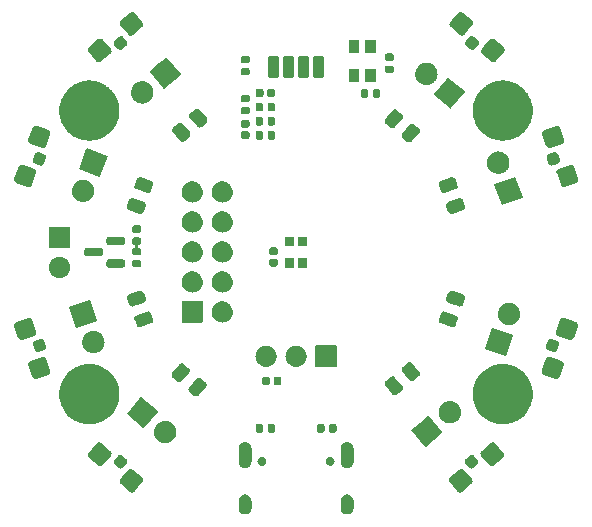
<source format=gbr>
G04 #@! TF.GenerationSoftware,KiCad,Pcbnew,8.0.8*
G04 #@! TF.CreationDate,2025-01-26T21:40:06-06:00*
G04 #@! TF.ProjectId,kbxIrBlaster,6b627849-7242-46c6-9173-7465722e6b69,rev?*
G04 #@! TF.SameCoordinates,Original*
G04 #@! TF.FileFunction,Soldermask,Bot*
G04 #@! TF.FilePolarity,Negative*
%FSLAX46Y46*%
G04 Gerber Fmt 4.6, Leading zero omitted, Abs format (unit mm)*
G04 Created by KiCad (PCBNEW 8.0.8) date 2025-01-26 21:40:06*
%MOMM*%
%LPD*%
G01*
G04 APERTURE LIST*
G04 APERTURE END LIST*
G36*
X145741284Y-110503714D02*
G01*
X145751920Y-110503714D01*
X145782566Y-110511925D01*
X145839770Y-110523304D01*
X145866769Y-110534487D01*
X145890859Y-110540942D01*
X145912454Y-110553410D01*
X145939453Y-110564593D01*
X145987940Y-110596992D01*
X146015428Y-110612862D01*
X146022953Y-110620387D01*
X146029165Y-110624538D01*
X146105461Y-110700834D01*
X146109611Y-110707045D01*
X146117138Y-110714572D01*
X146133009Y-110742062D01*
X146165406Y-110790546D01*
X146176587Y-110817542D01*
X146189058Y-110839141D01*
X146195513Y-110863234D01*
X146206695Y-110890229D01*
X146218071Y-110947424D01*
X146226286Y-110978080D01*
X146227326Y-110993947D01*
X146228348Y-110999085D01*
X146230399Y-111040840D01*
X146231000Y-111050000D01*
X146231000Y-111650000D01*
X146230399Y-111659162D01*
X146228348Y-111700914D01*
X146227326Y-111706051D01*
X146226286Y-111721920D01*
X146218071Y-111752578D01*
X146206695Y-111809770D01*
X146195514Y-111836763D01*
X146189058Y-111860859D01*
X146176586Y-111882460D01*
X146165406Y-111909453D01*
X146133014Y-111957929D01*
X146117138Y-111985428D01*
X146109609Y-111992956D01*
X146105461Y-111999165D01*
X146029165Y-112075461D01*
X146022956Y-112079609D01*
X146015428Y-112087138D01*
X145987929Y-112103014D01*
X145939453Y-112135406D01*
X145912460Y-112146586D01*
X145890859Y-112159058D01*
X145866763Y-112165514D01*
X145839770Y-112176695D01*
X145782573Y-112188072D01*
X145751920Y-112196286D01*
X145741284Y-112196286D01*
X145733949Y-112197745D01*
X145626051Y-112197745D01*
X145618716Y-112196286D01*
X145608080Y-112196286D01*
X145577428Y-112188072D01*
X145520229Y-112176695D01*
X145493234Y-112165513D01*
X145469141Y-112159058D01*
X145447542Y-112146587D01*
X145420546Y-112135406D01*
X145372062Y-112103009D01*
X145344572Y-112087138D01*
X145337045Y-112079611D01*
X145330834Y-112075461D01*
X145254538Y-111999165D01*
X145250387Y-111992953D01*
X145242862Y-111985428D01*
X145226992Y-111957940D01*
X145194593Y-111909453D01*
X145183410Y-111882454D01*
X145170942Y-111860859D01*
X145164487Y-111836769D01*
X145153304Y-111809770D01*
X145141924Y-111752564D01*
X145133714Y-111721920D01*
X145132674Y-111706058D01*
X145131651Y-111700914D01*
X145129599Y-111659148D01*
X145129000Y-111650000D01*
X145129000Y-111050000D01*
X145129599Y-111040854D01*
X145131651Y-110999085D01*
X145132674Y-110993939D01*
X145133714Y-110978080D01*
X145141924Y-110947438D01*
X145153304Y-110890229D01*
X145164488Y-110863227D01*
X145170942Y-110839141D01*
X145183408Y-110817548D01*
X145194593Y-110790546D01*
X145226996Y-110742051D01*
X145242862Y-110714572D01*
X145250385Y-110707048D01*
X145254538Y-110700834D01*
X145330834Y-110624538D01*
X145337048Y-110620385D01*
X145344572Y-110612862D01*
X145372051Y-110596996D01*
X145420546Y-110564593D01*
X145447548Y-110553408D01*
X145469141Y-110540942D01*
X145493227Y-110534488D01*
X145520229Y-110523304D01*
X145577434Y-110511925D01*
X145608080Y-110503714D01*
X145618716Y-110503714D01*
X145626051Y-110502255D01*
X145733949Y-110502255D01*
X145741284Y-110503714D01*
G37*
G36*
X154381284Y-110503714D02*
G01*
X154391920Y-110503714D01*
X154422566Y-110511925D01*
X154479770Y-110523304D01*
X154506769Y-110534487D01*
X154530859Y-110540942D01*
X154552454Y-110553410D01*
X154579453Y-110564593D01*
X154627940Y-110596992D01*
X154655428Y-110612862D01*
X154662953Y-110620387D01*
X154669165Y-110624538D01*
X154745461Y-110700834D01*
X154749611Y-110707045D01*
X154757138Y-110714572D01*
X154773009Y-110742062D01*
X154805406Y-110790546D01*
X154816587Y-110817542D01*
X154829058Y-110839141D01*
X154835513Y-110863234D01*
X154846695Y-110890229D01*
X154858071Y-110947424D01*
X154866286Y-110978080D01*
X154867326Y-110993947D01*
X154868348Y-110999085D01*
X154870399Y-111040840D01*
X154871000Y-111050000D01*
X154871000Y-111650000D01*
X154870399Y-111659162D01*
X154868348Y-111700914D01*
X154867326Y-111706051D01*
X154866286Y-111721920D01*
X154858071Y-111752578D01*
X154846695Y-111809770D01*
X154835514Y-111836763D01*
X154829058Y-111860859D01*
X154816586Y-111882460D01*
X154805406Y-111909453D01*
X154773014Y-111957929D01*
X154757138Y-111985428D01*
X154749609Y-111992956D01*
X154745461Y-111999165D01*
X154669165Y-112075461D01*
X154662956Y-112079609D01*
X154655428Y-112087138D01*
X154627929Y-112103014D01*
X154579453Y-112135406D01*
X154552460Y-112146586D01*
X154530859Y-112159058D01*
X154506763Y-112165514D01*
X154479770Y-112176695D01*
X154422573Y-112188072D01*
X154391920Y-112196286D01*
X154381284Y-112196286D01*
X154373949Y-112197745D01*
X154266051Y-112197745D01*
X154258716Y-112196286D01*
X154248080Y-112196286D01*
X154217428Y-112188072D01*
X154160229Y-112176695D01*
X154133234Y-112165513D01*
X154109141Y-112159058D01*
X154087542Y-112146587D01*
X154060546Y-112135406D01*
X154012062Y-112103009D01*
X153984572Y-112087138D01*
X153977045Y-112079611D01*
X153970834Y-112075461D01*
X153894538Y-111999165D01*
X153890387Y-111992953D01*
X153882862Y-111985428D01*
X153866992Y-111957940D01*
X153834593Y-111909453D01*
X153823410Y-111882454D01*
X153810942Y-111860859D01*
X153804487Y-111836769D01*
X153793304Y-111809770D01*
X153781924Y-111752564D01*
X153773714Y-111721920D01*
X153772674Y-111706058D01*
X153771651Y-111700914D01*
X153769599Y-111659148D01*
X153769000Y-111650000D01*
X153769000Y-111050000D01*
X153769599Y-111040854D01*
X153771651Y-110999085D01*
X153772674Y-110993939D01*
X153773714Y-110978080D01*
X153781924Y-110947438D01*
X153793304Y-110890229D01*
X153804488Y-110863227D01*
X153810942Y-110839141D01*
X153823408Y-110817548D01*
X153834593Y-110790546D01*
X153866996Y-110742051D01*
X153882862Y-110714572D01*
X153890385Y-110707048D01*
X153894538Y-110700834D01*
X153970834Y-110624538D01*
X153977048Y-110620385D01*
X153984572Y-110612862D01*
X154012051Y-110596996D01*
X154060546Y-110564593D01*
X154087548Y-110553408D01*
X154109141Y-110540942D01*
X154133227Y-110534488D01*
X154160229Y-110523304D01*
X154217434Y-110511925D01*
X154248080Y-110503714D01*
X154258716Y-110503714D01*
X154266051Y-110502255D01*
X154373949Y-110502255D01*
X154381284Y-110503714D01*
G37*
G36*
X136076961Y-108351593D02*
G01*
X136112515Y-108359802D01*
X136119287Y-108363871D01*
X136135892Y-108368688D01*
X136193823Y-108406861D01*
X136959867Y-109049648D01*
X137007519Y-109100070D01*
X137015143Y-109115580D01*
X137020329Y-109121546D01*
X137034588Y-109155139D01*
X137056316Y-109199342D01*
X137065957Y-109309538D01*
X137052229Y-109356862D01*
X137044025Y-109392399D01*
X137039957Y-109399168D01*
X137035140Y-109415776D01*
X136996967Y-109473707D01*
X136354180Y-110239751D01*
X136303758Y-110287403D01*
X136288245Y-110295028D01*
X136282281Y-110300213D01*
X136248694Y-110314469D01*
X136204486Y-110336200D01*
X136094290Y-110345841D01*
X136046969Y-110332114D01*
X136011428Y-110323909D01*
X136004657Y-110319840D01*
X135988052Y-110315024D01*
X135930121Y-110276851D01*
X135164077Y-109634064D01*
X135116425Y-109583642D01*
X135108801Y-109568132D01*
X135103614Y-109562165D01*
X135089351Y-109528564D01*
X135067628Y-109484370D01*
X135057987Y-109374174D01*
X135071708Y-109326870D01*
X135079918Y-109291312D01*
X135083988Y-109284538D01*
X135088804Y-109267936D01*
X135126977Y-109210005D01*
X135266837Y-109043326D01*
X135763443Y-108451493D01*
X135763446Y-108451490D01*
X135769764Y-108443961D01*
X135820186Y-108396309D01*
X135835693Y-108388686D01*
X135841662Y-108383498D01*
X135875270Y-108369232D01*
X135919458Y-108347512D01*
X136029654Y-108337871D01*
X136076961Y-108351593D01*
G37*
G36*
X164080542Y-108347512D02*
G01*
X164124738Y-108369236D01*
X164158334Y-108383497D01*
X164164299Y-108388682D01*
X164179814Y-108396309D01*
X164230236Y-108443961D01*
X164873023Y-109210005D01*
X164911196Y-109267936D01*
X164916012Y-109284541D01*
X164920081Y-109291312D01*
X164928286Y-109326853D01*
X164942013Y-109374174D01*
X164932372Y-109484370D01*
X164910639Y-109528581D01*
X164896386Y-109562162D01*
X164891202Y-109568124D01*
X164883575Y-109583642D01*
X164835923Y-109634064D01*
X164069879Y-110276851D01*
X164011948Y-110315024D01*
X163995340Y-110319841D01*
X163988571Y-110323909D01*
X163953034Y-110332113D01*
X163905710Y-110345841D01*
X163795514Y-110336200D01*
X163751308Y-110314471D01*
X163717721Y-110300214D01*
X163711756Y-110295029D01*
X163696242Y-110287403D01*
X163645820Y-110239751D01*
X163003033Y-109473707D01*
X162964860Y-109415776D01*
X162960043Y-109399171D01*
X162955974Y-109392399D01*
X162947765Y-109356845D01*
X162934043Y-109309538D01*
X162943684Y-109199342D01*
X162965405Y-109155151D01*
X162979669Y-109121549D01*
X162984856Y-109115582D01*
X162992481Y-109100070D01*
X163040133Y-109049648D01*
X163806177Y-108406861D01*
X163864108Y-108368688D01*
X163880710Y-108363872D01*
X163887484Y-108359802D01*
X163923042Y-108351592D01*
X163970346Y-108337871D01*
X164080542Y-108347512D01*
G37*
G36*
X135112567Y-107129866D02*
G01*
X135130615Y-107128288D01*
X135159909Y-107135050D01*
X135194468Y-107138835D01*
X135207666Y-107146075D01*
X135214281Y-107147603D01*
X135254520Y-107171781D01*
X135288883Y-107190634D01*
X135633603Y-107479888D01*
X135658143Y-107510464D01*
X135688934Y-107545885D01*
X135691586Y-107552133D01*
X135701009Y-107563874D01*
X135710736Y-107597249D01*
X135722483Y-107624923D01*
X135724061Y-107642968D01*
X135731142Y-107667261D01*
X135728387Y-107692415D01*
X135729966Y-107710458D01*
X135723205Y-107739743D01*
X135719420Y-107774311D01*
X135712177Y-107787512D01*
X135710651Y-107794124D01*
X135686483Y-107834344D01*
X135667621Y-107868726D01*
X135378367Y-108213446D01*
X135347777Y-108237996D01*
X135312369Y-108268777D01*
X135306122Y-108271428D01*
X135294381Y-108280852D01*
X135261001Y-108290580D01*
X135233331Y-108302326D01*
X135215287Y-108303904D01*
X135190994Y-108310985D01*
X135165838Y-108308230D01*
X135147796Y-108309809D01*
X135118509Y-108303047D01*
X135083944Y-108299263D01*
X135070743Y-108292020D01*
X135064130Y-108290494D01*
X135023899Y-108266320D01*
X134989529Y-108247464D01*
X134644809Y-107958210D01*
X134620270Y-107927635D01*
X134589477Y-107892212D01*
X134586824Y-107885962D01*
X134577403Y-107874224D01*
X134567676Y-107840852D01*
X134555928Y-107813174D01*
X134554349Y-107795125D01*
X134547270Y-107770837D01*
X134550023Y-107745687D01*
X134548445Y-107727639D01*
X134555208Y-107698343D01*
X134558992Y-107663787D01*
X134566232Y-107650589D01*
X134567760Y-107643973D01*
X134591944Y-107603723D01*
X134610791Y-107569372D01*
X134617111Y-107561839D01*
X134617113Y-107561837D01*
X134893721Y-107232188D01*
X134893723Y-107232186D01*
X134900045Y-107224652D01*
X134930606Y-107200123D01*
X134966042Y-107169320D01*
X134972293Y-107166666D01*
X134984031Y-107157246D01*
X135017399Y-107147520D01*
X135045080Y-107135771D01*
X135063130Y-107134191D01*
X135087418Y-107127113D01*
X135112567Y-107129866D01*
G37*
G36*
X164936870Y-107134192D02*
G01*
X164954919Y-107135771D01*
X164982597Y-107147519D01*
X165015969Y-107157246D01*
X165027707Y-107166667D01*
X165033957Y-107169320D01*
X165069374Y-107200108D01*
X165099955Y-107224652D01*
X165389209Y-107569372D01*
X165408056Y-107603725D01*
X165432239Y-107643971D01*
X165433766Y-107650587D01*
X165441008Y-107663787D01*
X165444792Y-107698350D01*
X165451554Y-107727639D01*
X165449975Y-107745681D01*
X165452730Y-107770837D01*
X165445649Y-107795130D01*
X165444071Y-107813174D01*
X165432325Y-107840844D01*
X165422597Y-107874224D01*
X165413173Y-107885965D01*
X165410522Y-107892212D01*
X165379746Y-107927614D01*
X165355191Y-107958210D01*
X165010471Y-108247464D01*
X164976106Y-108266317D01*
X164935871Y-108290494D01*
X164929255Y-108292021D01*
X164916056Y-108299263D01*
X164881490Y-108303047D01*
X164852203Y-108309809D01*
X164834160Y-108308230D01*
X164809006Y-108310985D01*
X164784713Y-108303904D01*
X164766668Y-108302326D01*
X164738994Y-108290579D01*
X164705619Y-108280852D01*
X164693878Y-108271429D01*
X164687630Y-108268777D01*
X164652215Y-108237991D01*
X164621633Y-108213446D01*
X164332379Y-107868726D01*
X164313536Y-107834380D01*
X164289348Y-107794126D01*
X164287820Y-107787507D01*
X164280580Y-107774311D01*
X164276795Y-107739753D01*
X164270033Y-107710458D01*
X164271611Y-107692410D01*
X164268858Y-107667261D01*
X164275936Y-107642973D01*
X164277516Y-107624923D01*
X164289265Y-107597242D01*
X164298991Y-107563874D01*
X164308411Y-107552136D01*
X164311065Y-107545885D01*
X164341863Y-107510455D01*
X164366397Y-107479888D01*
X164671412Y-107223950D01*
X164703586Y-107196953D01*
X164703587Y-107196952D01*
X164711117Y-107190634D01*
X164745450Y-107171797D01*
X164785716Y-107147603D01*
X164792335Y-107146074D01*
X164805532Y-107138835D01*
X164840087Y-107135051D01*
X164869384Y-107128288D01*
X164887432Y-107129866D01*
X164912582Y-107127113D01*
X164936870Y-107134192D01*
G37*
G36*
X145741284Y-106073714D02*
G01*
X145751920Y-106073714D01*
X145782566Y-106081925D01*
X145839770Y-106093304D01*
X145866769Y-106104487D01*
X145890859Y-106110942D01*
X145912454Y-106123410D01*
X145939453Y-106134593D01*
X145987940Y-106166992D01*
X146015428Y-106182862D01*
X146022953Y-106190387D01*
X146029165Y-106194538D01*
X146105461Y-106270834D01*
X146109611Y-106277045D01*
X146117138Y-106284572D01*
X146133009Y-106312062D01*
X146165406Y-106360546D01*
X146176587Y-106387542D01*
X146189058Y-106409141D01*
X146195513Y-106433234D01*
X146206695Y-106460229D01*
X146218071Y-106517424D01*
X146226286Y-106548080D01*
X146227326Y-106563947D01*
X146228348Y-106569085D01*
X146230399Y-106610840D01*
X146231000Y-106620000D01*
X146231000Y-107720000D01*
X146230399Y-107729162D01*
X146228348Y-107770914D01*
X146227326Y-107776051D01*
X146226286Y-107791920D01*
X146218071Y-107822578D01*
X146206695Y-107879770D01*
X146195514Y-107906763D01*
X146189058Y-107930859D01*
X146176586Y-107952460D01*
X146165406Y-107979453D01*
X146133014Y-108027929D01*
X146117138Y-108055428D01*
X146109609Y-108062956D01*
X146105461Y-108069165D01*
X146029165Y-108145461D01*
X146022956Y-108149609D01*
X146015428Y-108157138D01*
X145987929Y-108173014D01*
X145939453Y-108205406D01*
X145912460Y-108216586D01*
X145890859Y-108229058D01*
X145866763Y-108235514D01*
X145839770Y-108246695D01*
X145782573Y-108258072D01*
X145751920Y-108266286D01*
X145741284Y-108266286D01*
X145733949Y-108267745D01*
X145626051Y-108267745D01*
X145618716Y-108266286D01*
X145608080Y-108266286D01*
X145577428Y-108258072D01*
X145520229Y-108246695D01*
X145493234Y-108235513D01*
X145469141Y-108229058D01*
X145447542Y-108216587D01*
X145420546Y-108205406D01*
X145372062Y-108173009D01*
X145344572Y-108157138D01*
X145337045Y-108149611D01*
X145330834Y-108145461D01*
X145254538Y-108069165D01*
X145250387Y-108062953D01*
X145242862Y-108055428D01*
X145226992Y-108027940D01*
X145194593Y-107979453D01*
X145183410Y-107952454D01*
X145170942Y-107930859D01*
X145164487Y-107906769D01*
X145153304Y-107879770D01*
X145141924Y-107822564D01*
X145133714Y-107791920D01*
X145132674Y-107776058D01*
X145131651Y-107770914D01*
X145129599Y-107729148D01*
X145129000Y-107720000D01*
X145129000Y-106620000D01*
X145129599Y-106610854D01*
X145131651Y-106569085D01*
X145132674Y-106563939D01*
X145133714Y-106548080D01*
X145141924Y-106517438D01*
X145153304Y-106460229D01*
X145164488Y-106433227D01*
X145170942Y-106409141D01*
X145183408Y-106387548D01*
X145194593Y-106360546D01*
X145226996Y-106312051D01*
X145242862Y-106284572D01*
X145250385Y-106277048D01*
X145254538Y-106270834D01*
X145330834Y-106194538D01*
X145337048Y-106190385D01*
X145344572Y-106182862D01*
X145372051Y-106166996D01*
X145420546Y-106134593D01*
X145447548Y-106123408D01*
X145469141Y-106110942D01*
X145493227Y-106104488D01*
X145520229Y-106093304D01*
X145577434Y-106081925D01*
X145608080Y-106073714D01*
X145618716Y-106073714D01*
X145626051Y-106072255D01*
X145733949Y-106072255D01*
X145741284Y-106073714D01*
G37*
G36*
X154381284Y-106073714D02*
G01*
X154391920Y-106073714D01*
X154422566Y-106081925D01*
X154479770Y-106093304D01*
X154506769Y-106104487D01*
X154530859Y-106110942D01*
X154552454Y-106123410D01*
X154579453Y-106134593D01*
X154627940Y-106166992D01*
X154655428Y-106182862D01*
X154662953Y-106190387D01*
X154669165Y-106194538D01*
X154745461Y-106270834D01*
X154749611Y-106277045D01*
X154757138Y-106284572D01*
X154773009Y-106312062D01*
X154805406Y-106360546D01*
X154816587Y-106387542D01*
X154829058Y-106409141D01*
X154835513Y-106433234D01*
X154846695Y-106460229D01*
X154858071Y-106517424D01*
X154866286Y-106548080D01*
X154867326Y-106563947D01*
X154868348Y-106569085D01*
X154870399Y-106610840D01*
X154871000Y-106620000D01*
X154871000Y-107720000D01*
X154870399Y-107729162D01*
X154868348Y-107770914D01*
X154867326Y-107776051D01*
X154866286Y-107791920D01*
X154858071Y-107822578D01*
X154846695Y-107879770D01*
X154835514Y-107906763D01*
X154829058Y-107930859D01*
X154816586Y-107952460D01*
X154805406Y-107979453D01*
X154773014Y-108027929D01*
X154757138Y-108055428D01*
X154749609Y-108062956D01*
X154745461Y-108069165D01*
X154669165Y-108145461D01*
X154662956Y-108149609D01*
X154655428Y-108157138D01*
X154627929Y-108173014D01*
X154579453Y-108205406D01*
X154552460Y-108216586D01*
X154530859Y-108229058D01*
X154506763Y-108235514D01*
X154479770Y-108246695D01*
X154422573Y-108258072D01*
X154391920Y-108266286D01*
X154381284Y-108266286D01*
X154373949Y-108267745D01*
X154266051Y-108267745D01*
X154258716Y-108266286D01*
X154248080Y-108266286D01*
X154217428Y-108258072D01*
X154160229Y-108246695D01*
X154133234Y-108235513D01*
X154109141Y-108229058D01*
X154087542Y-108216587D01*
X154060546Y-108205406D01*
X154012062Y-108173009D01*
X153984572Y-108157138D01*
X153977045Y-108149611D01*
X153970834Y-108145461D01*
X153894538Y-108069165D01*
X153890387Y-108062953D01*
X153882862Y-108055428D01*
X153866992Y-108027940D01*
X153834593Y-107979453D01*
X153823410Y-107952454D01*
X153810942Y-107930859D01*
X153804487Y-107906769D01*
X153793304Y-107879770D01*
X153781924Y-107822564D01*
X153773714Y-107791920D01*
X153772674Y-107776058D01*
X153771651Y-107770914D01*
X153769599Y-107729148D01*
X153769000Y-107720000D01*
X153769000Y-106620000D01*
X153769599Y-106610854D01*
X153771651Y-106569085D01*
X153772674Y-106563939D01*
X153773714Y-106548080D01*
X153781924Y-106517438D01*
X153793304Y-106460229D01*
X153804488Y-106433227D01*
X153810942Y-106409141D01*
X153823408Y-106387548D01*
X153834593Y-106360546D01*
X153866996Y-106312051D01*
X153882862Y-106284572D01*
X153890385Y-106277048D01*
X153894538Y-106270834D01*
X153970834Y-106194538D01*
X153977048Y-106190385D01*
X153984572Y-106182862D01*
X154012051Y-106166996D01*
X154060546Y-106134593D01*
X154087548Y-106123408D01*
X154109141Y-106110942D01*
X154133227Y-106104488D01*
X154160229Y-106093304D01*
X154217434Y-106081925D01*
X154248080Y-106073714D01*
X154258716Y-106073714D01*
X154266051Y-106072255D01*
X154373949Y-106072255D01*
X154381284Y-106073714D01*
G37*
G36*
X133395805Y-106101836D02*
G01*
X133431359Y-106110045D01*
X133438131Y-106114114D01*
X133454736Y-106118931D01*
X133512667Y-106157104D01*
X134278711Y-106799891D01*
X134326363Y-106850313D01*
X134333987Y-106865823D01*
X134339173Y-106871789D01*
X134353432Y-106905382D01*
X134375160Y-106949585D01*
X134384801Y-107059781D01*
X134371073Y-107107105D01*
X134362869Y-107142642D01*
X134358801Y-107149411D01*
X134353984Y-107166019D01*
X134315811Y-107223950D01*
X133673024Y-107989994D01*
X133622602Y-108037646D01*
X133607089Y-108045271D01*
X133601125Y-108050456D01*
X133567538Y-108064712D01*
X133523330Y-108086443D01*
X133413134Y-108096084D01*
X133365813Y-108082357D01*
X133330272Y-108074152D01*
X133323501Y-108070083D01*
X133306896Y-108065267D01*
X133248965Y-108027094D01*
X132482921Y-107384307D01*
X132435269Y-107333885D01*
X132427645Y-107318375D01*
X132422458Y-107312408D01*
X132408195Y-107278807D01*
X132386472Y-107234613D01*
X132376831Y-107124417D01*
X132390552Y-107077113D01*
X132398762Y-107041555D01*
X132402832Y-107034781D01*
X132407648Y-107018179D01*
X132445821Y-106960248D01*
X132731323Y-106620000D01*
X133082287Y-106201736D01*
X133082290Y-106201733D01*
X133088608Y-106194204D01*
X133139030Y-106146552D01*
X133154537Y-106138929D01*
X133160506Y-106133741D01*
X133194114Y-106119475D01*
X133238302Y-106097755D01*
X133348498Y-106088114D01*
X133395805Y-106101836D01*
G37*
G36*
X166761698Y-106097755D02*
G01*
X166805894Y-106119479D01*
X166839490Y-106133740D01*
X166845455Y-106138925D01*
X166860970Y-106146552D01*
X166911392Y-106194204D01*
X167554179Y-106960248D01*
X167592352Y-107018179D01*
X167597168Y-107034784D01*
X167601237Y-107041555D01*
X167609442Y-107077096D01*
X167623169Y-107124417D01*
X167613528Y-107234613D01*
X167591795Y-107278824D01*
X167577542Y-107312405D01*
X167572358Y-107318367D01*
X167564731Y-107333885D01*
X167517079Y-107384307D01*
X166751035Y-108027094D01*
X166693104Y-108065267D01*
X166676496Y-108070084D01*
X166669727Y-108074152D01*
X166634190Y-108082356D01*
X166586866Y-108096084D01*
X166476670Y-108086443D01*
X166432464Y-108064714D01*
X166398877Y-108050457D01*
X166392912Y-108045272D01*
X166377398Y-108037646D01*
X166326976Y-107989994D01*
X165684189Y-107223950D01*
X165646016Y-107166019D01*
X165641199Y-107149414D01*
X165637130Y-107142642D01*
X165628921Y-107107088D01*
X165615199Y-107059781D01*
X165624840Y-106949585D01*
X165646561Y-106905394D01*
X165660825Y-106871792D01*
X165666012Y-106865825D01*
X165673637Y-106850313D01*
X165721289Y-106799891D01*
X166487333Y-106157104D01*
X166545264Y-106118931D01*
X166561866Y-106114115D01*
X166568640Y-106110045D01*
X166604198Y-106101835D01*
X166651502Y-106088114D01*
X166761698Y-106097755D01*
G37*
G36*
X147142193Y-107329099D02*
G01*
X147163327Y-107329099D01*
X147188077Y-107336366D01*
X147226190Y-107342403D01*
X147250063Y-107354567D01*
X147265661Y-107359147D01*
X147290954Y-107375402D01*
X147331007Y-107395810D01*
X147345929Y-107410732D01*
X147355386Y-107416810D01*
X147377319Y-107442122D01*
X147414190Y-107478993D01*
X147421215Y-107492781D01*
X147425229Y-107497413D01*
X147439519Y-107528704D01*
X147467597Y-107583810D01*
X147469143Y-107593572D01*
X147469535Y-107594430D01*
X147472054Y-107611952D01*
X147486000Y-107700000D01*
X147472053Y-107788055D01*
X147469535Y-107805569D01*
X147469143Y-107806426D01*
X147467597Y-107816190D01*
X147439514Y-107871304D01*
X147425229Y-107902586D01*
X147421216Y-107907216D01*
X147414190Y-107921007D01*
X147377312Y-107957884D01*
X147355386Y-107983189D01*
X147345932Y-107989264D01*
X147331007Y-108004190D01*
X147290946Y-108024601D01*
X147265661Y-108040852D01*
X147250067Y-108045430D01*
X147226190Y-108057597D01*
X147188076Y-108063633D01*
X147163327Y-108070901D01*
X147142193Y-108070901D01*
X147110000Y-108076000D01*
X147077807Y-108070901D01*
X147056673Y-108070901D01*
X147031923Y-108063633D01*
X146993810Y-108057597D01*
X146969933Y-108045431D01*
X146954338Y-108040852D01*
X146929048Y-108024599D01*
X146888993Y-108004190D01*
X146874069Y-107989266D01*
X146864613Y-107983189D01*
X146842679Y-107957876D01*
X146805810Y-107921007D01*
X146798784Y-107907219D01*
X146794770Y-107902586D01*
X146780475Y-107871285D01*
X146752403Y-107816190D01*
X146750857Y-107806429D01*
X146750464Y-107805569D01*
X146747936Y-107787987D01*
X146734000Y-107700000D01*
X146747934Y-107612020D01*
X146750464Y-107594430D01*
X146750857Y-107593568D01*
X146752403Y-107583810D01*
X146780471Y-107528723D01*
X146794770Y-107497413D01*
X146798786Y-107492778D01*
X146805810Y-107478993D01*
X146842673Y-107442129D01*
X146864613Y-107416810D01*
X146874071Y-107410731D01*
X146888993Y-107395810D01*
X146929040Y-107375404D01*
X146954338Y-107359147D01*
X146969937Y-107354566D01*
X146993810Y-107342403D01*
X147031921Y-107336366D01*
X147056673Y-107329099D01*
X147077807Y-107329099D01*
X147110000Y-107324000D01*
X147142193Y-107329099D01*
G37*
G36*
X152922193Y-107329099D02*
G01*
X152943327Y-107329099D01*
X152968077Y-107336366D01*
X153006190Y-107342403D01*
X153030063Y-107354567D01*
X153045661Y-107359147D01*
X153070954Y-107375402D01*
X153111007Y-107395810D01*
X153125929Y-107410732D01*
X153135386Y-107416810D01*
X153157319Y-107442122D01*
X153194190Y-107478993D01*
X153201215Y-107492781D01*
X153205229Y-107497413D01*
X153219519Y-107528704D01*
X153247597Y-107583810D01*
X153249143Y-107593572D01*
X153249535Y-107594430D01*
X153252054Y-107611952D01*
X153266000Y-107700000D01*
X153252053Y-107788055D01*
X153249535Y-107805569D01*
X153249143Y-107806426D01*
X153247597Y-107816190D01*
X153219514Y-107871304D01*
X153205229Y-107902586D01*
X153201216Y-107907216D01*
X153194190Y-107921007D01*
X153157312Y-107957884D01*
X153135386Y-107983189D01*
X153125932Y-107989264D01*
X153111007Y-108004190D01*
X153070946Y-108024601D01*
X153045661Y-108040852D01*
X153030067Y-108045430D01*
X153006190Y-108057597D01*
X152968076Y-108063633D01*
X152943327Y-108070901D01*
X152922193Y-108070901D01*
X152890000Y-108076000D01*
X152857807Y-108070901D01*
X152836673Y-108070901D01*
X152811923Y-108063633D01*
X152773810Y-108057597D01*
X152749933Y-108045431D01*
X152734338Y-108040852D01*
X152709048Y-108024599D01*
X152668993Y-108004190D01*
X152654069Y-107989266D01*
X152644613Y-107983189D01*
X152622679Y-107957876D01*
X152585810Y-107921007D01*
X152578784Y-107907219D01*
X152574770Y-107902586D01*
X152560475Y-107871285D01*
X152532403Y-107816190D01*
X152530857Y-107806429D01*
X152530464Y-107805569D01*
X152527936Y-107787987D01*
X152514000Y-107700000D01*
X152527934Y-107612020D01*
X152530464Y-107594430D01*
X152530857Y-107593568D01*
X152532403Y-107583810D01*
X152560471Y-107528723D01*
X152574770Y-107497413D01*
X152578786Y-107492778D01*
X152585810Y-107478993D01*
X152622673Y-107442129D01*
X152644613Y-107416810D01*
X152654071Y-107410731D01*
X152668993Y-107395810D01*
X152709040Y-107375404D01*
X152734338Y-107359147D01*
X152749937Y-107354566D01*
X152773810Y-107342403D01*
X152811921Y-107336366D01*
X152836673Y-107329099D01*
X152857807Y-107329099D01*
X152890000Y-107324000D01*
X152922193Y-107329099D01*
G37*
G36*
X161207773Y-103856368D02*
G01*
X161223292Y-103868824D01*
X162380310Y-105247704D01*
X162389882Y-105265150D01*
X162392047Y-105284931D01*
X162386480Y-105304035D01*
X162374024Y-105319554D01*
X160995144Y-106476572D01*
X160977698Y-106486144D01*
X160957917Y-106488309D01*
X160938813Y-106482742D01*
X160923294Y-106470286D01*
X159766276Y-105091406D01*
X159756704Y-105073960D01*
X159754539Y-105054179D01*
X159760106Y-105035075D01*
X159772562Y-105019556D01*
X160462002Y-104441047D01*
X161142012Y-103870450D01*
X161142014Y-103870448D01*
X161151442Y-103862538D01*
X161168888Y-103852966D01*
X161188669Y-103850801D01*
X161207773Y-103856368D01*
G37*
G36*
X138965650Y-104266717D02*
G01*
X139006742Y-104266717D01*
X139052502Y-104275271D01*
X139104577Y-104280400D01*
X139144137Y-104292400D01*
X139179157Y-104298947D01*
X139227663Y-104317738D01*
X139282978Y-104334518D01*
X139314580Y-104351409D01*
X139342702Y-104362304D01*
X139391559Y-104392555D01*
X139447393Y-104422399D01*
X139470855Y-104441653D01*
X139491830Y-104454641D01*
X139538302Y-104497006D01*
X139591505Y-104540668D01*
X139607270Y-104559878D01*
X139621446Y-104572801D01*
X139662603Y-104627301D01*
X139709774Y-104684780D01*
X139718894Y-104701844D01*
X139727145Y-104712769D01*
X139759971Y-104778693D01*
X139797655Y-104849195D01*
X139801674Y-104862443D01*
X139805328Y-104869782D01*
X139826910Y-104945634D01*
X139851773Y-105027596D01*
X139852589Y-105035889D01*
X139853326Y-105038477D01*
X139860983Y-105121109D01*
X139870046Y-105213127D01*
X139860982Y-105305153D01*
X139853326Y-105387776D01*
X139852590Y-105390362D01*
X139851773Y-105398658D01*
X139826905Y-105480634D01*
X139805328Y-105556471D01*
X139801674Y-105563807D01*
X139797655Y-105577059D01*
X139759963Y-105647574D01*
X139727145Y-105713484D01*
X139718896Y-105724406D01*
X139709774Y-105741474D01*
X139662593Y-105798963D01*
X139621446Y-105853452D01*
X139607273Y-105866371D01*
X139591505Y-105885586D01*
X139538291Y-105929256D01*
X139491830Y-105971612D01*
X139470860Y-105984596D01*
X139447393Y-106003855D01*
X139391548Y-106033704D01*
X139342702Y-106063949D01*
X139314587Y-106074840D01*
X139282978Y-106091736D01*
X139227651Y-106108519D01*
X139179157Y-106127306D01*
X139144144Y-106133851D01*
X139104577Y-106145854D01*
X139052499Y-106150983D01*
X139006742Y-106159537D01*
X138965650Y-106159537D01*
X138919046Y-106164127D01*
X138872442Y-106159537D01*
X138831350Y-106159537D01*
X138785591Y-106150983D01*
X138733515Y-106145854D01*
X138693948Y-106133851D01*
X138658934Y-106127306D01*
X138610435Y-106108517D01*
X138555114Y-106091736D01*
X138523507Y-106074841D01*
X138495389Y-106063949D01*
X138446536Y-106033700D01*
X138390699Y-106003855D01*
X138367234Y-105984598D01*
X138346261Y-105971612D01*
X138299790Y-105929248D01*
X138246587Y-105885586D01*
X138230821Y-105866375D01*
X138216645Y-105853452D01*
X138175485Y-105798948D01*
X138128318Y-105741474D01*
X138119197Y-105724411D01*
X138110946Y-105713484D01*
X138078113Y-105647547D01*
X138040437Y-105577059D01*
X138036418Y-105563812D01*
X138032763Y-105556471D01*
X138011170Y-105480581D01*
X137986319Y-105398658D01*
X137985502Y-105390368D01*
X137984765Y-105387776D01*
X137977092Y-105304981D01*
X137968046Y-105213127D01*
X137977091Y-105121280D01*
X137984765Y-105038477D01*
X137985502Y-105035884D01*
X137986319Y-105027596D01*
X138011165Y-104945687D01*
X138032763Y-104869782D01*
X138036419Y-104862438D01*
X138040437Y-104849195D01*
X138078106Y-104778720D01*
X138110946Y-104712769D01*
X138119199Y-104701839D01*
X138128318Y-104684780D01*
X138175476Y-104627317D01*
X138216645Y-104572801D01*
X138230824Y-104559874D01*
X138246587Y-104540668D01*
X138299779Y-104497014D01*
X138346261Y-104454641D01*
X138367239Y-104441651D01*
X138390699Y-104422399D01*
X138446524Y-104392559D01*
X138495389Y-104362304D01*
X138523513Y-104351408D01*
X138555114Y-104334518D01*
X138610423Y-104317739D01*
X138658934Y-104298947D01*
X138693955Y-104292400D01*
X138733515Y-104280400D01*
X138785588Y-104275271D01*
X138831350Y-104266717D01*
X138872442Y-104266717D01*
X138919046Y-104262127D01*
X138965650Y-104266717D01*
G37*
G36*
X147035112Y-104531011D02*
G01*
X147063012Y-104534248D01*
X147072544Y-104538456D01*
X147096179Y-104543158D01*
X147121482Y-104560065D01*
X147128890Y-104563336D01*
X147133949Y-104568395D01*
X147156522Y-104583478D01*
X147171604Y-104606050D01*
X147176663Y-104611109D01*
X147179933Y-104618515D01*
X147196842Y-104643821D01*
X147201543Y-104667456D01*
X147205751Y-104676986D01*
X147208986Y-104704878D01*
X147211000Y-104715000D01*
X147211000Y-105085000D01*
X147208986Y-105095125D01*
X147205751Y-105123012D01*
X147201543Y-105132540D01*
X147196842Y-105156179D01*
X147179931Y-105181486D01*
X147176663Y-105188890D01*
X147171606Y-105193946D01*
X147156522Y-105216522D01*
X147133946Y-105231606D01*
X147128890Y-105236663D01*
X147121486Y-105239931D01*
X147096179Y-105256842D01*
X147072541Y-105261543D01*
X147063013Y-105265751D01*
X147035122Y-105268986D01*
X147025000Y-105271000D01*
X146755000Y-105271000D01*
X146744877Y-105268986D01*
X146716987Y-105265751D01*
X146707458Y-105261543D01*
X146683821Y-105256842D01*
X146658515Y-105239933D01*
X146651109Y-105236663D01*
X146646050Y-105231604D01*
X146623478Y-105216522D01*
X146608395Y-105193949D01*
X146603336Y-105188890D01*
X146600065Y-105181482D01*
X146583158Y-105156179D01*
X146578457Y-105132545D01*
X146574248Y-105123013D01*
X146571011Y-105095110D01*
X146569000Y-105085000D01*
X146569000Y-104715000D01*
X146571011Y-104704888D01*
X146574248Y-104676987D01*
X146578457Y-104667454D01*
X146583158Y-104643821D01*
X146600063Y-104618519D01*
X146603336Y-104611109D01*
X146608397Y-104606047D01*
X146623478Y-104583478D01*
X146646047Y-104568397D01*
X146651109Y-104563336D01*
X146658519Y-104560063D01*
X146683821Y-104543158D01*
X146707452Y-104538457D01*
X146716986Y-104534248D01*
X146744890Y-104531010D01*
X146755000Y-104529000D01*
X147025000Y-104529000D01*
X147035112Y-104531011D01*
G37*
G36*
X148055112Y-104531011D02*
G01*
X148083012Y-104534248D01*
X148092544Y-104538456D01*
X148116179Y-104543158D01*
X148141482Y-104560065D01*
X148148890Y-104563336D01*
X148153949Y-104568395D01*
X148176522Y-104583478D01*
X148191604Y-104606050D01*
X148196663Y-104611109D01*
X148199933Y-104618515D01*
X148216842Y-104643821D01*
X148221543Y-104667456D01*
X148225751Y-104676986D01*
X148228986Y-104704878D01*
X148231000Y-104715000D01*
X148231000Y-105085000D01*
X148228986Y-105095125D01*
X148225751Y-105123012D01*
X148221543Y-105132540D01*
X148216842Y-105156179D01*
X148199931Y-105181486D01*
X148196663Y-105188890D01*
X148191606Y-105193946D01*
X148176522Y-105216522D01*
X148153946Y-105231606D01*
X148148890Y-105236663D01*
X148141486Y-105239931D01*
X148116179Y-105256842D01*
X148092541Y-105261543D01*
X148083013Y-105265751D01*
X148055122Y-105268986D01*
X148045000Y-105271000D01*
X147775000Y-105271000D01*
X147764877Y-105268986D01*
X147736987Y-105265751D01*
X147727458Y-105261543D01*
X147703821Y-105256842D01*
X147678515Y-105239933D01*
X147671109Y-105236663D01*
X147666050Y-105231604D01*
X147643478Y-105216522D01*
X147628395Y-105193949D01*
X147623336Y-105188890D01*
X147620065Y-105181482D01*
X147603158Y-105156179D01*
X147598457Y-105132545D01*
X147594248Y-105123013D01*
X147591011Y-105095110D01*
X147589000Y-105085000D01*
X147589000Y-104715000D01*
X147591011Y-104704888D01*
X147594248Y-104676987D01*
X147598457Y-104667454D01*
X147603158Y-104643821D01*
X147620063Y-104618519D01*
X147623336Y-104611109D01*
X147628397Y-104606047D01*
X147643478Y-104583478D01*
X147666047Y-104568397D01*
X147671109Y-104563336D01*
X147678519Y-104560063D01*
X147703821Y-104543158D01*
X147727452Y-104538457D01*
X147736986Y-104534248D01*
X147764890Y-104531010D01*
X147775000Y-104529000D01*
X148045000Y-104529000D01*
X148055112Y-104531011D01*
G37*
G36*
X152235112Y-104531011D02*
G01*
X152263012Y-104534248D01*
X152272544Y-104538456D01*
X152296179Y-104543158D01*
X152321482Y-104560065D01*
X152328890Y-104563336D01*
X152333949Y-104568395D01*
X152356522Y-104583478D01*
X152371604Y-104606050D01*
X152376663Y-104611109D01*
X152379933Y-104618515D01*
X152396842Y-104643821D01*
X152401543Y-104667456D01*
X152405751Y-104676986D01*
X152408986Y-104704878D01*
X152411000Y-104715000D01*
X152411000Y-105085000D01*
X152408986Y-105095125D01*
X152405751Y-105123012D01*
X152401543Y-105132540D01*
X152396842Y-105156179D01*
X152379931Y-105181486D01*
X152376663Y-105188890D01*
X152371606Y-105193946D01*
X152356522Y-105216522D01*
X152333946Y-105231606D01*
X152328890Y-105236663D01*
X152321486Y-105239931D01*
X152296179Y-105256842D01*
X152272541Y-105261543D01*
X152263013Y-105265751D01*
X152235122Y-105268986D01*
X152225000Y-105271000D01*
X151955000Y-105271000D01*
X151944877Y-105268986D01*
X151916987Y-105265751D01*
X151907458Y-105261543D01*
X151883821Y-105256842D01*
X151858515Y-105239933D01*
X151851109Y-105236663D01*
X151846050Y-105231604D01*
X151823478Y-105216522D01*
X151808395Y-105193949D01*
X151803336Y-105188890D01*
X151800065Y-105181482D01*
X151783158Y-105156179D01*
X151778457Y-105132545D01*
X151774248Y-105123013D01*
X151771011Y-105095110D01*
X151769000Y-105085000D01*
X151769000Y-104715000D01*
X151771011Y-104704888D01*
X151774248Y-104676987D01*
X151778457Y-104667454D01*
X151783158Y-104643821D01*
X151800063Y-104618519D01*
X151803336Y-104611109D01*
X151808397Y-104606047D01*
X151823478Y-104583478D01*
X151846047Y-104568397D01*
X151851109Y-104563336D01*
X151858519Y-104560063D01*
X151883821Y-104543158D01*
X151907452Y-104538457D01*
X151916986Y-104534248D01*
X151944890Y-104531010D01*
X151955000Y-104529000D01*
X152225000Y-104529000D01*
X152235112Y-104531011D01*
G37*
G36*
X153255112Y-104531011D02*
G01*
X153283012Y-104534248D01*
X153292544Y-104538456D01*
X153316179Y-104543158D01*
X153341482Y-104560065D01*
X153348890Y-104563336D01*
X153353949Y-104568395D01*
X153376522Y-104583478D01*
X153391604Y-104606050D01*
X153396663Y-104611109D01*
X153399933Y-104618515D01*
X153416842Y-104643821D01*
X153421543Y-104667456D01*
X153425751Y-104676986D01*
X153428986Y-104704878D01*
X153431000Y-104715000D01*
X153431000Y-105085000D01*
X153428986Y-105095125D01*
X153425751Y-105123012D01*
X153421543Y-105132540D01*
X153416842Y-105156179D01*
X153399931Y-105181486D01*
X153396663Y-105188890D01*
X153391606Y-105193946D01*
X153376522Y-105216522D01*
X153353946Y-105231606D01*
X153348890Y-105236663D01*
X153341486Y-105239931D01*
X153316179Y-105256842D01*
X153292541Y-105261543D01*
X153283013Y-105265751D01*
X153255122Y-105268986D01*
X153245000Y-105271000D01*
X152975000Y-105271000D01*
X152964877Y-105268986D01*
X152936987Y-105265751D01*
X152927458Y-105261543D01*
X152903821Y-105256842D01*
X152878515Y-105239933D01*
X152871109Y-105236663D01*
X152866050Y-105231604D01*
X152843478Y-105216522D01*
X152828395Y-105193949D01*
X152823336Y-105188890D01*
X152820065Y-105181482D01*
X152803158Y-105156179D01*
X152798457Y-105132545D01*
X152794248Y-105123013D01*
X152791011Y-105095110D01*
X152789000Y-105085000D01*
X152789000Y-104715000D01*
X152791011Y-104704888D01*
X152794248Y-104676987D01*
X152798457Y-104667454D01*
X152803158Y-104643821D01*
X152820063Y-104618519D01*
X152823336Y-104611109D01*
X152828397Y-104606047D01*
X152843478Y-104583478D01*
X152866047Y-104568397D01*
X152871109Y-104563336D01*
X152878519Y-104560063D01*
X152903821Y-104543158D01*
X152927452Y-104538457D01*
X152936986Y-104534248D01*
X152964890Y-104531010D01*
X152975000Y-104529000D01*
X153245000Y-104529000D01*
X153255112Y-104531011D01*
G37*
G36*
X136877698Y-102263857D02*
G01*
X136895144Y-102273429D01*
X138274024Y-103430447D01*
X138286480Y-103445966D01*
X138292047Y-103465070D01*
X138289882Y-103484851D01*
X138280310Y-103502297D01*
X137123292Y-104881177D01*
X137107773Y-104893633D01*
X137088669Y-104899200D01*
X137068888Y-104897035D01*
X137051442Y-104887463D01*
X135672562Y-103730445D01*
X135660106Y-103714926D01*
X135654539Y-103695822D01*
X135656704Y-103676041D01*
X135666276Y-103658595D01*
X136713767Y-102410244D01*
X136815380Y-102289146D01*
X136815381Y-102289144D01*
X136823294Y-102279715D01*
X136838813Y-102267259D01*
X136857917Y-102261692D01*
X136877698Y-102263857D01*
G37*
G36*
X132579454Y-99454034D02*
G01*
X132660179Y-99454034D01*
X132734342Y-99463402D01*
X132807465Y-99467826D01*
X132892032Y-99483323D01*
X132978010Y-99494185D01*
X133044602Y-99511283D01*
X133110438Y-99523348D01*
X133198652Y-99550836D01*
X133288302Y-99573855D01*
X133346627Y-99596947D01*
X133404518Y-99614987D01*
X133494676Y-99655564D01*
X133586163Y-99691786D01*
X133635845Y-99719098D01*
X133685396Y-99741400D01*
X133775587Y-99795923D01*
X133866894Y-99846119D01*
X133907877Y-99875895D01*
X133949007Y-99900759D01*
X134037204Y-99969857D01*
X134126069Y-100034421D01*
X134158563Y-100064935D01*
X134191469Y-100090715D01*
X134275498Y-100174744D01*
X134359599Y-100253720D01*
X134384144Y-100283390D01*
X134409284Y-100308530D01*
X134486916Y-100407621D01*
X134563802Y-100500560D01*
X134581169Y-100527926D01*
X134599240Y-100550992D01*
X134668190Y-100665049D01*
X134735458Y-100771046D01*
X134746664Y-100794861D01*
X134758599Y-100814603D01*
X134816652Y-100943592D01*
X134871860Y-101060914D01*
X134878105Y-101080134D01*
X134885012Y-101095481D01*
X134929982Y-101239796D01*
X134970856Y-101365592D01*
X134973498Y-101379443D01*
X134976651Y-101389561D01*
X135006514Y-101552518D01*
X135030885Y-101680275D01*
X135031386Y-101688240D01*
X135032173Y-101692534D01*
X135045060Y-101905584D01*
X135051000Y-102000000D01*
X135045059Y-102094423D01*
X135032173Y-102307465D01*
X135031386Y-102311758D01*
X135030885Y-102319725D01*
X135006509Y-102447505D01*
X134976651Y-102610438D01*
X134973498Y-102620553D01*
X134970856Y-102634408D01*
X134929974Y-102760227D01*
X134885012Y-102904518D01*
X134878106Y-102919861D01*
X134871860Y-102939086D01*
X134816642Y-103056429D01*
X134758599Y-103185396D01*
X134746666Y-103205134D01*
X134735458Y-103228954D01*
X134668177Y-103334971D01*
X134599240Y-103449007D01*
X134581172Y-103472068D01*
X134563802Y-103499440D01*
X134486902Y-103592396D01*
X134409284Y-103691469D01*
X134384149Y-103716603D01*
X134359599Y-103746280D01*
X134275481Y-103825271D01*
X134191469Y-103909284D01*
X134158569Y-103935058D01*
X134126069Y-103965579D01*
X134037187Y-104030155D01*
X133949007Y-104099240D01*
X133907885Y-104124099D01*
X133866894Y-104153881D01*
X133775569Y-104204086D01*
X133685396Y-104258599D01*
X133635855Y-104280895D01*
X133586163Y-104308214D01*
X133494658Y-104344443D01*
X133404518Y-104385012D01*
X133346639Y-104403047D01*
X133288302Y-104426145D01*
X133198634Y-104449167D01*
X133110438Y-104476651D01*
X133044616Y-104488713D01*
X132978010Y-104505815D01*
X132892015Y-104516678D01*
X132807465Y-104532173D01*
X132734357Y-104536595D01*
X132660179Y-104545966D01*
X132579437Y-104545966D01*
X132500000Y-104550771D01*
X132420563Y-104545966D01*
X132339821Y-104545966D01*
X132265642Y-104536595D01*
X132192534Y-104532173D01*
X132107981Y-104516678D01*
X132021990Y-104505815D01*
X131955386Y-104488713D01*
X131889561Y-104476651D01*
X131801359Y-104449166D01*
X131711698Y-104426145D01*
X131653364Y-104403049D01*
X131595481Y-104385012D01*
X131505333Y-104344439D01*
X131413837Y-104308214D01*
X131364149Y-104280898D01*
X131314603Y-104258599D01*
X131224419Y-104204080D01*
X131133106Y-104153881D01*
X131092119Y-104124102D01*
X131050992Y-104099240D01*
X130962798Y-104030145D01*
X130873931Y-103965579D01*
X130841435Y-103935063D01*
X130808530Y-103909284D01*
X130724501Y-103825255D01*
X130640401Y-103746280D01*
X130615855Y-103716609D01*
X130590715Y-103691469D01*
X130513079Y-103592373D01*
X130436198Y-103499440D01*
X130418831Y-103472075D01*
X130400759Y-103449007D01*
X130331801Y-103334937D01*
X130264542Y-103228954D01*
X130253336Y-103205141D01*
X130241400Y-103185396D01*
X130183335Y-103056380D01*
X130128140Y-102939086D01*
X130121896Y-102919869D01*
X130114987Y-102904518D01*
X130070000Y-102760152D01*
X130029144Y-102634408D01*
X130026502Y-102620561D01*
X130023348Y-102610438D01*
X129993465Y-102447372D01*
X129969115Y-102319725D01*
X129968614Y-102311766D01*
X129967826Y-102307465D01*
X129954914Y-102094010D01*
X129949000Y-102000000D01*
X129954914Y-101905996D01*
X129967826Y-101692534D01*
X129968614Y-101688231D01*
X129969115Y-101680275D01*
X129993460Y-101552652D01*
X130023348Y-101389561D01*
X130026503Y-101379435D01*
X130029144Y-101365592D01*
X130069993Y-101239871D01*
X130114987Y-101095481D01*
X130121897Y-101080126D01*
X130128140Y-101060914D01*
X130183324Y-100943640D01*
X130241400Y-100814603D01*
X130253338Y-100794853D01*
X130264542Y-100771046D01*
X130331788Y-100665082D01*
X130400759Y-100550992D01*
X130418835Y-100527919D01*
X130436198Y-100500560D01*
X130513064Y-100407644D01*
X130590715Y-100308530D01*
X130615860Y-100283384D01*
X130640401Y-100253720D01*
X130724485Y-100174759D01*
X130808530Y-100090715D01*
X130841441Y-100064930D01*
X130873931Y-100034421D01*
X130962781Y-99969867D01*
X131050992Y-99900759D01*
X131092127Y-99875891D01*
X131133106Y-99846119D01*
X131224401Y-99795929D01*
X131314603Y-99741400D01*
X131364159Y-99719096D01*
X131413837Y-99691786D01*
X131505314Y-99655567D01*
X131595481Y-99614987D01*
X131653376Y-99596946D01*
X131711698Y-99573855D01*
X131801341Y-99550838D01*
X131889561Y-99523348D01*
X131955399Y-99511282D01*
X132021990Y-99494185D01*
X132107964Y-99483324D01*
X132192534Y-99467826D01*
X132265657Y-99463402D01*
X132339821Y-99454034D01*
X132420546Y-99454034D01*
X132500000Y-99449228D01*
X132579454Y-99454034D01*
G37*
G36*
X167579454Y-99454034D02*
G01*
X167660179Y-99454034D01*
X167734342Y-99463402D01*
X167807465Y-99467826D01*
X167892032Y-99483323D01*
X167978010Y-99494185D01*
X168044602Y-99511283D01*
X168110438Y-99523348D01*
X168198652Y-99550836D01*
X168288302Y-99573855D01*
X168346627Y-99596947D01*
X168404518Y-99614987D01*
X168494676Y-99655564D01*
X168586163Y-99691786D01*
X168635845Y-99719098D01*
X168685396Y-99741400D01*
X168775587Y-99795923D01*
X168866894Y-99846119D01*
X168907877Y-99875895D01*
X168949007Y-99900759D01*
X169037204Y-99969857D01*
X169126069Y-100034421D01*
X169158563Y-100064935D01*
X169191469Y-100090715D01*
X169275498Y-100174744D01*
X169359599Y-100253720D01*
X169384144Y-100283390D01*
X169409284Y-100308530D01*
X169486916Y-100407621D01*
X169563802Y-100500560D01*
X169581169Y-100527926D01*
X169599240Y-100550992D01*
X169668190Y-100665049D01*
X169735458Y-100771046D01*
X169746664Y-100794861D01*
X169758599Y-100814603D01*
X169816652Y-100943592D01*
X169871860Y-101060914D01*
X169878105Y-101080134D01*
X169885012Y-101095481D01*
X169929982Y-101239796D01*
X169970856Y-101365592D01*
X169973498Y-101379443D01*
X169976651Y-101389561D01*
X170006514Y-101552518D01*
X170030885Y-101680275D01*
X170031386Y-101688240D01*
X170032173Y-101692534D01*
X170045060Y-101905584D01*
X170051000Y-102000000D01*
X170045059Y-102094423D01*
X170032173Y-102307465D01*
X170031386Y-102311758D01*
X170030885Y-102319725D01*
X170006509Y-102447505D01*
X169976651Y-102610438D01*
X169973498Y-102620553D01*
X169970856Y-102634408D01*
X169929974Y-102760227D01*
X169885012Y-102904518D01*
X169878106Y-102919861D01*
X169871860Y-102939086D01*
X169816642Y-103056429D01*
X169758599Y-103185396D01*
X169746666Y-103205134D01*
X169735458Y-103228954D01*
X169668177Y-103334971D01*
X169599240Y-103449007D01*
X169581172Y-103472068D01*
X169563802Y-103499440D01*
X169486902Y-103592396D01*
X169409284Y-103691469D01*
X169384149Y-103716603D01*
X169359599Y-103746280D01*
X169275481Y-103825271D01*
X169191469Y-103909284D01*
X169158569Y-103935058D01*
X169126069Y-103965579D01*
X169037187Y-104030155D01*
X168949007Y-104099240D01*
X168907885Y-104124099D01*
X168866894Y-104153881D01*
X168775569Y-104204086D01*
X168685396Y-104258599D01*
X168635855Y-104280895D01*
X168586163Y-104308214D01*
X168494658Y-104344443D01*
X168404518Y-104385012D01*
X168346639Y-104403047D01*
X168288302Y-104426145D01*
X168198634Y-104449167D01*
X168110438Y-104476651D01*
X168044616Y-104488713D01*
X167978010Y-104505815D01*
X167892015Y-104516678D01*
X167807465Y-104532173D01*
X167734357Y-104536595D01*
X167660179Y-104545966D01*
X167579437Y-104545966D01*
X167500000Y-104550771D01*
X167420563Y-104545966D01*
X167339821Y-104545966D01*
X167265642Y-104536595D01*
X167192534Y-104532173D01*
X167107981Y-104516678D01*
X167021990Y-104505815D01*
X166955386Y-104488713D01*
X166889561Y-104476651D01*
X166801359Y-104449166D01*
X166711698Y-104426145D01*
X166653364Y-104403049D01*
X166595481Y-104385012D01*
X166505333Y-104344439D01*
X166413837Y-104308214D01*
X166364149Y-104280898D01*
X166314603Y-104258599D01*
X166224419Y-104204080D01*
X166133106Y-104153881D01*
X166092119Y-104124102D01*
X166050992Y-104099240D01*
X165962798Y-104030145D01*
X165873931Y-103965579D01*
X165841435Y-103935063D01*
X165808530Y-103909284D01*
X165724501Y-103825255D01*
X165640401Y-103746280D01*
X165615855Y-103716609D01*
X165590715Y-103691469D01*
X165513079Y-103592373D01*
X165436198Y-103499440D01*
X165418831Y-103472075D01*
X165400759Y-103449007D01*
X165331801Y-103334937D01*
X165264542Y-103228954D01*
X165253336Y-103205141D01*
X165241400Y-103185396D01*
X165183335Y-103056380D01*
X165128140Y-102939086D01*
X165121896Y-102919869D01*
X165114987Y-102904518D01*
X165070000Y-102760152D01*
X165029144Y-102634408D01*
X165026502Y-102620561D01*
X165023348Y-102610438D01*
X164993465Y-102447372D01*
X164969115Y-102319725D01*
X164968614Y-102311766D01*
X164967826Y-102307465D01*
X164954914Y-102094010D01*
X164949000Y-102000000D01*
X164954914Y-101905996D01*
X164967826Y-101692534D01*
X164968614Y-101688231D01*
X164969115Y-101680275D01*
X164993460Y-101552652D01*
X165023348Y-101389561D01*
X165026503Y-101379435D01*
X165029144Y-101365592D01*
X165069993Y-101239871D01*
X165114987Y-101095481D01*
X165121897Y-101080126D01*
X165128140Y-101060914D01*
X165183324Y-100943640D01*
X165241400Y-100814603D01*
X165253338Y-100794853D01*
X165264542Y-100771046D01*
X165331788Y-100665082D01*
X165400759Y-100550992D01*
X165418835Y-100527919D01*
X165436198Y-100500560D01*
X165513064Y-100407644D01*
X165590715Y-100308530D01*
X165615860Y-100283384D01*
X165640401Y-100253720D01*
X165724485Y-100174759D01*
X165808530Y-100090715D01*
X165841441Y-100064930D01*
X165873931Y-100034421D01*
X165962781Y-99969867D01*
X166050992Y-99900759D01*
X166092127Y-99875891D01*
X166133106Y-99846119D01*
X166224401Y-99795929D01*
X166314603Y-99741400D01*
X166364159Y-99719096D01*
X166413837Y-99691786D01*
X166505314Y-99655567D01*
X166595481Y-99614987D01*
X166653376Y-99596946D01*
X166711698Y-99573855D01*
X166801341Y-99550838D01*
X166889561Y-99523348D01*
X166955399Y-99511282D01*
X167021990Y-99494185D01*
X167107964Y-99483324D01*
X167192534Y-99467826D01*
X167265657Y-99463402D01*
X167339821Y-99454034D01*
X167420546Y-99454034D01*
X167500000Y-99449228D01*
X167579454Y-99454034D01*
G37*
G36*
X163065650Y-102590464D02*
G01*
X163106742Y-102590464D01*
X163152502Y-102599018D01*
X163204577Y-102604147D01*
X163244137Y-102616147D01*
X163279157Y-102622694D01*
X163327663Y-102641485D01*
X163382978Y-102658265D01*
X163414580Y-102675156D01*
X163442702Y-102686051D01*
X163491559Y-102716302D01*
X163547393Y-102746146D01*
X163570855Y-102765400D01*
X163591830Y-102778388D01*
X163638302Y-102820753D01*
X163691505Y-102864415D01*
X163707270Y-102883625D01*
X163721446Y-102896548D01*
X163762603Y-102951048D01*
X163809774Y-103008527D01*
X163818894Y-103025591D01*
X163827145Y-103036516D01*
X163859971Y-103102440D01*
X163897655Y-103172942D01*
X163901674Y-103186190D01*
X163905328Y-103193529D01*
X163926910Y-103269381D01*
X163951773Y-103351343D01*
X163952589Y-103359636D01*
X163953326Y-103362224D01*
X163960983Y-103444856D01*
X163970046Y-103536874D01*
X163960982Y-103628900D01*
X163953326Y-103711523D01*
X163952590Y-103714109D01*
X163951773Y-103722405D01*
X163926905Y-103804381D01*
X163905328Y-103880218D01*
X163901674Y-103887554D01*
X163897655Y-103900806D01*
X163859963Y-103971321D01*
X163827145Y-104037231D01*
X163818896Y-104048153D01*
X163809774Y-104065221D01*
X163762593Y-104122710D01*
X163721446Y-104177199D01*
X163707273Y-104190118D01*
X163691505Y-104209333D01*
X163638291Y-104253003D01*
X163591830Y-104295359D01*
X163570860Y-104308343D01*
X163547393Y-104327602D01*
X163491548Y-104357451D01*
X163442702Y-104387696D01*
X163414587Y-104398587D01*
X163382978Y-104415483D01*
X163327651Y-104432266D01*
X163279157Y-104451053D01*
X163244144Y-104457598D01*
X163204577Y-104469601D01*
X163152499Y-104474730D01*
X163106742Y-104483284D01*
X163065650Y-104483284D01*
X163019046Y-104487874D01*
X162972442Y-104483284D01*
X162931350Y-104483284D01*
X162885591Y-104474730D01*
X162833515Y-104469601D01*
X162793948Y-104457598D01*
X162758934Y-104451053D01*
X162710435Y-104432264D01*
X162655114Y-104415483D01*
X162623507Y-104398588D01*
X162595389Y-104387696D01*
X162546536Y-104357447D01*
X162490699Y-104327602D01*
X162467234Y-104308345D01*
X162446261Y-104295359D01*
X162399790Y-104252995D01*
X162346587Y-104209333D01*
X162330821Y-104190122D01*
X162316645Y-104177199D01*
X162275485Y-104122695D01*
X162228318Y-104065221D01*
X162219197Y-104048158D01*
X162210946Y-104037231D01*
X162178113Y-103971294D01*
X162140437Y-103900806D01*
X162136418Y-103887559D01*
X162132763Y-103880218D01*
X162111170Y-103804328D01*
X162086319Y-103722405D01*
X162085502Y-103714115D01*
X162084765Y-103711523D01*
X162077092Y-103628728D01*
X162068046Y-103536874D01*
X162077091Y-103445027D01*
X162084765Y-103362224D01*
X162085502Y-103359631D01*
X162086319Y-103351343D01*
X162111165Y-103269434D01*
X162132763Y-103193529D01*
X162136419Y-103186185D01*
X162140437Y-103172942D01*
X162178106Y-103102467D01*
X162210946Y-103036516D01*
X162219199Y-103025586D01*
X162228318Y-103008527D01*
X162275476Y-102951064D01*
X162316645Y-102896548D01*
X162330824Y-102883621D01*
X162346587Y-102864415D01*
X162399779Y-102820761D01*
X162446261Y-102778388D01*
X162467239Y-102765398D01*
X162490699Y-102746146D01*
X162546524Y-102716306D01*
X162595389Y-102686051D01*
X162623513Y-102675155D01*
X162655114Y-102658265D01*
X162710423Y-102641486D01*
X162758934Y-102622694D01*
X162793955Y-102616147D01*
X162833515Y-102604147D01*
X162885588Y-102599018D01*
X162931350Y-102590464D01*
X162972442Y-102590464D01*
X163019046Y-102585874D01*
X163065650Y-102590464D01*
G37*
G36*
X141850286Y-100616672D02*
G01*
X141884547Y-100624582D01*
X141891073Y-100628503D01*
X141907450Y-100633254D01*
X141964177Y-100670634D01*
X142220248Y-100885503D01*
X142330088Y-100977669D01*
X142330089Y-100977671D01*
X142337624Y-100983993D01*
X142384286Y-101033368D01*
X142391807Y-101048669D01*
X142396803Y-101054416D01*
X142410537Y-101086771D01*
X142432071Y-101130579D01*
X142441511Y-101238487D01*
X142427908Y-101285379D01*
X142420005Y-101319615D01*
X142416085Y-101326137D01*
X142411334Y-101342519D01*
X142373954Y-101399246D01*
X141787410Y-102098262D01*
X141738035Y-102144924D01*
X141722731Y-102152446D01*
X141716986Y-102157441D01*
X141684637Y-102171171D01*
X141640824Y-102192709D01*
X141532916Y-102202149D01*
X141486034Y-102188549D01*
X141451786Y-102180643D01*
X141445261Y-102176722D01*
X141428884Y-102171972D01*
X141372157Y-102134592D01*
X140998710Y-101821233D01*
X140952048Y-101771858D01*
X140944526Y-101756556D01*
X140939530Y-101750809D01*
X140925792Y-101718445D01*
X140904263Y-101674647D01*
X140894823Y-101566739D01*
X140908419Y-101519867D01*
X140916328Y-101485610D01*
X140920249Y-101479083D01*
X140925000Y-101462707D01*
X140962380Y-101405980D01*
X141270434Y-101038855D01*
X141542603Y-100714496D01*
X141542606Y-100714493D01*
X141548924Y-100706964D01*
X141598299Y-100660302D01*
X141613597Y-100652781D01*
X141619347Y-100647784D01*
X141651717Y-100634043D01*
X141695510Y-100612517D01*
X141803418Y-100603077D01*
X141850286Y-100616672D01*
G37*
G36*
X158254490Y-100512517D02*
G01*
X158298287Y-100534046D01*
X158330650Y-100547783D01*
X158336397Y-100552779D01*
X158351701Y-100560302D01*
X158401076Y-100606964D01*
X158987620Y-101305980D01*
X159025000Y-101362707D01*
X159029751Y-101379086D01*
X159033671Y-101385610D01*
X159041575Y-101419850D01*
X159055177Y-101466739D01*
X159045737Y-101574647D01*
X159024200Y-101618459D01*
X159010470Y-101650807D01*
X159005475Y-101656552D01*
X158997952Y-101671858D01*
X158951290Y-101721233D01*
X158577843Y-102034592D01*
X158521116Y-102071972D01*
X158504734Y-102076723D01*
X158498212Y-102080643D01*
X158463971Y-102088548D01*
X158417084Y-102102149D01*
X158309176Y-102092709D01*
X158265369Y-102071175D01*
X158233015Y-102057442D01*
X158227268Y-102052446D01*
X158211965Y-102044924D01*
X158162590Y-101998262D01*
X157576046Y-101299246D01*
X157538666Y-101242519D01*
X157533915Y-101226140D01*
X157529994Y-101219615D01*
X157522086Y-101185362D01*
X157508489Y-101138487D01*
X157517929Y-101030579D01*
X157539454Y-100986787D01*
X157553195Y-100954418D01*
X157558192Y-100948668D01*
X157565714Y-100933368D01*
X157612376Y-100883993D01*
X157751903Y-100766915D01*
X157978289Y-100576955D01*
X157978292Y-100576953D01*
X157985823Y-100570634D01*
X158042550Y-100533254D01*
X158058926Y-100528503D01*
X158065453Y-100524582D01*
X158099715Y-100516671D01*
X158146582Y-100503077D01*
X158254490Y-100512517D01*
G37*
G36*
X147619536Y-100542190D02*
G01*
X147649897Y-100546187D01*
X147657534Y-100549748D01*
X147676591Y-100553539D01*
X147701830Y-100570404D01*
X147711942Y-100575119D01*
X147718094Y-100581271D01*
X147738555Y-100594943D01*
X147752226Y-100615403D01*
X147758378Y-100621555D01*
X147763092Y-100631664D01*
X147779959Y-100656907D01*
X147783749Y-100675965D01*
X147787310Y-100683600D01*
X147791305Y-100713950D01*
X147794498Y-100730000D01*
X147794498Y-101070000D01*
X147791304Y-101086052D01*
X147787310Y-101116399D01*
X147783750Y-101124032D01*
X147779959Y-101143093D01*
X147763090Y-101168337D01*
X147758378Y-101178444D01*
X147752228Y-101184593D01*
X147738555Y-101205057D01*
X147718091Y-101218730D01*
X147711942Y-101224880D01*
X147701835Y-101229592D01*
X147676591Y-101246461D01*
X147657530Y-101250252D01*
X147649897Y-101253812D01*
X147619549Y-101257807D01*
X147603498Y-101261000D01*
X147323498Y-101261000D01*
X147307446Y-101257807D01*
X147277098Y-101253812D01*
X147269463Y-101250251D01*
X147250405Y-101246461D01*
X147225162Y-101229594D01*
X147215053Y-101224880D01*
X147208901Y-101218728D01*
X147188441Y-101205057D01*
X147174769Y-101184596D01*
X147168617Y-101178444D01*
X147163902Y-101168332D01*
X147147037Y-101143093D01*
X147143246Y-101124036D01*
X147139685Y-101116399D01*
X147135687Y-101086037D01*
X147132498Y-101070000D01*
X147132498Y-100730000D01*
X147135687Y-100713963D01*
X147139685Y-100683600D01*
X147143246Y-100675961D01*
X147147037Y-100656907D01*
X147163900Y-100631669D01*
X147168617Y-100621555D01*
X147174771Y-100615400D01*
X147188441Y-100594943D01*
X147208898Y-100581273D01*
X147215053Y-100575119D01*
X147225167Y-100570402D01*
X147250405Y-100553539D01*
X147269459Y-100549748D01*
X147277098Y-100546187D01*
X147307462Y-100542189D01*
X147323498Y-100539000D01*
X147603498Y-100539000D01*
X147619536Y-100542190D01*
G37*
G36*
X148579536Y-100542190D02*
G01*
X148609897Y-100546187D01*
X148617534Y-100549748D01*
X148636591Y-100553539D01*
X148661830Y-100570404D01*
X148671942Y-100575119D01*
X148678094Y-100581271D01*
X148698555Y-100594943D01*
X148712226Y-100615403D01*
X148718378Y-100621555D01*
X148723092Y-100631664D01*
X148739959Y-100656907D01*
X148743749Y-100675965D01*
X148747310Y-100683600D01*
X148751305Y-100713950D01*
X148754498Y-100730000D01*
X148754498Y-101070000D01*
X148751304Y-101086052D01*
X148747310Y-101116399D01*
X148743750Y-101124032D01*
X148739959Y-101143093D01*
X148723090Y-101168337D01*
X148718378Y-101178444D01*
X148712228Y-101184593D01*
X148698555Y-101205057D01*
X148678091Y-101218730D01*
X148671942Y-101224880D01*
X148661835Y-101229592D01*
X148636591Y-101246461D01*
X148617530Y-101250252D01*
X148609897Y-101253812D01*
X148579549Y-101257807D01*
X148563498Y-101261000D01*
X148283498Y-101261000D01*
X148267446Y-101257807D01*
X148237098Y-101253812D01*
X148229463Y-101250251D01*
X148210405Y-101246461D01*
X148185162Y-101229594D01*
X148175053Y-101224880D01*
X148168901Y-101218728D01*
X148148441Y-101205057D01*
X148134769Y-101184596D01*
X148128617Y-101178444D01*
X148123902Y-101168332D01*
X148107037Y-101143093D01*
X148103246Y-101124036D01*
X148099685Y-101116399D01*
X148095687Y-101086037D01*
X148092498Y-101070000D01*
X148092498Y-100730000D01*
X148095687Y-100713963D01*
X148099685Y-100683600D01*
X148103246Y-100675961D01*
X148107037Y-100656907D01*
X148123900Y-100631669D01*
X148128617Y-100621555D01*
X148134771Y-100615400D01*
X148148441Y-100594943D01*
X148168898Y-100581273D01*
X148175053Y-100575119D01*
X148185167Y-100570402D01*
X148210405Y-100553539D01*
X148229459Y-100549748D01*
X148237098Y-100546187D01*
X148267462Y-100542189D01*
X148283498Y-100539000D01*
X148563498Y-100539000D01*
X148579536Y-100542190D01*
G37*
G36*
X140413952Y-99411446D02*
G01*
X140448213Y-99419356D01*
X140454739Y-99423277D01*
X140471116Y-99428028D01*
X140527843Y-99465408D01*
X140783342Y-99679797D01*
X140893754Y-99772443D01*
X140893755Y-99772445D01*
X140901290Y-99778767D01*
X140947952Y-99828142D01*
X140955473Y-99843443D01*
X140960469Y-99849190D01*
X140974203Y-99881545D01*
X140995737Y-99925353D01*
X141005177Y-100033261D01*
X140991574Y-100080153D01*
X140983671Y-100114389D01*
X140979751Y-100120911D01*
X140975000Y-100137293D01*
X140937620Y-100194020D01*
X140351076Y-100893036D01*
X140301701Y-100939698D01*
X140286397Y-100947220D01*
X140280652Y-100952215D01*
X140248303Y-100965945D01*
X140204490Y-100987483D01*
X140096582Y-100996923D01*
X140049700Y-100983323D01*
X140015452Y-100975417D01*
X140008927Y-100971496D01*
X139992550Y-100966746D01*
X139935823Y-100929366D01*
X139562376Y-100616007D01*
X139515714Y-100566632D01*
X139508192Y-100551330D01*
X139503196Y-100545583D01*
X139489458Y-100513219D01*
X139467929Y-100469421D01*
X139458489Y-100361513D01*
X139472085Y-100314641D01*
X139479994Y-100280384D01*
X139483915Y-100273857D01*
X139488666Y-100257481D01*
X139526046Y-100200754D01*
X139834100Y-99833629D01*
X140106269Y-99509270D01*
X140106272Y-99509267D01*
X140112590Y-99501738D01*
X140161965Y-99455076D01*
X140177263Y-99447555D01*
X140183013Y-99442558D01*
X140215383Y-99428817D01*
X140259176Y-99407291D01*
X140367084Y-99397851D01*
X140413952Y-99411446D01*
G37*
G36*
X159690824Y-99307291D02*
G01*
X159734621Y-99328820D01*
X159766984Y-99342557D01*
X159772731Y-99347553D01*
X159788035Y-99355076D01*
X159837410Y-99401738D01*
X160423954Y-100100754D01*
X160461334Y-100157481D01*
X160466085Y-100173860D01*
X160470005Y-100180384D01*
X160477909Y-100214624D01*
X160491511Y-100261513D01*
X160482071Y-100369421D01*
X160460534Y-100413233D01*
X160446804Y-100445581D01*
X160441809Y-100451326D01*
X160434286Y-100466632D01*
X160387624Y-100516007D01*
X160014177Y-100829366D01*
X159957450Y-100866746D01*
X159941068Y-100871497D01*
X159934546Y-100875417D01*
X159900305Y-100883322D01*
X159853418Y-100896923D01*
X159745510Y-100887483D01*
X159701703Y-100865949D01*
X159669349Y-100852216D01*
X159663602Y-100847220D01*
X159648299Y-100839698D01*
X159598924Y-100793036D01*
X159012380Y-100094020D01*
X158975000Y-100037293D01*
X158970249Y-100020914D01*
X158966328Y-100014389D01*
X158958420Y-99980136D01*
X158944823Y-99933261D01*
X158954263Y-99825353D01*
X158975788Y-99781561D01*
X158989529Y-99749192D01*
X158994526Y-99743442D01*
X159002048Y-99728142D01*
X159048710Y-99678767D01*
X159279555Y-99485065D01*
X159414623Y-99371729D01*
X159414626Y-99371727D01*
X159422157Y-99365408D01*
X159478884Y-99328028D01*
X159495260Y-99323277D01*
X159501787Y-99319356D01*
X159536049Y-99311445D01*
X159582916Y-99297851D01*
X159690824Y-99307291D01*
G37*
G36*
X128592998Y-98837783D02*
G01*
X128642133Y-98841068D01*
X128742386Y-98887816D01*
X128776499Y-98923360D01*
X128803179Y-98948239D01*
X128807009Y-98955149D01*
X128818982Y-98967624D01*
X128850065Y-99029648D01*
X129192085Y-99969340D01*
X129208142Y-100036833D01*
X129206989Y-100054081D01*
X129208497Y-100061838D01*
X129204050Y-100098052D01*
X129200765Y-100147204D01*
X129154017Y-100247457D01*
X129118463Y-100281579D01*
X129093593Y-100308250D01*
X129086685Y-100312079D01*
X129074209Y-100324053D01*
X129012185Y-100355136D01*
X128072493Y-100697156D01*
X128005000Y-100713213D01*
X127987751Y-100712060D01*
X127979994Y-100713568D01*
X127943778Y-100709121D01*
X127894629Y-100705836D01*
X127794376Y-100659088D01*
X127760261Y-100623543D01*
X127733582Y-100598664D01*
X127729751Y-100591753D01*
X127717780Y-100579280D01*
X127686697Y-100517256D01*
X127344677Y-99577564D01*
X127328620Y-99510071D01*
X127329772Y-99492825D01*
X127328264Y-99485065D01*
X127332713Y-99448831D01*
X127335997Y-99399700D01*
X127382745Y-99299447D01*
X127418280Y-99265341D01*
X127443168Y-99238653D01*
X127450080Y-99234821D01*
X127462553Y-99222851D01*
X127524577Y-99191768D01*
X128464269Y-98849748D01*
X128531762Y-98833691D01*
X128549006Y-98834843D01*
X128556767Y-98833335D01*
X128592998Y-98837783D01*
G37*
G36*
X171450991Y-98834843D02*
G01*
X171468237Y-98833691D01*
X171535730Y-98849748D01*
X172367359Y-99152436D01*
X172466180Y-99188404D01*
X172475422Y-99191768D01*
X172537446Y-99222851D01*
X172549916Y-99234820D01*
X172556830Y-99238652D01*
X172581714Y-99265337D01*
X172617254Y-99299447D01*
X172664002Y-99399700D01*
X172667287Y-99448849D01*
X172671734Y-99485065D01*
X172670226Y-99492821D01*
X172671379Y-99510071D01*
X172655322Y-99577564D01*
X172313302Y-100517256D01*
X172282219Y-100579280D01*
X172270247Y-100591753D01*
X172266417Y-100598664D01*
X172239740Y-100623539D01*
X172205623Y-100659088D01*
X172105370Y-100705836D01*
X172056218Y-100709121D01*
X172020004Y-100713568D01*
X172012247Y-100712060D01*
X171994999Y-100713213D01*
X171927506Y-100697156D01*
X170987814Y-100355136D01*
X170925790Y-100324053D01*
X170913317Y-100312082D01*
X170906405Y-100308251D01*
X170881520Y-100281565D01*
X170845982Y-100247457D01*
X170799234Y-100147204D01*
X170795949Y-100098069D01*
X170791501Y-100061838D01*
X170793009Y-100054077D01*
X170791857Y-100036833D01*
X170807914Y-99969340D01*
X171092151Y-99188405D01*
X171146570Y-99038889D01*
X171146571Y-99038886D01*
X171149934Y-99029648D01*
X171181017Y-98967624D01*
X171192984Y-98955154D01*
X171196818Y-98948239D01*
X171223513Y-98923345D01*
X171257613Y-98887816D01*
X171357866Y-98841068D01*
X171406997Y-98837784D01*
X171443231Y-98833335D01*
X171450991Y-98834843D01*
G37*
G36*
X153409517Y-97896617D02*
G01*
X153426062Y-97907673D01*
X153437118Y-97924218D01*
X153441000Y-97943735D01*
X153441000Y-99643735D01*
X153437118Y-99663252D01*
X153426062Y-99679797D01*
X153409517Y-99690853D01*
X153390000Y-99694735D01*
X151690000Y-99694735D01*
X151670483Y-99690853D01*
X151653938Y-99679797D01*
X151642882Y-99663252D01*
X151639000Y-99643735D01*
X151639000Y-97943735D01*
X151642882Y-97924218D01*
X151653938Y-97907673D01*
X151670483Y-97896617D01*
X151690000Y-97892735D01*
X153390000Y-97892735D01*
X153409517Y-97896617D01*
G37*
G36*
X147503983Y-97897671D02*
G01*
X147554180Y-97897671D01*
X147597524Y-97906884D01*
X147635659Y-97910640D01*
X147683566Y-97925172D01*
X147738424Y-97936833D01*
X147773530Y-97952463D01*
X147804566Y-97961878D01*
X147853884Y-97988239D01*
X147910500Y-98013446D01*
X147936822Y-98032570D01*
X147960232Y-98045083D01*
X148007988Y-98084275D01*
X148062887Y-98124162D01*
X148080711Y-98143958D01*
X148096675Y-98157059D01*
X148139572Y-98209329D01*
X148188924Y-98264140D01*
X148199292Y-98282098D01*
X148208651Y-98293502D01*
X148243273Y-98358277D01*
X148283104Y-98427265D01*
X148287685Y-98441365D01*
X148291856Y-98449168D01*
X148314852Y-98524977D01*
X148341311Y-98606407D01*
X148342242Y-98615267D01*
X148343094Y-98618075D01*
X148351384Y-98702248D01*
X148361000Y-98793735D01*
X148351383Y-98885229D01*
X148343094Y-98969394D01*
X148342242Y-98972201D01*
X148341311Y-98981063D01*
X148314848Y-99062506D01*
X148291856Y-99138301D01*
X148287686Y-99146101D01*
X148283104Y-99160205D01*
X148243266Y-99229205D01*
X148208651Y-99293967D01*
X148199294Y-99305368D01*
X148188924Y-99323330D01*
X148139563Y-99378150D01*
X148096675Y-99430410D01*
X148080714Y-99443508D01*
X148062887Y-99463308D01*
X148007977Y-99503202D01*
X147960232Y-99542386D01*
X147936827Y-99554896D01*
X147910500Y-99574024D01*
X147853873Y-99599235D01*
X147804566Y-99625591D01*
X147773537Y-99635003D01*
X147738424Y-99650637D01*
X147683555Y-99662299D01*
X147635659Y-99676829D01*
X147597532Y-99680584D01*
X147554180Y-99689799D01*
X147503973Y-99689799D01*
X147460000Y-99694130D01*
X147416027Y-99689799D01*
X147365820Y-99689799D01*
X147322467Y-99680584D01*
X147284340Y-99676829D01*
X147236441Y-99662298D01*
X147181576Y-99650637D01*
X147146464Y-99635004D01*
X147115433Y-99625591D01*
X147066120Y-99599233D01*
X147009500Y-99574024D01*
X146983175Y-99554898D01*
X146959767Y-99542386D01*
X146912013Y-99503195D01*
X146857113Y-99463308D01*
X146839287Y-99443511D01*
X146823324Y-99430410D01*
X146780425Y-99378137D01*
X146731076Y-99323330D01*
X146720708Y-99305372D01*
X146711348Y-99293967D01*
X146676719Y-99229182D01*
X146636896Y-99160205D01*
X146632315Y-99146106D01*
X146628143Y-99138301D01*
X146605136Y-99062460D01*
X146578689Y-98981063D01*
X146577758Y-98972206D01*
X146576905Y-98969394D01*
X146568600Y-98885077D01*
X146559000Y-98793735D01*
X146568599Y-98702399D01*
X146576905Y-98618075D01*
X146577758Y-98615262D01*
X146578689Y-98606407D01*
X146605132Y-98525023D01*
X146628143Y-98449168D01*
X146632315Y-98441361D01*
X146636896Y-98427265D01*
X146676712Y-98358300D01*
X146711348Y-98293502D01*
X146720710Y-98282094D01*
X146731076Y-98264140D01*
X146780416Y-98209342D01*
X146823324Y-98157059D01*
X146839291Y-98143954D01*
X146857113Y-98124162D01*
X146912002Y-98084281D01*
X146959767Y-98045083D01*
X146983180Y-98032568D01*
X147009500Y-98013446D01*
X147066109Y-97988241D01*
X147115433Y-97961878D01*
X147146471Y-97952462D01*
X147181576Y-97936833D01*
X147236430Y-97925173D01*
X147284340Y-97910640D01*
X147322476Y-97906883D01*
X147365820Y-97897671D01*
X147416016Y-97897671D01*
X147460000Y-97893339D01*
X147503983Y-97897671D01*
G37*
G36*
X150043983Y-97897671D02*
G01*
X150094180Y-97897671D01*
X150137524Y-97906884D01*
X150175659Y-97910640D01*
X150223566Y-97925172D01*
X150278424Y-97936833D01*
X150313530Y-97952463D01*
X150344566Y-97961878D01*
X150393884Y-97988239D01*
X150450500Y-98013446D01*
X150476822Y-98032570D01*
X150500232Y-98045083D01*
X150547988Y-98084275D01*
X150602887Y-98124162D01*
X150620711Y-98143958D01*
X150636675Y-98157059D01*
X150679572Y-98209329D01*
X150728924Y-98264140D01*
X150739292Y-98282098D01*
X150748651Y-98293502D01*
X150783273Y-98358277D01*
X150823104Y-98427265D01*
X150827685Y-98441365D01*
X150831856Y-98449168D01*
X150854852Y-98524977D01*
X150881311Y-98606407D01*
X150882242Y-98615267D01*
X150883094Y-98618075D01*
X150891384Y-98702248D01*
X150901000Y-98793735D01*
X150891383Y-98885229D01*
X150883094Y-98969394D01*
X150882242Y-98972201D01*
X150881311Y-98981063D01*
X150854848Y-99062506D01*
X150831856Y-99138301D01*
X150827686Y-99146101D01*
X150823104Y-99160205D01*
X150783266Y-99229205D01*
X150748651Y-99293967D01*
X150739294Y-99305368D01*
X150728924Y-99323330D01*
X150679563Y-99378150D01*
X150636675Y-99430410D01*
X150620714Y-99443508D01*
X150602887Y-99463308D01*
X150547977Y-99503202D01*
X150500232Y-99542386D01*
X150476827Y-99554896D01*
X150450500Y-99574024D01*
X150393873Y-99599235D01*
X150344566Y-99625591D01*
X150313537Y-99635003D01*
X150278424Y-99650637D01*
X150223555Y-99662299D01*
X150175659Y-99676829D01*
X150137532Y-99680584D01*
X150094180Y-99689799D01*
X150043973Y-99689799D01*
X150000000Y-99694130D01*
X149956027Y-99689799D01*
X149905820Y-99689799D01*
X149862467Y-99680584D01*
X149824340Y-99676829D01*
X149776441Y-99662298D01*
X149721576Y-99650637D01*
X149686464Y-99635004D01*
X149655433Y-99625591D01*
X149606120Y-99599233D01*
X149549500Y-99574024D01*
X149523175Y-99554898D01*
X149499767Y-99542386D01*
X149452013Y-99503195D01*
X149397113Y-99463308D01*
X149379287Y-99443511D01*
X149363324Y-99430410D01*
X149320425Y-99378137D01*
X149271076Y-99323330D01*
X149260708Y-99305372D01*
X149251348Y-99293967D01*
X149216719Y-99229182D01*
X149176896Y-99160205D01*
X149172315Y-99146106D01*
X149168143Y-99138301D01*
X149145136Y-99062460D01*
X149118689Y-98981063D01*
X149117758Y-98972206D01*
X149116905Y-98969394D01*
X149108600Y-98885077D01*
X149099000Y-98793735D01*
X149108599Y-98702399D01*
X149116905Y-98618075D01*
X149117758Y-98615262D01*
X149118689Y-98606407D01*
X149145132Y-98525023D01*
X149168143Y-98449168D01*
X149172315Y-98441361D01*
X149176896Y-98427265D01*
X149216712Y-98358300D01*
X149251348Y-98293502D01*
X149260710Y-98282094D01*
X149271076Y-98264140D01*
X149320416Y-98209342D01*
X149363324Y-98157059D01*
X149379291Y-98143954D01*
X149397113Y-98124162D01*
X149452002Y-98084281D01*
X149499767Y-98045083D01*
X149523180Y-98032568D01*
X149549500Y-98013446D01*
X149606109Y-97988241D01*
X149655433Y-97961878D01*
X149686471Y-97952462D01*
X149721576Y-97936833D01*
X149776430Y-97925173D01*
X149824340Y-97910640D01*
X149862476Y-97906883D01*
X149905820Y-97897671D01*
X149956016Y-97897671D01*
X150000000Y-97893339D01*
X150043983Y-97897671D01*
G37*
G36*
X166643462Y-96396642D02*
G01*
X168334909Y-97012278D01*
X168351921Y-97022602D01*
X168363687Y-97038650D01*
X168368417Y-97057978D01*
X168365390Y-97077646D01*
X167749754Y-98769093D01*
X167739430Y-98786105D01*
X167723382Y-98797871D01*
X167704054Y-98802601D01*
X167684386Y-98799574D01*
X165992939Y-98183938D01*
X165975927Y-98173614D01*
X165964161Y-98157566D01*
X165959431Y-98138238D01*
X165962458Y-98118570D01*
X166485903Y-96680415D01*
X166573884Y-96438689D01*
X166573884Y-96438687D01*
X166578094Y-96427123D01*
X166588418Y-96410111D01*
X166604466Y-96398345D01*
X166623794Y-96393615D01*
X166643462Y-96396642D01*
G37*
G36*
X132879260Y-96642302D02*
G01*
X132920352Y-96642302D01*
X132966112Y-96650856D01*
X133018187Y-96655985D01*
X133057747Y-96667985D01*
X133092767Y-96674532D01*
X133141273Y-96693323D01*
X133196588Y-96710103D01*
X133228190Y-96726994D01*
X133256312Y-96737889D01*
X133305169Y-96768140D01*
X133361003Y-96797984D01*
X133384465Y-96817238D01*
X133405440Y-96830226D01*
X133451912Y-96872591D01*
X133505115Y-96916253D01*
X133520880Y-96935463D01*
X133535056Y-96948386D01*
X133576213Y-97002886D01*
X133623384Y-97060365D01*
X133632504Y-97077429D01*
X133640755Y-97088354D01*
X133673581Y-97154278D01*
X133711265Y-97224780D01*
X133715284Y-97238028D01*
X133718938Y-97245367D01*
X133740520Y-97321219D01*
X133765383Y-97403181D01*
X133766199Y-97411474D01*
X133766936Y-97414062D01*
X133774593Y-97496694D01*
X133783656Y-97588712D01*
X133774592Y-97680738D01*
X133766936Y-97763361D01*
X133766200Y-97765947D01*
X133765383Y-97774243D01*
X133740515Y-97856219D01*
X133718938Y-97932056D01*
X133715284Y-97939392D01*
X133711265Y-97952644D01*
X133673573Y-98023159D01*
X133640755Y-98089069D01*
X133632506Y-98099991D01*
X133623384Y-98117059D01*
X133576203Y-98174548D01*
X133535056Y-98229037D01*
X133520883Y-98241956D01*
X133505115Y-98261171D01*
X133451901Y-98304841D01*
X133405440Y-98347197D01*
X133384470Y-98360181D01*
X133361003Y-98379440D01*
X133305158Y-98409289D01*
X133256312Y-98439534D01*
X133228197Y-98450425D01*
X133196588Y-98467321D01*
X133141261Y-98484104D01*
X133092767Y-98502891D01*
X133057754Y-98509436D01*
X133018187Y-98521439D01*
X132966109Y-98526568D01*
X132920352Y-98535122D01*
X132879260Y-98535122D01*
X132832656Y-98539712D01*
X132786052Y-98535122D01*
X132744960Y-98535122D01*
X132699201Y-98526568D01*
X132647125Y-98521439D01*
X132607558Y-98509436D01*
X132572544Y-98502891D01*
X132524045Y-98484102D01*
X132468724Y-98467321D01*
X132437117Y-98450426D01*
X132408999Y-98439534D01*
X132360146Y-98409285D01*
X132304309Y-98379440D01*
X132280844Y-98360183D01*
X132259871Y-98347197D01*
X132213400Y-98304833D01*
X132160197Y-98261171D01*
X132144431Y-98241960D01*
X132130255Y-98229037D01*
X132089095Y-98174533D01*
X132041928Y-98117059D01*
X132032807Y-98099996D01*
X132024556Y-98089069D01*
X131991723Y-98023132D01*
X131954047Y-97952644D01*
X131950028Y-97939397D01*
X131946373Y-97932056D01*
X131924780Y-97856166D01*
X131899929Y-97774243D01*
X131899112Y-97765953D01*
X131898375Y-97763361D01*
X131890702Y-97680566D01*
X131881656Y-97588712D01*
X131890701Y-97496865D01*
X131898375Y-97414062D01*
X131899112Y-97411469D01*
X131899929Y-97403181D01*
X131924775Y-97321272D01*
X131946373Y-97245367D01*
X131950029Y-97238023D01*
X131954047Y-97224780D01*
X131991716Y-97154305D01*
X132024556Y-97088354D01*
X132032809Y-97077424D01*
X132041928Y-97060365D01*
X132089086Y-97002902D01*
X132130255Y-96948386D01*
X132144434Y-96935459D01*
X132160197Y-96916253D01*
X132213389Y-96872599D01*
X132259871Y-96830226D01*
X132280849Y-96817236D01*
X132304309Y-96797984D01*
X132360134Y-96768144D01*
X132408999Y-96737889D01*
X132437123Y-96726993D01*
X132468724Y-96710103D01*
X132524033Y-96693324D01*
X132572544Y-96674532D01*
X132607565Y-96667985D01*
X132647125Y-96655985D01*
X132699198Y-96650856D01*
X132744960Y-96642302D01*
X132786052Y-96642302D01*
X132832656Y-96637712D01*
X132879260Y-96642302D01*
G37*
G36*
X128460926Y-97350816D02*
G01*
X128490766Y-97354480D01*
X128507182Y-97362135D01*
X128531766Y-97368151D01*
X128552177Y-97383117D01*
X128568591Y-97390771D01*
X128590574Y-97411270D01*
X128618612Y-97431828D01*
X128626421Y-97444697D01*
X128631385Y-97449326D01*
X128654135Y-97490369D01*
X128674478Y-97523894D01*
X128828388Y-97946756D01*
X128834353Y-97985513D01*
X128843307Y-98031575D01*
X128842479Y-98038312D01*
X128844770Y-98053193D01*
X128836505Y-98086964D01*
X128832843Y-98116796D01*
X128825189Y-98133207D01*
X128819173Y-98157796D01*
X128804204Y-98178211D01*
X128796552Y-98194621D01*
X128776057Y-98216599D01*
X128755496Y-98244642D01*
X128742624Y-98252452D01*
X128737997Y-98257415D01*
X128696965Y-98280158D01*
X128663430Y-98300508D01*
X128240568Y-98454418D01*
X128201805Y-98460384D01*
X128155748Y-98469337D01*
X128149010Y-98468509D01*
X128134131Y-98470800D01*
X128100360Y-98462536D01*
X128070527Y-98458873D01*
X128054113Y-98451219D01*
X128029528Y-98445203D01*
X128009114Y-98430235D01*
X127992702Y-98422582D01*
X127970720Y-98402084D01*
X127942682Y-98381526D01*
X127934872Y-98368656D01*
X127929908Y-98364027D01*
X127907153Y-98322976D01*
X127886816Y-98289460D01*
X127732906Y-97866598D01*
X127726943Y-97827860D01*
X127717986Y-97781778D01*
X127718813Y-97775037D01*
X127716524Y-97760161D01*
X127724785Y-97726398D01*
X127728450Y-97696557D01*
X127736105Y-97680139D01*
X127742121Y-97655558D01*
X127757085Y-97635148D01*
X127764741Y-97618732D01*
X127785243Y-97596745D01*
X127805798Y-97568712D01*
X127818664Y-97560904D01*
X127823296Y-97555938D01*
X127864358Y-97533177D01*
X127897864Y-97512846D01*
X128320726Y-97358936D01*
X128359458Y-97352974D01*
X128405545Y-97344016D01*
X128412286Y-97344843D01*
X128427163Y-97342554D01*
X128460926Y-97350816D01*
G37*
G36*
X171587712Y-97344843D02*
G01*
X171594453Y-97344016D01*
X171640526Y-97352972D01*
X171679274Y-97358936D01*
X171927617Y-97449326D01*
X172092893Y-97509481D01*
X172092897Y-97509483D01*
X172102136Y-97512846D01*
X172135627Y-97533169D01*
X172176703Y-97555937D01*
X172181334Y-97560904D01*
X172194202Y-97568712D01*
X172214758Y-97596748D01*
X172235258Y-97618732D01*
X172242911Y-97635144D01*
X172257879Y-97655558D01*
X172263895Y-97680143D01*
X172271549Y-97696557D01*
X172275212Y-97726390D01*
X172283476Y-97760161D01*
X172281185Y-97775040D01*
X172282013Y-97781777D01*
X172273061Y-97827825D01*
X172267094Y-97866598D01*
X172113184Y-98289460D01*
X172092849Y-98322970D01*
X172070092Y-98364027D01*
X172065127Y-98368656D01*
X172057318Y-98381526D01*
X172029276Y-98402086D01*
X172007297Y-98422582D01*
X171990887Y-98430234D01*
X171970472Y-98445203D01*
X171945883Y-98451219D01*
X171929472Y-98458873D01*
X171899640Y-98462536D01*
X171865869Y-98470800D01*
X171850988Y-98468509D01*
X171844252Y-98469337D01*
X171798199Y-98460384D01*
X171759432Y-98454418D01*
X171336570Y-98300508D01*
X171303069Y-98280179D01*
X171262002Y-98257416D01*
X171257371Y-98252449D01*
X171244504Y-98244642D01*
X171223947Y-98216605D01*
X171203447Y-98194621D01*
X171195793Y-98178207D01*
X171180827Y-98157796D01*
X171174811Y-98133212D01*
X171167156Y-98116796D01*
X171163491Y-98086955D01*
X171155230Y-98053193D01*
X171157519Y-98038316D01*
X171156692Y-98031576D01*
X171165648Y-97985498D01*
X171171612Y-97946756D01*
X171262677Y-97696557D01*
X171322157Y-97533136D01*
X171322160Y-97533129D01*
X171325522Y-97523894D01*
X171345838Y-97490412D01*
X171368613Y-97449326D01*
X171373581Y-97444693D01*
X171381388Y-97431828D01*
X171409419Y-97411274D01*
X171431408Y-97390771D01*
X171447824Y-97383115D01*
X171468234Y-97368151D01*
X171492815Y-97362135D01*
X171509233Y-97354480D01*
X171539075Y-97350815D01*
X171572837Y-97342554D01*
X171587712Y-97344843D01*
G37*
G36*
X127395928Y-95548858D02*
G01*
X127445063Y-95552143D01*
X127545316Y-95598891D01*
X127579429Y-95634435D01*
X127606109Y-95659314D01*
X127609939Y-95666224D01*
X127621912Y-95678699D01*
X127652995Y-95740723D01*
X127995015Y-96680415D01*
X128011072Y-96747908D01*
X128009919Y-96765156D01*
X128011427Y-96772913D01*
X128006980Y-96809127D01*
X128003695Y-96858279D01*
X127956947Y-96958532D01*
X127921393Y-96992654D01*
X127896523Y-97019325D01*
X127889615Y-97023154D01*
X127877139Y-97035128D01*
X127815115Y-97066211D01*
X126875423Y-97408231D01*
X126807930Y-97424288D01*
X126790681Y-97423135D01*
X126782924Y-97424643D01*
X126746708Y-97420196D01*
X126697559Y-97416911D01*
X126597306Y-97370163D01*
X126563191Y-97334618D01*
X126536512Y-97309739D01*
X126532681Y-97302828D01*
X126520710Y-97290355D01*
X126489627Y-97228331D01*
X126147607Y-96288639D01*
X126131550Y-96221146D01*
X126132702Y-96203900D01*
X126131194Y-96196140D01*
X126135643Y-96159906D01*
X126138927Y-96110775D01*
X126185675Y-96010522D01*
X126221210Y-95976416D01*
X126246098Y-95949728D01*
X126253010Y-95945896D01*
X126265483Y-95933926D01*
X126327507Y-95902843D01*
X127267199Y-95560823D01*
X127334692Y-95544766D01*
X127351936Y-95545918D01*
X127359697Y-95544410D01*
X127395928Y-95548858D01*
G37*
G36*
X172648062Y-95545918D02*
G01*
X172665308Y-95544766D01*
X172732801Y-95560823D01*
X173485483Y-95834777D01*
X173663251Y-95899479D01*
X173672493Y-95902843D01*
X173734517Y-95933926D01*
X173746987Y-95945895D01*
X173753901Y-95949727D01*
X173778785Y-95976412D01*
X173814325Y-96010522D01*
X173861073Y-96110775D01*
X173864358Y-96159924D01*
X173868805Y-96196140D01*
X173867297Y-96203896D01*
X173868450Y-96221146D01*
X173852393Y-96288639D01*
X173510373Y-97228331D01*
X173479290Y-97290355D01*
X173467318Y-97302828D01*
X173463488Y-97309739D01*
X173436811Y-97334614D01*
X173402694Y-97370163D01*
X173302441Y-97416911D01*
X173253289Y-97420196D01*
X173217075Y-97424643D01*
X173209318Y-97423135D01*
X173192070Y-97424288D01*
X173124577Y-97408231D01*
X172184885Y-97066211D01*
X172122861Y-97035128D01*
X172110388Y-97023157D01*
X172103476Y-97019326D01*
X172078591Y-96992640D01*
X172043053Y-96958532D01*
X171996305Y-96858279D01*
X171993020Y-96809144D01*
X171988572Y-96772913D01*
X171990080Y-96765152D01*
X171988928Y-96747908D01*
X172004985Y-96680415D01*
X172258094Y-95985003D01*
X172343641Y-95749964D01*
X172343642Y-95749961D01*
X172347005Y-95740723D01*
X172378088Y-95678699D01*
X172390055Y-95666229D01*
X172393889Y-95659314D01*
X172420584Y-95634420D01*
X172454684Y-95598891D01*
X172554937Y-95552143D01*
X172604068Y-95548859D01*
X172640302Y-95544410D01*
X172648062Y-95545918D01*
G37*
G36*
X132523382Y-94002129D02*
G01*
X132539430Y-94013895D01*
X132549754Y-94030907D01*
X133165390Y-95722354D01*
X133168417Y-95742022D01*
X133163687Y-95761350D01*
X133151921Y-95777398D01*
X133134909Y-95787722D01*
X131443462Y-96403358D01*
X131423794Y-96406385D01*
X131404466Y-96401655D01*
X131388418Y-96389889D01*
X131378094Y-96372877D01*
X130762458Y-94681430D01*
X130759431Y-94661762D01*
X130764161Y-94642434D01*
X130775927Y-94626386D01*
X130792939Y-94616062D01*
X132484386Y-94000426D01*
X132504054Y-93997399D01*
X132523382Y-94002129D01*
G37*
G36*
X137490670Y-95007135D02*
G01*
X137539371Y-95010390D01*
X137637543Y-95056169D01*
X137671349Y-95091393D01*
X137697049Y-95115358D01*
X137700738Y-95122014D01*
X137712548Y-95134319D01*
X137742986Y-95195055D01*
X137909721Y-95653155D01*
X137925444Y-95719246D01*
X137924307Y-95736258D01*
X137925760Y-95743733D01*
X137921475Y-95778626D01*
X137918221Y-95827325D01*
X137872443Y-95925497D01*
X137837212Y-95959308D01*
X137813253Y-95985003D01*
X137806596Y-95988692D01*
X137794292Y-96000502D01*
X137733557Y-96030940D01*
X136876087Y-96343033D01*
X136809996Y-96358757D01*
X136792979Y-96357619D01*
X136785509Y-96359072D01*
X136750632Y-96354789D01*
X136701917Y-96351534D01*
X136603745Y-96305755D01*
X136569937Y-96270529D01*
X136544238Y-96246565D01*
X136540548Y-96239908D01*
X136528740Y-96227605D01*
X136498302Y-96166869D01*
X136331567Y-95708769D01*
X136315844Y-95642678D01*
X136316980Y-95625668D01*
X136315527Y-95618190D01*
X136319813Y-95583277D01*
X136323067Y-95534599D01*
X136368845Y-95436427D01*
X136404056Y-95402632D01*
X136428034Y-95376920D01*
X136434694Y-95373227D01*
X136446996Y-95361422D01*
X136507731Y-95330984D01*
X137272039Y-95052799D01*
X137355960Y-95022254D01*
X137355962Y-95022253D01*
X137365201Y-95018891D01*
X137431292Y-95003167D01*
X137448303Y-95004303D01*
X137455778Y-95002851D01*
X137490670Y-95007135D01*
G37*
G36*
X162551694Y-95004304D02*
G01*
X162568708Y-95003167D01*
X162634799Y-95018891D01*
X163492269Y-95330984D01*
X163553004Y-95361422D01*
X163565307Y-95373230D01*
X163571964Y-95376920D01*
X163595927Y-95402617D01*
X163631155Y-95436427D01*
X163676933Y-95534599D01*
X163680187Y-95583294D01*
X163684472Y-95618189D01*
X163683018Y-95625663D01*
X163684156Y-95642678D01*
X163668433Y-95708769D01*
X163501698Y-96166869D01*
X163471260Y-96227605D01*
X163459448Y-96239911D01*
X163455761Y-96246564D01*
X163430076Y-96270515D01*
X163396255Y-96305755D01*
X163298083Y-96351534D01*
X163249366Y-96354789D01*
X163214491Y-96359072D01*
X163207020Y-96357619D01*
X163190004Y-96358757D01*
X163123913Y-96343033D01*
X162266443Y-96030940D01*
X162205708Y-96000502D01*
X162193403Y-95988692D01*
X162186747Y-95985003D01*
X162162783Y-95959305D01*
X162127557Y-95925497D01*
X162081779Y-95827325D01*
X162078525Y-95778645D01*
X162074239Y-95743734D01*
X162075692Y-95736255D01*
X162074556Y-95719246D01*
X162090279Y-95653155D01*
X162257014Y-95195055D01*
X162287452Y-95134319D01*
X162299259Y-95122015D01*
X162302950Y-95115359D01*
X162328652Y-95091390D01*
X162362457Y-95056169D01*
X162460629Y-95010390D01*
X162509325Y-95007135D01*
X162544220Y-95002851D01*
X162551694Y-95004304D01*
G37*
G36*
X168079260Y-94264878D02*
G01*
X168120352Y-94264878D01*
X168166112Y-94273432D01*
X168218187Y-94278561D01*
X168257747Y-94290561D01*
X168292767Y-94297108D01*
X168341273Y-94315899D01*
X168396588Y-94332679D01*
X168428190Y-94349570D01*
X168456312Y-94360465D01*
X168505169Y-94390716D01*
X168561003Y-94420560D01*
X168584465Y-94439814D01*
X168605440Y-94452802D01*
X168651912Y-94495167D01*
X168705115Y-94538829D01*
X168720880Y-94558039D01*
X168735056Y-94570962D01*
X168776213Y-94625462D01*
X168823384Y-94682941D01*
X168832504Y-94700005D01*
X168840755Y-94710930D01*
X168873581Y-94776854D01*
X168911265Y-94847356D01*
X168915284Y-94860604D01*
X168918938Y-94867943D01*
X168940520Y-94943795D01*
X168965383Y-95025757D01*
X168966199Y-95034050D01*
X168966936Y-95036638D01*
X168974593Y-95119270D01*
X168983656Y-95211288D01*
X168974592Y-95303314D01*
X168966936Y-95385937D01*
X168966200Y-95388523D01*
X168965383Y-95396819D01*
X168940515Y-95478795D01*
X168918938Y-95554632D01*
X168915284Y-95561968D01*
X168911265Y-95575220D01*
X168873573Y-95645735D01*
X168840755Y-95711645D01*
X168832506Y-95722567D01*
X168823384Y-95739635D01*
X168776203Y-95797124D01*
X168735056Y-95851613D01*
X168720883Y-95864532D01*
X168705115Y-95883747D01*
X168651901Y-95927417D01*
X168605440Y-95969773D01*
X168584470Y-95982757D01*
X168561003Y-96002016D01*
X168505158Y-96031865D01*
X168456312Y-96062110D01*
X168428197Y-96073001D01*
X168396588Y-96089897D01*
X168341261Y-96106680D01*
X168292767Y-96125467D01*
X168257754Y-96132012D01*
X168218187Y-96144015D01*
X168166109Y-96149144D01*
X168120352Y-96157698D01*
X168079260Y-96157698D01*
X168032656Y-96162288D01*
X167986052Y-96157698D01*
X167944960Y-96157698D01*
X167899201Y-96149144D01*
X167847125Y-96144015D01*
X167807558Y-96132012D01*
X167772544Y-96125467D01*
X167724045Y-96106678D01*
X167668724Y-96089897D01*
X167637117Y-96073002D01*
X167608999Y-96062110D01*
X167560146Y-96031861D01*
X167504309Y-96002016D01*
X167480844Y-95982759D01*
X167459871Y-95969773D01*
X167413400Y-95927409D01*
X167360197Y-95883747D01*
X167344431Y-95864536D01*
X167330255Y-95851613D01*
X167289095Y-95797109D01*
X167241928Y-95739635D01*
X167232807Y-95722572D01*
X167224556Y-95711645D01*
X167191723Y-95645708D01*
X167154047Y-95575220D01*
X167150028Y-95561973D01*
X167146373Y-95554632D01*
X167124780Y-95478742D01*
X167099929Y-95396819D01*
X167099112Y-95388529D01*
X167098375Y-95385937D01*
X167090702Y-95303142D01*
X167081656Y-95211288D01*
X167090701Y-95119441D01*
X167098375Y-95036638D01*
X167099112Y-95034045D01*
X167099929Y-95025757D01*
X167124775Y-94943848D01*
X167146373Y-94867943D01*
X167150029Y-94860599D01*
X167154047Y-94847356D01*
X167191716Y-94776881D01*
X167224556Y-94710930D01*
X167232809Y-94700000D01*
X167241928Y-94682941D01*
X167289086Y-94625478D01*
X167330255Y-94570962D01*
X167344434Y-94558035D01*
X167360197Y-94538829D01*
X167413389Y-94495175D01*
X167459871Y-94452802D01*
X167480849Y-94439812D01*
X167504309Y-94420560D01*
X167560134Y-94390720D01*
X167608999Y-94360465D01*
X167637123Y-94349569D01*
X167668724Y-94332679D01*
X167724033Y-94315900D01*
X167772544Y-94297108D01*
X167807565Y-94290561D01*
X167847125Y-94278561D01*
X167899198Y-94273432D01*
X167944960Y-94264878D01*
X167986052Y-94264878D01*
X168032656Y-94260288D01*
X168079260Y-94264878D01*
G37*
G36*
X142079517Y-94152882D02*
G01*
X142096062Y-94163938D01*
X142107118Y-94180483D01*
X142111000Y-94200000D01*
X142111000Y-95900000D01*
X142107118Y-95919517D01*
X142096062Y-95936062D01*
X142079517Y-95947118D01*
X142060000Y-95951000D01*
X140360000Y-95951000D01*
X140340483Y-95947118D01*
X140323938Y-95936062D01*
X140312882Y-95919517D01*
X140309000Y-95900000D01*
X140309000Y-94200000D01*
X140312882Y-94180483D01*
X140323938Y-94163938D01*
X140340483Y-94152882D01*
X140360000Y-94149000D01*
X142060000Y-94149000D01*
X142079517Y-94152882D01*
G37*
G36*
X143793983Y-94153936D02*
G01*
X143844180Y-94153936D01*
X143887524Y-94163149D01*
X143925659Y-94166905D01*
X143973566Y-94181437D01*
X144028424Y-94193098D01*
X144063530Y-94208728D01*
X144094566Y-94218143D01*
X144143884Y-94244504D01*
X144200500Y-94269711D01*
X144226822Y-94288835D01*
X144250232Y-94301348D01*
X144297988Y-94340540D01*
X144352887Y-94380427D01*
X144370711Y-94400223D01*
X144386675Y-94413324D01*
X144429572Y-94465594D01*
X144478924Y-94520405D01*
X144489292Y-94538363D01*
X144498651Y-94549767D01*
X144533273Y-94614542D01*
X144573104Y-94683530D01*
X144577685Y-94697630D01*
X144581856Y-94705433D01*
X144604852Y-94781242D01*
X144631311Y-94862672D01*
X144632242Y-94871532D01*
X144633094Y-94874340D01*
X144641384Y-94958513D01*
X144651000Y-95050000D01*
X144641383Y-95141494D01*
X144633094Y-95225659D01*
X144632242Y-95228466D01*
X144631311Y-95237328D01*
X144604848Y-95318771D01*
X144581856Y-95394566D01*
X144577686Y-95402366D01*
X144573104Y-95416470D01*
X144533266Y-95485470D01*
X144498651Y-95550232D01*
X144489294Y-95561633D01*
X144478924Y-95579595D01*
X144429563Y-95634415D01*
X144386675Y-95686675D01*
X144370714Y-95699773D01*
X144352887Y-95719573D01*
X144297977Y-95759467D01*
X144250232Y-95798651D01*
X144226827Y-95811161D01*
X144200500Y-95830289D01*
X144143873Y-95855500D01*
X144094566Y-95881856D01*
X144063537Y-95891268D01*
X144028424Y-95906902D01*
X143973555Y-95918564D01*
X143925659Y-95933094D01*
X143887532Y-95936849D01*
X143844180Y-95946064D01*
X143793973Y-95946064D01*
X143750000Y-95950395D01*
X143706027Y-95946064D01*
X143655820Y-95946064D01*
X143612467Y-95936849D01*
X143574340Y-95933094D01*
X143526441Y-95918563D01*
X143471576Y-95906902D01*
X143436464Y-95891269D01*
X143405433Y-95881856D01*
X143356120Y-95855498D01*
X143299500Y-95830289D01*
X143273175Y-95811163D01*
X143249767Y-95798651D01*
X143202013Y-95759460D01*
X143147113Y-95719573D01*
X143129287Y-95699776D01*
X143113324Y-95686675D01*
X143070425Y-95634402D01*
X143021076Y-95579595D01*
X143010708Y-95561637D01*
X143001348Y-95550232D01*
X142966719Y-95485447D01*
X142926896Y-95416470D01*
X142922315Y-95402371D01*
X142918143Y-95394566D01*
X142895136Y-95318725D01*
X142868689Y-95237328D01*
X142867758Y-95228471D01*
X142866905Y-95225659D01*
X142858600Y-95141342D01*
X142849000Y-95050000D01*
X142858599Y-94958664D01*
X142866905Y-94874340D01*
X142867758Y-94871527D01*
X142868689Y-94862672D01*
X142895132Y-94781288D01*
X142918143Y-94705433D01*
X142922315Y-94697626D01*
X142926896Y-94683530D01*
X142966712Y-94614565D01*
X143001348Y-94549767D01*
X143010710Y-94538359D01*
X143021076Y-94520405D01*
X143070416Y-94465607D01*
X143113324Y-94413324D01*
X143129291Y-94400219D01*
X143147113Y-94380427D01*
X143202002Y-94340546D01*
X143249767Y-94301348D01*
X143273180Y-94288833D01*
X143299500Y-94269711D01*
X143356109Y-94244506D01*
X143405433Y-94218143D01*
X143436471Y-94208727D01*
X143471576Y-94193098D01*
X143526430Y-94181438D01*
X143574340Y-94166905D01*
X143612476Y-94163148D01*
X143655820Y-94153936D01*
X143706016Y-94153936D01*
X143750000Y-94149604D01*
X143793983Y-94153936D01*
G37*
G36*
X136849382Y-93245211D02*
G01*
X136898083Y-93248466D01*
X136996255Y-93294245D01*
X137030061Y-93329469D01*
X137055761Y-93353434D01*
X137059450Y-93360090D01*
X137071260Y-93372395D01*
X137101698Y-93433131D01*
X137268433Y-93891231D01*
X137284156Y-93957322D01*
X137283019Y-93974334D01*
X137284472Y-93981809D01*
X137280187Y-94016702D01*
X137276933Y-94065401D01*
X137231155Y-94163573D01*
X137195924Y-94197384D01*
X137171965Y-94223079D01*
X137165308Y-94226768D01*
X137153004Y-94238578D01*
X137092269Y-94269016D01*
X136234799Y-94581109D01*
X136168708Y-94596833D01*
X136151691Y-94595695D01*
X136144221Y-94597148D01*
X136109344Y-94592865D01*
X136060629Y-94589610D01*
X135962457Y-94543831D01*
X135928649Y-94508605D01*
X135902950Y-94484641D01*
X135899260Y-94477984D01*
X135887452Y-94465681D01*
X135857014Y-94404945D01*
X135690279Y-93946845D01*
X135674556Y-93880754D01*
X135675692Y-93863744D01*
X135674239Y-93856266D01*
X135678525Y-93821353D01*
X135681779Y-93772675D01*
X135727557Y-93674503D01*
X135762768Y-93640708D01*
X135786746Y-93614996D01*
X135793406Y-93611303D01*
X135805708Y-93599498D01*
X135866443Y-93569060D01*
X136632361Y-93290289D01*
X136714672Y-93260330D01*
X136714674Y-93260329D01*
X136723913Y-93256967D01*
X136790004Y-93241243D01*
X136807015Y-93242379D01*
X136814490Y-93240927D01*
X136849382Y-93245211D01*
G37*
G36*
X163192982Y-93242380D02*
G01*
X163209996Y-93241243D01*
X163276087Y-93256967D01*
X164133557Y-93569060D01*
X164194292Y-93599498D01*
X164206595Y-93611306D01*
X164213252Y-93614996D01*
X164237215Y-93640693D01*
X164272443Y-93674503D01*
X164318221Y-93772675D01*
X164321475Y-93821370D01*
X164325760Y-93856265D01*
X164324306Y-93863739D01*
X164325444Y-93880754D01*
X164309721Y-93946845D01*
X164142986Y-94404945D01*
X164112548Y-94465681D01*
X164100736Y-94477987D01*
X164097049Y-94484640D01*
X164071364Y-94508591D01*
X164037543Y-94543831D01*
X163939371Y-94589610D01*
X163890654Y-94592865D01*
X163855779Y-94597148D01*
X163848308Y-94595695D01*
X163831292Y-94596833D01*
X163765201Y-94581109D01*
X162907731Y-94269016D01*
X162846996Y-94238578D01*
X162834691Y-94226768D01*
X162828035Y-94223079D01*
X162804071Y-94197381D01*
X162768845Y-94163573D01*
X162723067Y-94065401D01*
X162719813Y-94016721D01*
X162715527Y-93981810D01*
X162716980Y-93974331D01*
X162715844Y-93957322D01*
X162731567Y-93891231D01*
X162898302Y-93433131D01*
X162928740Y-93372395D01*
X162940547Y-93360091D01*
X162944238Y-93353435D01*
X162969940Y-93329466D01*
X163003745Y-93294245D01*
X163101917Y-93248466D01*
X163150613Y-93245211D01*
X163185508Y-93240927D01*
X163192982Y-93242380D01*
G37*
G36*
X141253983Y-91613936D02*
G01*
X141304180Y-91613936D01*
X141347524Y-91623149D01*
X141385659Y-91626905D01*
X141433566Y-91641437D01*
X141488424Y-91653098D01*
X141523530Y-91668728D01*
X141554566Y-91678143D01*
X141603884Y-91704504D01*
X141660500Y-91729711D01*
X141686822Y-91748835D01*
X141710232Y-91761348D01*
X141757988Y-91800540D01*
X141812887Y-91840427D01*
X141830711Y-91860223D01*
X141846675Y-91873324D01*
X141889572Y-91925594D01*
X141938924Y-91980405D01*
X141949292Y-91998363D01*
X141958651Y-92009767D01*
X141993273Y-92074542D01*
X142033104Y-92143530D01*
X142037685Y-92157630D01*
X142041856Y-92165433D01*
X142064852Y-92241242D01*
X142091311Y-92322672D01*
X142092242Y-92331532D01*
X142093094Y-92334340D01*
X142101384Y-92418513D01*
X142111000Y-92510000D01*
X142101383Y-92601494D01*
X142093094Y-92685659D01*
X142092242Y-92688466D01*
X142091311Y-92697328D01*
X142064848Y-92778771D01*
X142041856Y-92854566D01*
X142037686Y-92862366D01*
X142033104Y-92876470D01*
X141993266Y-92945470D01*
X141958651Y-93010232D01*
X141949294Y-93021633D01*
X141938924Y-93039595D01*
X141889563Y-93094415D01*
X141846675Y-93146675D01*
X141830714Y-93159773D01*
X141812887Y-93179573D01*
X141757977Y-93219467D01*
X141710232Y-93258651D01*
X141686827Y-93271161D01*
X141660500Y-93290289D01*
X141603873Y-93315500D01*
X141554566Y-93341856D01*
X141523537Y-93351268D01*
X141488424Y-93366902D01*
X141433555Y-93378564D01*
X141385659Y-93393094D01*
X141347532Y-93396849D01*
X141304180Y-93406064D01*
X141253973Y-93406064D01*
X141210000Y-93410395D01*
X141166027Y-93406064D01*
X141115820Y-93406064D01*
X141072467Y-93396849D01*
X141034340Y-93393094D01*
X140986441Y-93378563D01*
X140931576Y-93366902D01*
X140896464Y-93351269D01*
X140865433Y-93341856D01*
X140816120Y-93315498D01*
X140759500Y-93290289D01*
X140733175Y-93271163D01*
X140709767Y-93258651D01*
X140662013Y-93219460D01*
X140607113Y-93179573D01*
X140589287Y-93159776D01*
X140573324Y-93146675D01*
X140530425Y-93094402D01*
X140481076Y-93039595D01*
X140470708Y-93021637D01*
X140461348Y-93010232D01*
X140426719Y-92945447D01*
X140386896Y-92876470D01*
X140382315Y-92862371D01*
X140378143Y-92854566D01*
X140355136Y-92778725D01*
X140328689Y-92697328D01*
X140327758Y-92688471D01*
X140326905Y-92685659D01*
X140318600Y-92601342D01*
X140309000Y-92510000D01*
X140318599Y-92418664D01*
X140326905Y-92334340D01*
X140327758Y-92331527D01*
X140328689Y-92322672D01*
X140355132Y-92241288D01*
X140378143Y-92165433D01*
X140382315Y-92157626D01*
X140386896Y-92143530D01*
X140426712Y-92074565D01*
X140461348Y-92009767D01*
X140470710Y-91998359D01*
X140481076Y-91980405D01*
X140530416Y-91925607D01*
X140573324Y-91873324D01*
X140589291Y-91860219D01*
X140607113Y-91840427D01*
X140662002Y-91800546D01*
X140709767Y-91761348D01*
X140733180Y-91748833D01*
X140759500Y-91729711D01*
X140816109Y-91704506D01*
X140865433Y-91678143D01*
X140896471Y-91668727D01*
X140931576Y-91653098D01*
X140986430Y-91641438D01*
X141034340Y-91626905D01*
X141072476Y-91623148D01*
X141115820Y-91613936D01*
X141166016Y-91613936D01*
X141210000Y-91609604D01*
X141253983Y-91613936D01*
G37*
G36*
X143793983Y-91613936D02*
G01*
X143844180Y-91613936D01*
X143887524Y-91623149D01*
X143925659Y-91626905D01*
X143973566Y-91641437D01*
X144028424Y-91653098D01*
X144063530Y-91668728D01*
X144094566Y-91678143D01*
X144143884Y-91704504D01*
X144200500Y-91729711D01*
X144226822Y-91748835D01*
X144250232Y-91761348D01*
X144297988Y-91800540D01*
X144352887Y-91840427D01*
X144370711Y-91860223D01*
X144386675Y-91873324D01*
X144429572Y-91925594D01*
X144478924Y-91980405D01*
X144489292Y-91998363D01*
X144498651Y-92009767D01*
X144533273Y-92074542D01*
X144573104Y-92143530D01*
X144577685Y-92157630D01*
X144581856Y-92165433D01*
X144604852Y-92241242D01*
X144631311Y-92322672D01*
X144632242Y-92331532D01*
X144633094Y-92334340D01*
X144641384Y-92418513D01*
X144651000Y-92510000D01*
X144641383Y-92601494D01*
X144633094Y-92685659D01*
X144632242Y-92688466D01*
X144631311Y-92697328D01*
X144604848Y-92778771D01*
X144581856Y-92854566D01*
X144577686Y-92862366D01*
X144573104Y-92876470D01*
X144533266Y-92945470D01*
X144498651Y-93010232D01*
X144489294Y-93021633D01*
X144478924Y-93039595D01*
X144429563Y-93094415D01*
X144386675Y-93146675D01*
X144370714Y-93159773D01*
X144352887Y-93179573D01*
X144297977Y-93219467D01*
X144250232Y-93258651D01*
X144226827Y-93271161D01*
X144200500Y-93290289D01*
X144143873Y-93315500D01*
X144094566Y-93341856D01*
X144063537Y-93351268D01*
X144028424Y-93366902D01*
X143973555Y-93378564D01*
X143925659Y-93393094D01*
X143887532Y-93396849D01*
X143844180Y-93406064D01*
X143793973Y-93406064D01*
X143750000Y-93410395D01*
X143706027Y-93406064D01*
X143655820Y-93406064D01*
X143612467Y-93396849D01*
X143574340Y-93393094D01*
X143526441Y-93378563D01*
X143471576Y-93366902D01*
X143436464Y-93351269D01*
X143405433Y-93341856D01*
X143356120Y-93315498D01*
X143299500Y-93290289D01*
X143273175Y-93271163D01*
X143249767Y-93258651D01*
X143202013Y-93219460D01*
X143147113Y-93179573D01*
X143129287Y-93159776D01*
X143113324Y-93146675D01*
X143070425Y-93094402D01*
X143021076Y-93039595D01*
X143010708Y-93021637D01*
X143001348Y-93010232D01*
X142966719Y-92945447D01*
X142926896Y-92876470D01*
X142922315Y-92862371D01*
X142918143Y-92854566D01*
X142895136Y-92778725D01*
X142868689Y-92697328D01*
X142867758Y-92688471D01*
X142866905Y-92685659D01*
X142858600Y-92601342D01*
X142849000Y-92510000D01*
X142858599Y-92418664D01*
X142866905Y-92334340D01*
X142867758Y-92331527D01*
X142868689Y-92322672D01*
X142895132Y-92241288D01*
X142918143Y-92165433D01*
X142922315Y-92157626D01*
X142926896Y-92143530D01*
X142966712Y-92074565D01*
X143001348Y-92009767D01*
X143010710Y-91998359D01*
X143021076Y-91980405D01*
X143070416Y-91925607D01*
X143113324Y-91873324D01*
X143129291Y-91860219D01*
X143147113Y-91840427D01*
X143202002Y-91800546D01*
X143249767Y-91761348D01*
X143273180Y-91748833D01*
X143299500Y-91729711D01*
X143356109Y-91704506D01*
X143405433Y-91678143D01*
X143436471Y-91668727D01*
X143471576Y-91653098D01*
X143526430Y-91641438D01*
X143574340Y-91626905D01*
X143612476Y-91623148D01*
X143655820Y-91613936D01*
X143706016Y-91613936D01*
X143750000Y-91609604D01*
X143793983Y-91613936D01*
G37*
G36*
X130018983Y-90380264D02*
G01*
X130069180Y-90380264D01*
X130112524Y-90389477D01*
X130150659Y-90393233D01*
X130198566Y-90407765D01*
X130253424Y-90419426D01*
X130288530Y-90435056D01*
X130319566Y-90444471D01*
X130368884Y-90470832D01*
X130425500Y-90496039D01*
X130451822Y-90515163D01*
X130475232Y-90527676D01*
X130522988Y-90566868D01*
X130577887Y-90606755D01*
X130595711Y-90626551D01*
X130611675Y-90639652D01*
X130654572Y-90691922D01*
X130703924Y-90746733D01*
X130714292Y-90764691D01*
X130723651Y-90776095D01*
X130758273Y-90840870D01*
X130798104Y-90909858D01*
X130802685Y-90923958D01*
X130806856Y-90931761D01*
X130829852Y-91007570D01*
X130856311Y-91089000D01*
X130857242Y-91097860D01*
X130858094Y-91100668D01*
X130866384Y-91184841D01*
X130876000Y-91276328D01*
X130866383Y-91367822D01*
X130858094Y-91451987D01*
X130857242Y-91454794D01*
X130856311Y-91463656D01*
X130829848Y-91545099D01*
X130806856Y-91620894D01*
X130802686Y-91628694D01*
X130798104Y-91642798D01*
X130758266Y-91711798D01*
X130723651Y-91776560D01*
X130714294Y-91787961D01*
X130703924Y-91805923D01*
X130654563Y-91860743D01*
X130611675Y-91913003D01*
X130595714Y-91926101D01*
X130577887Y-91945901D01*
X130522977Y-91985795D01*
X130475232Y-92024979D01*
X130451827Y-92037489D01*
X130425500Y-92056617D01*
X130368873Y-92081828D01*
X130319566Y-92108184D01*
X130288537Y-92117596D01*
X130253424Y-92133230D01*
X130198555Y-92144892D01*
X130150659Y-92159422D01*
X130112532Y-92163177D01*
X130069180Y-92172392D01*
X130018973Y-92172392D01*
X129975000Y-92176723D01*
X129931027Y-92172392D01*
X129880820Y-92172392D01*
X129837467Y-92163177D01*
X129799340Y-92159422D01*
X129751441Y-92144891D01*
X129696576Y-92133230D01*
X129661464Y-92117597D01*
X129630433Y-92108184D01*
X129581120Y-92081826D01*
X129524500Y-92056617D01*
X129498175Y-92037491D01*
X129474767Y-92024979D01*
X129427013Y-91985788D01*
X129372113Y-91945901D01*
X129354287Y-91926104D01*
X129338324Y-91913003D01*
X129295425Y-91860730D01*
X129246076Y-91805923D01*
X129235708Y-91787965D01*
X129226348Y-91776560D01*
X129191719Y-91711775D01*
X129151896Y-91642798D01*
X129147315Y-91628699D01*
X129143143Y-91620894D01*
X129120136Y-91545053D01*
X129093689Y-91463656D01*
X129092758Y-91454799D01*
X129091905Y-91451987D01*
X129083600Y-91367670D01*
X129074000Y-91276328D01*
X129083599Y-91184992D01*
X129091905Y-91100668D01*
X129092758Y-91097855D01*
X129093689Y-91089000D01*
X129120132Y-91007616D01*
X129143143Y-90931761D01*
X129147315Y-90923954D01*
X129151896Y-90909858D01*
X129191712Y-90840893D01*
X129226348Y-90776095D01*
X129235710Y-90764687D01*
X129246076Y-90746733D01*
X129295416Y-90691935D01*
X129338324Y-90639652D01*
X129354291Y-90626547D01*
X129372113Y-90606755D01*
X129427002Y-90566874D01*
X129474767Y-90527676D01*
X129498180Y-90515161D01*
X129524500Y-90496039D01*
X129581109Y-90470834D01*
X129630433Y-90444471D01*
X129661471Y-90435055D01*
X129696576Y-90419426D01*
X129751430Y-90407766D01*
X129799340Y-90393233D01*
X129837476Y-90389476D01*
X129880820Y-90380264D01*
X129931016Y-90380264D01*
X129975000Y-90375932D01*
X130018983Y-90380264D01*
G37*
G36*
X149819517Y-90517882D02*
G01*
X149836062Y-90528938D01*
X149847118Y-90545483D01*
X149851000Y-90565000D01*
X149851000Y-91265000D01*
X149847118Y-91284517D01*
X149836062Y-91301062D01*
X149819517Y-91312118D01*
X149800000Y-91316000D01*
X149100000Y-91316000D01*
X149080483Y-91312118D01*
X149063938Y-91301062D01*
X149052882Y-91284517D01*
X149049000Y-91265000D01*
X149049000Y-90565000D01*
X149052882Y-90545483D01*
X149063938Y-90528938D01*
X149080483Y-90517882D01*
X149100000Y-90514000D01*
X149800000Y-90514000D01*
X149819517Y-90517882D01*
G37*
G36*
X150919517Y-90517882D02*
G01*
X150936062Y-90528938D01*
X150947118Y-90545483D01*
X150951000Y-90565000D01*
X150951000Y-91265000D01*
X150947118Y-91284517D01*
X150936062Y-91301062D01*
X150919517Y-91312118D01*
X150900000Y-91316000D01*
X150200000Y-91316000D01*
X150180483Y-91312118D01*
X150163938Y-91301062D01*
X150152882Y-91284517D01*
X150149000Y-91265000D01*
X150149000Y-90565000D01*
X150152882Y-90545483D01*
X150163938Y-90528938D01*
X150180483Y-90517882D01*
X150200000Y-90514000D01*
X150900000Y-90514000D01*
X150919517Y-90517882D01*
G37*
G36*
X135341040Y-90602190D02*
G01*
X135373987Y-90606528D01*
X135382274Y-90610392D01*
X135401919Y-90614300D01*
X135427938Y-90631686D01*
X135439180Y-90636928D01*
X135446019Y-90643767D01*
X135467128Y-90657872D01*
X135481232Y-90678980D01*
X135488071Y-90685819D01*
X135493312Y-90697058D01*
X135510700Y-90723081D01*
X135514607Y-90742727D01*
X135518471Y-90751012D01*
X135522806Y-90783946D01*
X135526000Y-90800000D01*
X135526000Y-91100000D01*
X135522806Y-91116054D01*
X135518471Y-91148987D01*
X135514608Y-91157270D01*
X135510700Y-91176919D01*
X135493310Y-91202943D01*
X135488071Y-91214180D01*
X135481234Y-91221016D01*
X135467128Y-91242128D01*
X135446016Y-91256234D01*
X135439180Y-91263071D01*
X135427943Y-91268310D01*
X135401919Y-91285700D01*
X135382270Y-91289608D01*
X135373987Y-91293471D01*
X135341054Y-91297806D01*
X135325000Y-91301000D01*
X134150000Y-91301000D01*
X134133946Y-91297806D01*
X134101012Y-91293471D01*
X134092727Y-91289607D01*
X134073081Y-91285700D01*
X134047058Y-91268312D01*
X134035819Y-91263071D01*
X134028980Y-91256232D01*
X134007872Y-91242128D01*
X133993767Y-91221019D01*
X133986928Y-91214180D01*
X133981686Y-91202938D01*
X133964300Y-91176919D01*
X133960392Y-91157274D01*
X133956528Y-91148987D01*
X133952190Y-91116040D01*
X133949000Y-91100000D01*
X133949000Y-90800000D01*
X133952190Y-90783961D01*
X133956528Y-90751012D01*
X133960392Y-90742723D01*
X133964300Y-90723081D01*
X133981684Y-90697063D01*
X133986928Y-90685819D01*
X133993769Y-90678977D01*
X134007872Y-90657872D01*
X134028977Y-90643769D01*
X134035819Y-90636928D01*
X134047063Y-90631684D01*
X134073081Y-90614300D01*
X134092723Y-90610392D01*
X134101012Y-90606528D01*
X134133961Y-90602190D01*
X134150000Y-90599000D01*
X135325000Y-90599000D01*
X135341040Y-90602190D01*
G37*
G36*
X136695112Y-90641011D02*
G01*
X136723012Y-90644248D01*
X136732544Y-90648456D01*
X136756179Y-90653158D01*
X136781482Y-90670065D01*
X136788890Y-90673336D01*
X136793949Y-90678395D01*
X136816522Y-90693478D01*
X136831604Y-90716050D01*
X136836663Y-90721109D01*
X136839933Y-90728515D01*
X136856842Y-90753821D01*
X136861543Y-90777456D01*
X136865751Y-90786986D01*
X136868986Y-90814878D01*
X136871000Y-90825000D01*
X136871000Y-91095000D01*
X136868986Y-91105124D01*
X136865751Y-91133012D01*
X136861543Y-91142540D01*
X136856842Y-91166179D01*
X136839931Y-91191486D01*
X136836663Y-91198890D01*
X136831606Y-91203946D01*
X136816522Y-91226522D01*
X136793946Y-91241606D01*
X136788890Y-91246663D01*
X136781486Y-91249931D01*
X136756179Y-91266842D01*
X136732541Y-91271543D01*
X136723013Y-91275751D01*
X136695122Y-91278986D01*
X136685000Y-91281000D01*
X136315000Y-91281000D01*
X136304876Y-91278986D01*
X136276987Y-91275751D01*
X136267458Y-91271543D01*
X136243821Y-91266842D01*
X136218515Y-91249933D01*
X136211109Y-91246663D01*
X136206050Y-91241604D01*
X136183478Y-91226522D01*
X136168395Y-91203949D01*
X136163336Y-91198890D01*
X136160065Y-91191482D01*
X136143158Y-91166179D01*
X136138457Y-91142545D01*
X136134248Y-91133013D01*
X136131011Y-91105110D01*
X136129000Y-91095000D01*
X136129000Y-90825000D01*
X136131011Y-90814889D01*
X136134248Y-90786987D01*
X136138457Y-90777454D01*
X136143158Y-90753821D01*
X136160063Y-90728519D01*
X136163336Y-90721109D01*
X136168397Y-90716047D01*
X136183478Y-90693478D01*
X136206047Y-90678397D01*
X136211109Y-90673336D01*
X136218519Y-90670063D01*
X136243821Y-90653158D01*
X136267452Y-90648457D01*
X136276986Y-90644248D01*
X136304890Y-90641010D01*
X136315000Y-90639000D01*
X136685000Y-90639000D01*
X136695112Y-90641011D01*
G37*
G36*
X148286038Y-90552190D02*
G01*
X148316399Y-90556187D01*
X148324036Y-90559748D01*
X148343093Y-90563539D01*
X148368332Y-90580404D01*
X148378444Y-90585119D01*
X148384596Y-90591271D01*
X148405057Y-90604943D01*
X148418728Y-90625403D01*
X148424880Y-90631555D01*
X148429594Y-90641664D01*
X148446461Y-90666907D01*
X148450251Y-90685965D01*
X148453812Y-90693600D01*
X148457807Y-90723950D01*
X148461000Y-90740000D01*
X148461000Y-91020000D01*
X148457806Y-91036052D01*
X148453812Y-91066399D01*
X148450252Y-91074032D01*
X148446461Y-91093093D01*
X148429592Y-91118337D01*
X148424880Y-91128444D01*
X148418730Y-91134593D01*
X148405057Y-91155057D01*
X148384593Y-91168730D01*
X148378444Y-91174880D01*
X148368337Y-91179592D01*
X148343093Y-91196461D01*
X148324032Y-91200252D01*
X148316399Y-91203812D01*
X148286051Y-91207807D01*
X148270000Y-91211000D01*
X147930000Y-91211000D01*
X147913948Y-91207807D01*
X147883600Y-91203812D01*
X147875965Y-91200251D01*
X147856907Y-91196461D01*
X147831664Y-91179594D01*
X147821555Y-91174880D01*
X147815403Y-91168728D01*
X147794943Y-91155057D01*
X147781271Y-91134596D01*
X147775119Y-91128444D01*
X147770404Y-91118332D01*
X147753539Y-91093093D01*
X147749748Y-91074036D01*
X147746187Y-91066399D01*
X147742189Y-91036037D01*
X147739000Y-91020000D01*
X147739000Y-90740000D01*
X147742189Y-90723963D01*
X147746187Y-90693600D01*
X147749748Y-90685961D01*
X147753539Y-90666907D01*
X147770402Y-90641669D01*
X147775119Y-90631555D01*
X147781273Y-90625400D01*
X147794943Y-90604943D01*
X147815400Y-90591273D01*
X147821555Y-90585119D01*
X147831669Y-90580402D01*
X147856907Y-90563539D01*
X147875961Y-90559748D01*
X147883600Y-90556187D01*
X147913964Y-90552189D01*
X147930000Y-90549000D01*
X148270000Y-90549000D01*
X148286038Y-90552190D01*
G37*
G36*
X141253983Y-89073936D02*
G01*
X141304180Y-89073936D01*
X141347524Y-89083149D01*
X141385659Y-89086905D01*
X141433566Y-89101437D01*
X141488424Y-89113098D01*
X141523530Y-89128728D01*
X141554566Y-89138143D01*
X141603884Y-89164504D01*
X141660500Y-89189711D01*
X141686822Y-89208835D01*
X141710232Y-89221348D01*
X141757988Y-89260540D01*
X141812887Y-89300427D01*
X141830711Y-89320223D01*
X141846675Y-89333324D01*
X141889572Y-89385594D01*
X141938924Y-89440405D01*
X141949292Y-89458363D01*
X141958651Y-89469767D01*
X141993273Y-89534542D01*
X142033104Y-89603530D01*
X142037685Y-89617630D01*
X142041856Y-89625433D01*
X142064852Y-89701242D01*
X142091311Y-89782672D01*
X142092242Y-89791532D01*
X142093094Y-89794340D01*
X142101384Y-89878513D01*
X142111000Y-89970000D01*
X142101383Y-90061494D01*
X142093094Y-90145659D01*
X142092242Y-90148466D01*
X142091311Y-90157328D01*
X142064848Y-90238771D01*
X142041856Y-90314566D01*
X142037686Y-90322366D01*
X142033104Y-90336470D01*
X141993266Y-90405470D01*
X141958651Y-90470232D01*
X141949294Y-90481633D01*
X141938924Y-90499595D01*
X141889563Y-90554415D01*
X141846675Y-90606675D01*
X141830714Y-90619773D01*
X141812887Y-90639573D01*
X141757977Y-90679467D01*
X141710232Y-90718651D01*
X141686827Y-90731161D01*
X141660500Y-90750289D01*
X141603873Y-90775500D01*
X141554566Y-90801856D01*
X141523537Y-90811268D01*
X141488424Y-90826902D01*
X141433555Y-90838564D01*
X141385659Y-90853094D01*
X141347532Y-90856849D01*
X141304180Y-90866064D01*
X141253973Y-90866064D01*
X141210000Y-90870395D01*
X141166027Y-90866064D01*
X141115820Y-90866064D01*
X141072467Y-90856849D01*
X141034340Y-90853094D01*
X140986441Y-90838563D01*
X140931576Y-90826902D01*
X140896464Y-90811269D01*
X140865433Y-90801856D01*
X140816120Y-90775498D01*
X140759500Y-90750289D01*
X140733175Y-90731163D01*
X140709767Y-90718651D01*
X140662013Y-90679460D01*
X140607113Y-90639573D01*
X140589287Y-90619776D01*
X140573324Y-90606675D01*
X140530425Y-90554402D01*
X140481076Y-90499595D01*
X140470708Y-90481637D01*
X140461348Y-90470232D01*
X140426719Y-90405447D01*
X140386896Y-90336470D01*
X140382315Y-90322371D01*
X140378143Y-90314566D01*
X140355136Y-90238725D01*
X140328689Y-90157328D01*
X140327758Y-90148471D01*
X140326905Y-90145659D01*
X140318600Y-90061342D01*
X140309000Y-89970000D01*
X140318599Y-89878664D01*
X140326905Y-89794340D01*
X140327758Y-89791527D01*
X140328689Y-89782672D01*
X140355132Y-89701288D01*
X140378143Y-89625433D01*
X140382315Y-89617626D01*
X140386896Y-89603530D01*
X140426712Y-89534565D01*
X140461348Y-89469767D01*
X140470710Y-89458359D01*
X140481076Y-89440405D01*
X140530416Y-89385607D01*
X140573324Y-89333324D01*
X140589291Y-89320219D01*
X140607113Y-89300427D01*
X140662002Y-89260546D01*
X140709767Y-89221348D01*
X140733180Y-89208833D01*
X140759500Y-89189711D01*
X140816109Y-89164506D01*
X140865433Y-89138143D01*
X140896471Y-89128727D01*
X140931576Y-89113098D01*
X140986430Y-89101438D01*
X141034340Y-89086905D01*
X141072476Y-89083148D01*
X141115820Y-89073936D01*
X141166016Y-89073936D01*
X141210000Y-89069604D01*
X141253983Y-89073936D01*
G37*
G36*
X143793983Y-89073936D02*
G01*
X143844180Y-89073936D01*
X143887524Y-89083149D01*
X143925659Y-89086905D01*
X143973566Y-89101437D01*
X144028424Y-89113098D01*
X144063530Y-89128728D01*
X144094566Y-89138143D01*
X144143884Y-89164504D01*
X144200500Y-89189711D01*
X144226822Y-89208835D01*
X144250232Y-89221348D01*
X144297988Y-89260540D01*
X144352887Y-89300427D01*
X144370711Y-89320223D01*
X144386675Y-89333324D01*
X144429572Y-89385594D01*
X144478924Y-89440405D01*
X144489292Y-89458363D01*
X144498651Y-89469767D01*
X144533273Y-89534542D01*
X144573104Y-89603530D01*
X144577685Y-89617630D01*
X144581856Y-89625433D01*
X144604852Y-89701242D01*
X144631311Y-89782672D01*
X144632242Y-89791532D01*
X144633094Y-89794340D01*
X144641384Y-89878513D01*
X144651000Y-89970000D01*
X144641383Y-90061494D01*
X144633094Y-90145659D01*
X144632242Y-90148466D01*
X144631311Y-90157328D01*
X144604848Y-90238771D01*
X144581856Y-90314566D01*
X144577686Y-90322366D01*
X144573104Y-90336470D01*
X144533266Y-90405470D01*
X144498651Y-90470232D01*
X144489294Y-90481633D01*
X144478924Y-90499595D01*
X144429563Y-90554415D01*
X144386675Y-90606675D01*
X144370714Y-90619773D01*
X144352887Y-90639573D01*
X144297977Y-90679467D01*
X144250232Y-90718651D01*
X144226827Y-90731161D01*
X144200500Y-90750289D01*
X144143873Y-90775500D01*
X144094566Y-90801856D01*
X144063537Y-90811268D01*
X144028424Y-90826902D01*
X143973555Y-90838564D01*
X143925659Y-90853094D01*
X143887532Y-90856849D01*
X143844180Y-90866064D01*
X143793973Y-90866064D01*
X143750000Y-90870395D01*
X143706027Y-90866064D01*
X143655820Y-90866064D01*
X143612467Y-90856849D01*
X143574340Y-90853094D01*
X143526441Y-90838563D01*
X143471576Y-90826902D01*
X143436464Y-90811269D01*
X143405433Y-90801856D01*
X143356120Y-90775498D01*
X143299500Y-90750289D01*
X143273175Y-90731163D01*
X143249767Y-90718651D01*
X143202013Y-90679460D01*
X143147113Y-90639573D01*
X143129287Y-90619776D01*
X143113324Y-90606675D01*
X143070425Y-90554402D01*
X143021076Y-90499595D01*
X143010708Y-90481637D01*
X143001348Y-90470232D01*
X142966719Y-90405447D01*
X142926896Y-90336470D01*
X142922315Y-90322371D01*
X142918143Y-90314566D01*
X142895136Y-90238725D01*
X142868689Y-90157328D01*
X142867758Y-90148471D01*
X142866905Y-90145659D01*
X142858600Y-90061342D01*
X142849000Y-89970000D01*
X142858599Y-89878664D01*
X142866905Y-89794340D01*
X142867758Y-89791527D01*
X142868689Y-89782672D01*
X142895132Y-89701288D01*
X142918143Y-89625433D01*
X142922315Y-89617626D01*
X142926896Y-89603530D01*
X142966712Y-89534565D01*
X143001348Y-89469767D01*
X143010710Y-89458359D01*
X143021076Y-89440405D01*
X143070416Y-89385607D01*
X143113324Y-89333324D01*
X143129291Y-89320219D01*
X143147113Y-89300427D01*
X143202002Y-89260546D01*
X143249767Y-89221348D01*
X143273180Y-89208833D01*
X143299500Y-89189711D01*
X143356109Y-89164506D01*
X143405433Y-89138143D01*
X143436471Y-89128727D01*
X143471576Y-89113098D01*
X143526430Y-89101438D01*
X143574340Y-89086905D01*
X143612476Y-89083148D01*
X143655820Y-89073936D01*
X143706016Y-89073936D01*
X143750000Y-89069604D01*
X143793983Y-89073936D01*
G37*
G36*
X133466040Y-89652190D02*
G01*
X133498987Y-89656528D01*
X133507274Y-89660392D01*
X133526919Y-89664300D01*
X133552938Y-89681686D01*
X133564180Y-89686928D01*
X133571019Y-89693767D01*
X133592128Y-89707872D01*
X133606232Y-89728980D01*
X133613071Y-89735819D01*
X133618312Y-89747058D01*
X133635700Y-89773081D01*
X133639607Y-89792727D01*
X133643471Y-89801012D01*
X133647806Y-89833946D01*
X133651000Y-89850000D01*
X133651000Y-90150000D01*
X133647806Y-90166054D01*
X133643471Y-90198987D01*
X133639608Y-90207270D01*
X133635700Y-90226919D01*
X133618310Y-90252943D01*
X133613071Y-90264180D01*
X133606234Y-90271016D01*
X133592128Y-90292128D01*
X133571016Y-90306234D01*
X133564180Y-90313071D01*
X133552943Y-90318310D01*
X133526919Y-90335700D01*
X133507270Y-90339608D01*
X133498987Y-90343471D01*
X133466054Y-90347806D01*
X133450000Y-90351000D01*
X132275000Y-90351000D01*
X132258946Y-90347806D01*
X132226012Y-90343471D01*
X132217727Y-90339607D01*
X132198081Y-90335700D01*
X132172058Y-90318312D01*
X132160819Y-90313071D01*
X132153980Y-90306232D01*
X132132872Y-90292128D01*
X132118767Y-90271019D01*
X132111928Y-90264180D01*
X132106686Y-90252938D01*
X132089300Y-90226919D01*
X132085392Y-90207274D01*
X132081528Y-90198987D01*
X132077190Y-90166040D01*
X132074000Y-90150000D01*
X132074000Y-89850000D01*
X132077190Y-89833961D01*
X132081528Y-89801012D01*
X132085392Y-89792723D01*
X132089300Y-89773081D01*
X132106684Y-89747063D01*
X132111928Y-89735819D01*
X132118769Y-89728977D01*
X132132872Y-89707872D01*
X132153977Y-89693769D01*
X132160819Y-89686928D01*
X132172063Y-89681684D01*
X132198081Y-89664300D01*
X132217723Y-89660392D01*
X132226012Y-89656528D01*
X132258961Y-89652190D01*
X132275000Y-89649000D01*
X133450000Y-89649000D01*
X133466040Y-89652190D01*
G37*
G36*
X136695112Y-88741011D02*
G01*
X136723012Y-88744248D01*
X136732544Y-88748456D01*
X136756179Y-88753158D01*
X136781482Y-88770065D01*
X136788890Y-88773336D01*
X136793949Y-88778395D01*
X136816522Y-88793478D01*
X136831604Y-88816050D01*
X136836663Y-88821109D01*
X136839933Y-88828515D01*
X136856842Y-88853821D01*
X136861543Y-88877456D01*
X136865751Y-88886986D01*
X136868986Y-88914878D01*
X136871000Y-88925000D01*
X136871000Y-89195000D01*
X136868986Y-89205124D01*
X136865751Y-89233012D01*
X136861543Y-89242540D01*
X136856842Y-89266179D01*
X136839931Y-89291486D01*
X136836663Y-89298890D01*
X136831606Y-89303946D01*
X136816522Y-89326522D01*
X136793946Y-89341606D01*
X136788890Y-89346663D01*
X136781486Y-89349931D01*
X136756179Y-89366842D01*
X136732539Y-89371544D01*
X136723016Y-89375749D01*
X136695155Y-89378980D01*
X136685000Y-89381000D01*
X136677737Y-89381000D01*
X136611712Y-89388657D01*
X136611700Y-89611329D01*
X136677794Y-89619000D01*
X136685000Y-89619000D01*
X136695094Y-89621007D01*
X136723012Y-89624248D01*
X136732544Y-89628456D01*
X136756179Y-89633158D01*
X136781482Y-89650065D01*
X136788890Y-89653336D01*
X136793949Y-89658395D01*
X136816522Y-89673478D01*
X136831604Y-89696050D01*
X136836663Y-89701109D01*
X136839933Y-89708515D01*
X136856842Y-89733821D01*
X136861543Y-89757456D01*
X136865751Y-89766986D01*
X136868986Y-89794878D01*
X136871000Y-89805000D01*
X136871000Y-90075000D01*
X136868986Y-90085124D01*
X136865751Y-90113012D01*
X136861543Y-90122540D01*
X136856842Y-90146179D01*
X136839931Y-90171486D01*
X136836663Y-90178890D01*
X136831606Y-90183946D01*
X136816522Y-90206522D01*
X136793946Y-90221606D01*
X136788890Y-90226663D01*
X136781486Y-90229931D01*
X136756179Y-90246842D01*
X136732541Y-90251543D01*
X136723013Y-90255751D01*
X136695122Y-90258986D01*
X136685000Y-90261000D01*
X136315000Y-90261000D01*
X136304876Y-90258986D01*
X136276987Y-90255751D01*
X136267458Y-90251543D01*
X136243821Y-90246842D01*
X136218515Y-90229933D01*
X136211109Y-90226663D01*
X136206050Y-90221604D01*
X136183478Y-90206522D01*
X136168395Y-90183949D01*
X136163336Y-90178890D01*
X136160065Y-90171482D01*
X136143158Y-90146179D01*
X136138457Y-90122545D01*
X136134248Y-90113013D01*
X136131011Y-90085110D01*
X136129000Y-90075000D01*
X136129000Y-89805000D01*
X136131011Y-89794889D01*
X136134248Y-89766987D01*
X136138457Y-89757454D01*
X136143158Y-89733821D01*
X136160063Y-89708519D01*
X136163336Y-89701109D01*
X136168397Y-89696047D01*
X136183478Y-89673478D01*
X136206047Y-89658397D01*
X136211109Y-89653336D01*
X136218519Y-89650063D01*
X136243821Y-89633158D01*
X136267454Y-89628457D01*
X136276987Y-89624248D01*
X136304890Y-89621010D01*
X136315000Y-89619000D01*
X136322223Y-89619000D01*
X136388293Y-89611335D01*
X136388293Y-89388665D01*
X136322228Y-89381000D01*
X136315000Y-89381000D01*
X136304881Y-89378987D01*
X136276987Y-89375751D01*
X136267458Y-89371543D01*
X136243821Y-89366842D01*
X136218515Y-89349933D01*
X136211109Y-89346663D01*
X136206050Y-89341604D01*
X136183478Y-89326522D01*
X136168395Y-89303949D01*
X136163336Y-89298890D01*
X136160065Y-89291482D01*
X136143158Y-89266179D01*
X136138457Y-89242545D01*
X136134248Y-89233013D01*
X136131011Y-89205110D01*
X136129000Y-89195000D01*
X136129000Y-88925000D01*
X136131011Y-88914889D01*
X136134248Y-88886987D01*
X136138457Y-88877454D01*
X136143158Y-88853821D01*
X136160063Y-88828519D01*
X136163336Y-88821109D01*
X136168397Y-88816047D01*
X136183478Y-88793478D01*
X136206047Y-88778397D01*
X136211109Y-88773336D01*
X136218519Y-88770063D01*
X136243821Y-88753158D01*
X136267452Y-88748457D01*
X136276986Y-88744248D01*
X136304890Y-88741010D01*
X136315000Y-88739000D01*
X136685000Y-88739000D01*
X136695112Y-88741011D01*
G37*
G36*
X148286038Y-89592190D02*
G01*
X148316399Y-89596187D01*
X148324036Y-89599748D01*
X148343093Y-89603539D01*
X148368332Y-89620404D01*
X148378444Y-89625119D01*
X148384596Y-89631271D01*
X148405057Y-89644943D01*
X148418728Y-89665403D01*
X148424880Y-89671555D01*
X148429594Y-89681664D01*
X148446461Y-89706907D01*
X148450251Y-89725965D01*
X148453812Y-89733600D01*
X148457807Y-89763950D01*
X148461000Y-89780000D01*
X148461000Y-90060000D01*
X148457806Y-90076052D01*
X148453812Y-90106399D01*
X148450252Y-90114032D01*
X148446461Y-90133093D01*
X148429592Y-90158337D01*
X148424880Y-90168444D01*
X148418730Y-90174593D01*
X148405057Y-90195057D01*
X148384593Y-90208730D01*
X148378444Y-90214880D01*
X148368337Y-90219592D01*
X148343093Y-90236461D01*
X148324032Y-90240252D01*
X148316399Y-90243812D01*
X148286051Y-90247807D01*
X148270000Y-90251000D01*
X147930000Y-90251000D01*
X147913948Y-90247807D01*
X147883600Y-90243812D01*
X147875965Y-90240251D01*
X147856907Y-90236461D01*
X147831664Y-90219594D01*
X147821555Y-90214880D01*
X147815403Y-90208728D01*
X147794943Y-90195057D01*
X147781271Y-90174596D01*
X147775119Y-90168444D01*
X147770404Y-90158332D01*
X147753539Y-90133093D01*
X147749748Y-90114036D01*
X147746187Y-90106399D01*
X147742189Y-90076037D01*
X147739000Y-90060000D01*
X147739000Y-89780000D01*
X147742189Y-89763963D01*
X147746187Y-89733600D01*
X147749748Y-89725961D01*
X147753539Y-89706907D01*
X147770402Y-89681669D01*
X147775119Y-89671555D01*
X147781273Y-89665400D01*
X147794943Y-89644943D01*
X147815400Y-89631273D01*
X147821555Y-89625119D01*
X147831669Y-89620402D01*
X147856907Y-89603539D01*
X147875961Y-89599748D01*
X147883600Y-89596187D01*
X147913964Y-89592189D01*
X147930000Y-89589000D01*
X148270000Y-89589000D01*
X148286038Y-89592190D01*
G37*
G36*
X130844517Y-87839210D02*
G01*
X130861062Y-87850266D01*
X130872118Y-87866811D01*
X130876000Y-87886328D01*
X130876000Y-89586328D01*
X130872118Y-89605845D01*
X130861062Y-89622390D01*
X130844517Y-89633446D01*
X130825000Y-89637328D01*
X129125000Y-89637328D01*
X129105483Y-89633446D01*
X129088938Y-89622390D01*
X129077882Y-89605845D01*
X129074000Y-89586328D01*
X129074000Y-87886328D01*
X129077882Y-87866811D01*
X129088938Y-87850266D01*
X129105483Y-87839210D01*
X129125000Y-87835328D01*
X130825000Y-87835328D01*
X130844517Y-87839210D01*
G37*
G36*
X149819517Y-88687882D02*
G01*
X149836062Y-88698938D01*
X149847118Y-88715483D01*
X149851000Y-88735000D01*
X149851000Y-89435000D01*
X149847118Y-89454517D01*
X149836062Y-89471062D01*
X149819517Y-89482118D01*
X149800000Y-89486000D01*
X149100000Y-89486000D01*
X149080483Y-89482118D01*
X149063938Y-89471062D01*
X149052882Y-89454517D01*
X149049000Y-89435000D01*
X149049000Y-88735000D01*
X149052882Y-88715483D01*
X149063938Y-88698938D01*
X149080483Y-88687882D01*
X149100000Y-88684000D01*
X149800000Y-88684000D01*
X149819517Y-88687882D01*
G37*
G36*
X150919517Y-88687882D02*
G01*
X150936062Y-88698938D01*
X150947118Y-88715483D01*
X150951000Y-88735000D01*
X150951000Y-89435000D01*
X150947118Y-89454517D01*
X150936062Y-89471062D01*
X150919517Y-89482118D01*
X150900000Y-89486000D01*
X150200000Y-89486000D01*
X150180483Y-89482118D01*
X150163938Y-89471062D01*
X150152882Y-89454517D01*
X150149000Y-89435000D01*
X150149000Y-88735000D01*
X150152882Y-88715483D01*
X150163938Y-88698938D01*
X150180483Y-88687882D01*
X150200000Y-88684000D01*
X150900000Y-88684000D01*
X150919517Y-88687882D01*
G37*
G36*
X135341040Y-88702190D02*
G01*
X135373987Y-88706528D01*
X135382274Y-88710392D01*
X135401919Y-88714300D01*
X135427938Y-88731686D01*
X135439180Y-88736928D01*
X135446019Y-88743767D01*
X135467128Y-88757872D01*
X135481232Y-88778980D01*
X135488071Y-88785819D01*
X135493312Y-88797058D01*
X135510700Y-88823081D01*
X135514607Y-88842727D01*
X135518471Y-88851012D01*
X135522806Y-88883946D01*
X135526000Y-88900000D01*
X135526000Y-89200000D01*
X135522806Y-89216054D01*
X135518471Y-89248987D01*
X135514608Y-89257270D01*
X135510700Y-89276919D01*
X135493310Y-89302943D01*
X135488071Y-89314180D01*
X135481234Y-89321016D01*
X135467128Y-89342128D01*
X135446016Y-89356234D01*
X135439180Y-89363071D01*
X135427943Y-89368310D01*
X135401919Y-89385700D01*
X135382270Y-89389608D01*
X135373987Y-89393471D01*
X135341054Y-89397806D01*
X135325000Y-89401000D01*
X134150000Y-89401000D01*
X134133946Y-89397806D01*
X134101012Y-89393471D01*
X134092727Y-89389607D01*
X134073081Y-89385700D01*
X134047058Y-89368312D01*
X134035819Y-89363071D01*
X134028980Y-89356232D01*
X134007872Y-89342128D01*
X133993767Y-89321019D01*
X133986928Y-89314180D01*
X133981686Y-89302938D01*
X133964300Y-89276919D01*
X133960392Y-89257274D01*
X133956528Y-89248987D01*
X133952190Y-89216040D01*
X133949000Y-89200000D01*
X133949000Y-88900000D01*
X133952190Y-88883961D01*
X133956528Y-88851012D01*
X133960392Y-88842723D01*
X133964300Y-88823081D01*
X133981684Y-88797063D01*
X133986928Y-88785819D01*
X133993769Y-88778977D01*
X134007872Y-88757872D01*
X134028977Y-88743769D01*
X134035819Y-88736928D01*
X134047063Y-88731684D01*
X134073081Y-88714300D01*
X134092723Y-88710392D01*
X134101012Y-88706528D01*
X134133961Y-88702190D01*
X134150000Y-88699000D01*
X135325000Y-88699000D01*
X135341040Y-88702190D01*
G37*
G36*
X136695112Y-87721011D02*
G01*
X136723012Y-87724248D01*
X136732544Y-87728456D01*
X136756179Y-87733158D01*
X136781482Y-87750065D01*
X136788890Y-87753336D01*
X136793949Y-87758395D01*
X136816522Y-87773478D01*
X136831604Y-87796050D01*
X136836663Y-87801109D01*
X136839933Y-87808515D01*
X136856842Y-87833821D01*
X136861543Y-87857456D01*
X136865751Y-87866986D01*
X136868986Y-87894878D01*
X136871000Y-87905000D01*
X136871000Y-88175000D01*
X136868986Y-88185124D01*
X136865751Y-88213012D01*
X136861543Y-88222540D01*
X136856842Y-88246179D01*
X136839931Y-88271486D01*
X136836663Y-88278890D01*
X136831606Y-88283946D01*
X136816522Y-88306522D01*
X136793946Y-88321606D01*
X136788890Y-88326663D01*
X136781486Y-88329931D01*
X136756179Y-88346842D01*
X136732541Y-88351543D01*
X136723013Y-88355751D01*
X136695122Y-88358986D01*
X136685000Y-88361000D01*
X136315000Y-88361000D01*
X136304876Y-88358986D01*
X136276987Y-88355751D01*
X136267458Y-88351543D01*
X136243821Y-88346842D01*
X136218515Y-88329933D01*
X136211109Y-88326663D01*
X136206050Y-88321604D01*
X136183478Y-88306522D01*
X136168395Y-88283949D01*
X136163336Y-88278890D01*
X136160065Y-88271482D01*
X136143158Y-88246179D01*
X136138457Y-88222545D01*
X136134248Y-88213013D01*
X136131011Y-88185110D01*
X136129000Y-88175000D01*
X136129000Y-87905000D01*
X136131011Y-87894889D01*
X136134248Y-87866987D01*
X136138457Y-87857454D01*
X136143158Y-87833821D01*
X136160063Y-87808519D01*
X136163336Y-87801109D01*
X136168397Y-87796047D01*
X136183478Y-87773478D01*
X136206047Y-87758397D01*
X136211109Y-87753336D01*
X136218519Y-87750063D01*
X136243821Y-87733158D01*
X136267452Y-87728457D01*
X136276986Y-87724248D01*
X136304890Y-87721010D01*
X136315000Y-87719000D01*
X136685000Y-87719000D01*
X136695112Y-87721011D01*
G37*
G36*
X141253983Y-86533936D02*
G01*
X141304180Y-86533936D01*
X141347524Y-86543149D01*
X141385659Y-86546905D01*
X141433566Y-86561437D01*
X141488424Y-86573098D01*
X141523530Y-86588728D01*
X141554566Y-86598143D01*
X141603884Y-86624504D01*
X141660500Y-86649711D01*
X141686822Y-86668835D01*
X141710232Y-86681348D01*
X141757988Y-86720540D01*
X141812887Y-86760427D01*
X141830711Y-86780223D01*
X141846675Y-86793324D01*
X141889572Y-86845594D01*
X141938924Y-86900405D01*
X141949292Y-86918363D01*
X141958651Y-86929767D01*
X141993273Y-86994542D01*
X142033104Y-87063530D01*
X142037685Y-87077630D01*
X142041856Y-87085433D01*
X142064852Y-87161242D01*
X142091311Y-87242672D01*
X142092242Y-87251532D01*
X142093094Y-87254340D01*
X142101384Y-87338513D01*
X142111000Y-87430000D01*
X142101383Y-87521494D01*
X142093094Y-87605659D01*
X142092242Y-87608466D01*
X142091311Y-87617328D01*
X142064848Y-87698771D01*
X142041856Y-87774566D01*
X142037686Y-87782366D01*
X142033104Y-87796470D01*
X141993266Y-87865470D01*
X141958651Y-87930232D01*
X141949294Y-87941633D01*
X141938924Y-87959595D01*
X141889563Y-88014415D01*
X141846675Y-88066675D01*
X141830714Y-88079773D01*
X141812887Y-88099573D01*
X141757977Y-88139467D01*
X141710232Y-88178651D01*
X141686827Y-88191161D01*
X141660500Y-88210289D01*
X141603873Y-88235500D01*
X141554566Y-88261856D01*
X141523537Y-88271268D01*
X141488424Y-88286902D01*
X141433555Y-88298564D01*
X141385659Y-88313094D01*
X141347532Y-88316849D01*
X141304180Y-88326064D01*
X141253973Y-88326064D01*
X141210000Y-88330395D01*
X141166027Y-88326064D01*
X141115820Y-88326064D01*
X141072467Y-88316849D01*
X141034340Y-88313094D01*
X140986441Y-88298563D01*
X140931576Y-88286902D01*
X140896464Y-88271269D01*
X140865433Y-88261856D01*
X140816120Y-88235498D01*
X140759500Y-88210289D01*
X140733175Y-88191163D01*
X140709767Y-88178651D01*
X140662013Y-88139460D01*
X140607113Y-88099573D01*
X140589287Y-88079776D01*
X140573324Y-88066675D01*
X140530425Y-88014402D01*
X140481076Y-87959595D01*
X140470708Y-87941637D01*
X140461348Y-87930232D01*
X140426719Y-87865447D01*
X140386896Y-87796470D01*
X140382315Y-87782371D01*
X140378143Y-87774566D01*
X140355136Y-87698725D01*
X140328689Y-87617328D01*
X140327758Y-87608471D01*
X140326905Y-87605659D01*
X140318600Y-87521342D01*
X140309000Y-87430000D01*
X140318599Y-87338664D01*
X140326905Y-87254340D01*
X140327758Y-87251527D01*
X140328689Y-87242672D01*
X140355132Y-87161288D01*
X140378143Y-87085433D01*
X140382315Y-87077626D01*
X140386896Y-87063530D01*
X140426712Y-86994565D01*
X140461348Y-86929767D01*
X140470710Y-86918359D01*
X140481076Y-86900405D01*
X140530416Y-86845607D01*
X140573324Y-86793324D01*
X140589291Y-86780219D01*
X140607113Y-86760427D01*
X140662002Y-86720546D01*
X140709767Y-86681348D01*
X140733180Y-86668833D01*
X140759500Y-86649711D01*
X140816109Y-86624506D01*
X140865433Y-86598143D01*
X140896471Y-86588727D01*
X140931576Y-86573098D01*
X140986430Y-86561438D01*
X141034340Y-86546905D01*
X141072476Y-86543148D01*
X141115820Y-86533936D01*
X141166016Y-86533936D01*
X141210000Y-86529604D01*
X141253983Y-86533936D01*
G37*
G36*
X143793983Y-86533936D02*
G01*
X143844180Y-86533936D01*
X143887524Y-86543149D01*
X143925659Y-86546905D01*
X143973566Y-86561437D01*
X144028424Y-86573098D01*
X144063530Y-86588728D01*
X144094566Y-86598143D01*
X144143884Y-86624504D01*
X144200500Y-86649711D01*
X144226822Y-86668835D01*
X144250232Y-86681348D01*
X144297988Y-86720540D01*
X144352887Y-86760427D01*
X144370711Y-86780223D01*
X144386675Y-86793324D01*
X144429572Y-86845594D01*
X144478924Y-86900405D01*
X144489292Y-86918363D01*
X144498651Y-86929767D01*
X144533273Y-86994542D01*
X144573104Y-87063530D01*
X144577685Y-87077630D01*
X144581856Y-87085433D01*
X144604852Y-87161242D01*
X144631311Y-87242672D01*
X144632242Y-87251532D01*
X144633094Y-87254340D01*
X144641384Y-87338513D01*
X144651000Y-87430000D01*
X144641383Y-87521494D01*
X144633094Y-87605659D01*
X144632242Y-87608466D01*
X144631311Y-87617328D01*
X144604848Y-87698771D01*
X144581856Y-87774566D01*
X144577686Y-87782366D01*
X144573104Y-87796470D01*
X144533266Y-87865470D01*
X144498651Y-87930232D01*
X144489294Y-87941633D01*
X144478924Y-87959595D01*
X144429563Y-88014415D01*
X144386675Y-88066675D01*
X144370714Y-88079773D01*
X144352887Y-88099573D01*
X144297977Y-88139467D01*
X144250232Y-88178651D01*
X144226827Y-88191161D01*
X144200500Y-88210289D01*
X144143873Y-88235500D01*
X144094566Y-88261856D01*
X144063537Y-88271268D01*
X144028424Y-88286902D01*
X143973555Y-88298564D01*
X143925659Y-88313094D01*
X143887532Y-88316849D01*
X143844180Y-88326064D01*
X143793973Y-88326064D01*
X143750000Y-88330395D01*
X143706027Y-88326064D01*
X143655820Y-88326064D01*
X143612467Y-88316849D01*
X143574340Y-88313094D01*
X143526441Y-88298563D01*
X143471576Y-88286902D01*
X143436464Y-88271269D01*
X143405433Y-88261856D01*
X143356120Y-88235498D01*
X143299500Y-88210289D01*
X143273175Y-88191163D01*
X143249767Y-88178651D01*
X143202013Y-88139460D01*
X143147113Y-88099573D01*
X143129287Y-88079776D01*
X143113324Y-88066675D01*
X143070425Y-88014402D01*
X143021076Y-87959595D01*
X143010708Y-87941637D01*
X143001348Y-87930232D01*
X142966719Y-87865447D01*
X142926896Y-87796470D01*
X142922315Y-87782371D01*
X142918143Y-87774566D01*
X142895136Y-87698725D01*
X142868689Y-87617328D01*
X142867758Y-87608471D01*
X142866905Y-87605659D01*
X142858600Y-87521342D01*
X142849000Y-87430000D01*
X142858599Y-87338664D01*
X142866905Y-87254340D01*
X142867758Y-87251527D01*
X142868689Y-87242672D01*
X142895132Y-87161288D01*
X142918143Y-87085433D01*
X142922315Y-87077626D01*
X142926896Y-87063530D01*
X142966712Y-86994565D01*
X143001348Y-86929767D01*
X143010710Y-86918359D01*
X143021076Y-86900405D01*
X143070416Y-86845607D01*
X143113324Y-86793324D01*
X143129291Y-86780219D01*
X143147113Y-86760427D01*
X143202002Y-86720546D01*
X143249767Y-86681348D01*
X143273180Y-86668833D01*
X143299500Y-86649711D01*
X143356109Y-86624506D01*
X143405433Y-86598143D01*
X143436471Y-86588727D01*
X143471576Y-86573098D01*
X143526430Y-86561438D01*
X143574340Y-86546905D01*
X143612476Y-86543148D01*
X143655820Y-86533936D01*
X143706016Y-86533936D01*
X143750000Y-86529604D01*
X143793983Y-86533936D01*
G37*
G36*
X136151694Y-85404303D02*
G01*
X136168708Y-85403166D01*
X136234799Y-85418890D01*
X137092269Y-85730983D01*
X137153004Y-85761421D01*
X137165307Y-85773229D01*
X137171964Y-85776919D01*
X137195927Y-85802616D01*
X137231155Y-85836426D01*
X137276933Y-85934598D01*
X137280187Y-85983293D01*
X137284472Y-86018188D01*
X137283018Y-86025662D01*
X137284156Y-86042677D01*
X137268433Y-86108768D01*
X137101698Y-86566868D01*
X137071260Y-86627604D01*
X137059448Y-86639910D01*
X137055761Y-86646563D01*
X137030076Y-86670514D01*
X136996255Y-86705754D01*
X136898083Y-86751533D01*
X136849366Y-86754788D01*
X136814491Y-86759071D01*
X136807020Y-86757618D01*
X136790004Y-86758756D01*
X136723913Y-86743032D01*
X135866443Y-86430939D01*
X135805708Y-86400501D01*
X135793403Y-86388691D01*
X135786747Y-86385002D01*
X135762783Y-86359304D01*
X135727557Y-86325496D01*
X135681779Y-86227324D01*
X135678525Y-86178644D01*
X135674239Y-86143733D01*
X135675692Y-86136254D01*
X135674556Y-86119245D01*
X135690279Y-86053154D01*
X135857014Y-85595054D01*
X135887452Y-85534318D01*
X135899259Y-85522014D01*
X135902950Y-85515358D01*
X135928652Y-85491389D01*
X135962457Y-85456168D01*
X136060629Y-85410389D01*
X136109325Y-85407134D01*
X136144220Y-85402850D01*
X136151694Y-85404303D01*
G37*
G36*
X163890670Y-85407134D02*
G01*
X163939371Y-85410389D01*
X164037543Y-85456168D01*
X164071349Y-85491392D01*
X164097049Y-85515357D01*
X164100738Y-85522013D01*
X164112548Y-85534318D01*
X164142986Y-85595054D01*
X164309721Y-86053154D01*
X164325444Y-86119245D01*
X164324307Y-86136257D01*
X164325760Y-86143732D01*
X164321475Y-86178625D01*
X164318221Y-86227324D01*
X164272443Y-86325496D01*
X164237212Y-86359307D01*
X164213253Y-86385002D01*
X164206596Y-86388691D01*
X164194292Y-86400501D01*
X164133557Y-86430939D01*
X163276087Y-86743032D01*
X163209996Y-86758756D01*
X163192979Y-86757618D01*
X163185509Y-86759071D01*
X163150632Y-86754788D01*
X163101917Y-86751533D01*
X163003745Y-86705754D01*
X162969937Y-86670528D01*
X162944238Y-86646564D01*
X162940548Y-86639907D01*
X162928740Y-86627604D01*
X162898302Y-86566868D01*
X162731567Y-86108768D01*
X162715844Y-86042677D01*
X162716980Y-86025667D01*
X162715527Y-86018189D01*
X162719813Y-85983276D01*
X162723067Y-85934598D01*
X162768845Y-85836426D01*
X162804056Y-85802631D01*
X162828034Y-85776919D01*
X162834694Y-85773226D01*
X162846996Y-85761421D01*
X162907731Y-85730983D01*
X163568064Y-85490641D01*
X163755960Y-85422253D01*
X163755962Y-85422252D01*
X163765201Y-85418890D01*
X163831292Y-85403166D01*
X163848303Y-85404302D01*
X163855778Y-85402850D01*
X163890670Y-85407134D01*
G37*
G36*
X168545534Y-83598345D02*
G01*
X168561582Y-83610111D01*
X168571906Y-83627123D01*
X169187542Y-85318570D01*
X169190569Y-85338238D01*
X169185839Y-85357566D01*
X169174073Y-85373614D01*
X169157061Y-85383938D01*
X167465614Y-85999574D01*
X167445946Y-86002601D01*
X167426618Y-85997871D01*
X167410570Y-85986105D01*
X167400246Y-85969093D01*
X166784610Y-84277646D01*
X166781583Y-84257978D01*
X166786313Y-84238650D01*
X166798079Y-84222602D01*
X166815091Y-84212278D01*
X168506538Y-83596642D01*
X168526206Y-83593615D01*
X168545534Y-83598345D01*
G37*
G36*
X141253983Y-83993936D02*
G01*
X141304180Y-83993936D01*
X141347524Y-84003149D01*
X141385659Y-84006905D01*
X141433566Y-84021437D01*
X141488424Y-84033098D01*
X141523530Y-84048728D01*
X141554566Y-84058143D01*
X141603884Y-84084504D01*
X141660500Y-84109711D01*
X141686822Y-84128835D01*
X141710232Y-84141348D01*
X141757988Y-84180540D01*
X141812887Y-84220427D01*
X141830711Y-84240223D01*
X141846675Y-84253324D01*
X141889572Y-84305594D01*
X141938924Y-84360405D01*
X141949292Y-84378363D01*
X141958651Y-84389767D01*
X141993273Y-84454542D01*
X142033104Y-84523530D01*
X142037685Y-84537630D01*
X142041856Y-84545433D01*
X142064852Y-84621242D01*
X142091311Y-84702672D01*
X142092242Y-84711532D01*
X142093094Y-84714340D01*
X142101384Y-84798513D01*
X142111000Y-84890000D01*
X142101383Y-84981494D01*
X142093094Y-85065659D01*
X142092242Y-85068466D01*
X142091311Y-85077328D01*
X142064848Y-85158771D01*
X142041856Y-85234566D01*
X142037686Y-85242366D01*
X142033104Y-85256470D01*
X141993266Y-85325470D01*
X141958651Y-85390232D01*
X141949294Y-85401633D01*
X141938924Y-85419595D01*
X141889563Y-85474415D01*
X141846675Y-85526675D01*
X141830714Y-85539773D01*
X141812887Y-85559573D01*
X141757977Y-85599467D01*
X141710232Y-85638651D01*
X141686827Y-85651161D01*
X141660500Y-85670289D01*
X141603873Y-85695500D01*
X141554566Y-85721856D01*
X141523537Y-85731268D01*
X141488424Y-85746902D01*
X141433555Y-85758564D01*
X141385659Y-85773094D01*
X141347532Y-85776849D01*
X141304180Y-85786064D01*
X141253973Y-85786064D01*
X141210000Y-85790395D01*
X141166027Y-85786064D01*
X141115820Y-85786064D01*
X141072467Y-85776849D01*
X141034340Y-85773094D01*
X140986441Y-85758563D01*
X140931576Y-85746902D01*
X140896464Y-85731269D01*
X140865433Y-85721856D01*
X140816120Y-85695498D01*
X140759500Y-85670289D01*
X140733175Y-85651163D01*
X140709767Y-85638651D01*
X140662013Y-85599460D01*
X140607113Y-85559573D01*
X140589287Y-85539776D01*
X140573324Y-85526675D01*
X140530425Y-85474402D01*
X140481076Y-85419595D01*
X140470708Y-85401637D01*
X140461348Y-85390232D01*
X140426719Y-85325447D01*
X140386896Y-85256470D01*
X140382315Y-85242371D01*
X140378143Y-85234566D01*
X140355136Y-85158725D01*
X140328689Y-85077328D01*
X140327758Y-85068471D01*
X140326905Y-85065659D01*
X140318600Y-84981342D01*
X140309000Y-84890000D01*
X140318599Y-84798664D01*
X140326905Y-84714340D01*
X140327758Y-84711527D01*
X140328689Y-84702672D01*
X140355132Y-84621288D01*
X140378143Y-84545433D01*
X140382315Y-84537626D01*
X140386896Y-84523530D01*
X140426712Y-84454565D01*
X140461348Y-84389767D01*
X140470710Y-84378359D01*
X140481076Y-84360405D01*
X140530416Y-84305607D01*
X140573324Y-84253324D01*
X140589291Y-84240219D01*
X140607113Y-84220427D01*
X140662002Y-84180546D01*
X140709767Y-84141348D01*
X140733180Y-84128833D01*
X140759500Y-84109711D01*
X140816109Y-84084506D01*
X140865433Y-84058143D01*
X140896471Y-84048727D01*
X140931576Y-84033098D01*
X140986430Y-84021438D01*
X141034340Y-84006905D01*
X141072476Y-84003148D01*
X141115820Y-83993936D01*
X141166016Y-83993936D01*
X141210000Y-83989604D01*
X141253983Y-83993936D01*
G37*
G36*
X143793983Y-83993936D02*
G01*
X143844180Y-83993936D01*
X143887524Y-84003149D01*
X143925659Y-84006905D01*
X143973566Y-84021437D01*
X144028424Y-84033098D01*
X144063530Y-84048728D01*
X144094566Y-84058143D01*
X144143884Y-84084504D01*
X144200500Y-84109711D01*
X144226822Y-84128835D01*
X144250232Y-84141348D01*
X144297988Y-84180540D01*
X144352887Y-84220427D01*
X144370711Y-84240223D01*
X144386675Y-84253324D01*
X144429572Y-84305594D01*
X144478924Y-84360405D01*
X144489292Y-84378363D01*
X144498651Y-84389767D01*
X144533273Y-84454542D01*
X144573104Y-84523530D01*
X144577685Y-84537630D01*
X144581856Y-84545433D01*
X144604852Y-84621242D01*
X144631311Y-84702672D01*
X144632242Y-84711532D01*
X144633094Y-84714340D01*
X144641384Y-84798513D01*
X144651000Y-84890000D01*
X144641383Y-84981494D01*
X144633094Y-85065659D01*
X144632242Y-85068466D01*
X144631311Y-85077328D01*
X144604848Y-85158771D01*
X144581856Y-85234566D01*
X144577686Y-85242366D01*
X144573104Y-85256470D01*
X144533266Y-85325470D01*
X144498651Y-85390232D01*
X144489294Y-85401633D01*
X144478924Y-85419595D01*
X144429563Y-85474415D01*
X144386675Y-85526675D01*
X144370714Y-85539773D01*
X144352887Y-85559573D01*
X144297977Y-85599467D01*
X144250232Y-85638651D01*
X144226827Y-85651161D01*
X144200500Y-85670289D01*
X144143873Y-85695500D01*
X144094566Y-85721856D01*
X144063537Y-85731268D01*
X144028424Y-85746902D01*
X143973555Y-85758564D01*
X143925659Y-85773094D01*
X143887532Y-85776849D01*
X143844180Y-85786064D01*
X143793973Y-85786064D01*
X143750000Y-85790395D01*
X143706027Y-85786064D01*
X143655820Y-85786064D01*
X143612467Y-85776849D01*
X143574340Y-85773094D01*
X143526441Y-85758563D01*
X143471576Y-85746902D01*
X143436464Y-85731269D01*
X143405433Y-85721856D01*
X143356120Y-85695498D01*
X143299500Y-85670289D01*
X143273175Y-85651163D01*
X143249767Y-85638651D01*
X143202013Y-85599460D01*
X143147113Y-85559573D01*
X143129287Y-85539776D01*
X143113324Y-85526675D01*
X143070425Y-85474402D01*
X143021076Y-85419595D01*
X143010708Y-85401637D01*
X143001348Y-85390232D01*
X142966719Y-85325447D01*
X142926896Y-85256470D01*
X142922315Y-85242371D01*
X142918143Y-85234566D01*
X142895136Y-85158725D01*
X142868689Y-85077328D01*
X142867758Y-85068471D01*
X142866905Y-85065659D01*
X142858600Y-84981342D01*
X142849000Y-84890000D01*
X142858599Y-84798664D01*
X142866905Y-84714340D01*
X142867758Y-84711527D01*
X142868689Y-84702672D01*
X142895132Y-84621288D01*
X142918143Y-84545433D01*
X142922315Y-84537626D01*
X142926896Y-84523530D01*
X142966712Y-84454565D01*
X143001348Y-84389767D01*
X143010710Y-84378359D01*
X143021076Y-84360405D01*
X143070416Y-84305607D01*
X143113324Y-84253324D01*
X143129291Y-84240219D01*
X143147113Y-84220427D01*
X143202002Y-84180546D01*
X143249767Y-84141348D01*
X143273180Y-84128833D01*
X143299500Y-84109711D01*
X143356109Y-84084506D01*
X143405433Y-84058143D01*
X143436471Y-84048727D01*
X143471576Y-84033098D01*
X143526430Y-84021438D01*
X143574340Y-84006905D01*
X143612476Y-84003148D01*
X143655820Y-83993936D01*
X143706016Y-83993936D01*
X143750000Y-83989604D01*
X143793983Y-83993936D01*
G37*
G36*
X132013948Y-83842302D02*
G01*
X132055040Y-83842302D01*
X132100800Y-83850856D01*
X132152875Y-83855985D01*
X132192435Y-83867985D01*
X132227455Y-83874532D01*
X132275961Y-83893323D01*
X132331276Y-83910103D01*
X132362878Y-83926994D01*
X132391000Y-83937889D01*
X132439857Y-83968140D01*
X132495691Y-83997984D01*
X132519153Y-84017238D01*
X132540128Y-84030226D01*
X132586600Y-84072591D01*
X132639803Y-84116253D01*
X132655568Y-84135463D01*
X132669744Y-84148386D01*
X132710901Y-84202886D01*
X132758072Y-84260365D01*
X132767192Y-84277429D01*
X132775443Y-84288354D01*
X132808269Y-84354278D01*
X132845953Y-84424780D01*
X132849972Y-84438028D01*
X132853626Y-84445367D01*
X132875208Y-84521219D01*
X132900071Y-84603181D01*
X132900887Y-84611474D01*
X132901624Y-84614062D01*
X132909281Y-84696694D01*
X132918344Y-84788712D01*
X132909280Y-84880738D01*
X132901624Y-84963361D01*
X132900888Y-84965947D01*
X132900071Y-84974243D01*
X132875203Y-85056219D01*
X132853626Y-85132056D01*
X132849972Y-85139392D01*
X132845953Y-85152644D01*
X132808261Y-85223159D01*
X132775443Y-85289069D01*
X132767194Y-85299991D01*
X132758072Y-85317059D01*
X132710891Y-85374548D01*
X132669744Y-85429037D01*
X132655571Y-85441956D01*
X132639803Y-85461171D01*
X132586589Y-85504841D01*
X132540128Y-85547197D01*
X132519158Y-85560181D01*
X132495691Y-85579440D01*
X132439846Y-85609289D01*
X132391000Y-85639534D01*
X132362885Y-85650425D01*
X132331276Y-85667321D01*
X132275949Y-85684104D01*
X132227455Y-85702891D01*
X132192442Y-85709436D01*
X132152875Y-85721439D01*
X132100797Y-85726568D01*
X132055040Y-85735122D01*
X132013948Y-85735122D01*
X131967344Y-85739712D01*
X131920740Y-85735122D01*
X131879648Y-85735122D01*
X131833889Y-85726568D01*
X131781813Y-85721439D01*
X131742246Y-85709436D01*
X131707232Y-85702891D01*
X131658733Y-85684102D01*
X131603412Y-85667321D01*
X131571805Y-85650426D01*
X131543687Y-85639534D01*
X131494834Y-85609285D01*
X131438997Y-85579440D01*
X131415532Y-85560183D01*
X131394559Y-85547197D01*
X131348088Y-85504833D01*
X131294885Y-85461171D01*
X131279119Y-85441960D01*
X131264943Y-85429037D01*
X131223783Y-85374533D01*
X131176616Y-85317059D01*
X131167495Y-85299996D01*
X131159244Y-85289069D01*
X131126411Y-85223132D01*
X131088735Y-85152644D01*
X131084716Y-85139397D01*
X131081061Y-85132056D01*
X131059468Y-85056166D01*
X131034617Y-84974243D01*
X131033800Y-84965953D01*
X131033063Y-84963361D01*
X131025390Y-84880566D01*
X131016344Y-84788712D01*
X131025389Y-84696865D01*
X131033063Y-84614062D01*
X131033800Y-84611469D01*
X131034617Y-84603181D01*
X131059463Y-84521272D01*
X131081061Y-84445367D01*
X131084717Y-84438023D01*
X131088735Y-84424780D01*
X131126404Y-84354305D01*
X131159244Y-84288354D01*
X131167497Y-84277424D01*
X131176616Y-84260365D01*
X131223774Y-84202902D01*
X131264943Y-84148386D01*
X131279122Y-84135459D01*
X131294885Y-84116253D01*
X131348077Y-84072599D01*
X131394559Y-84030226D01*
X131415537Y-84017236D01*
X131438997Y-83997984D01*
X131494822Y-83968144D01*
X131543687Y-83937889D01*
X131571811Y-83926993D01*
X131603412Y-83910103D01*
X131658721Y-83893324D01*
X131707232Y-83874532D01*
X131742253Y-83867985D01*
X131781813Y-83855985D01*
X131833886Y-83850856D01*
X131879648Y-83842302D01*
X131920740Y-83842302D01*
X131967344Y-83837712D01*
X132013948Y-83842302D01*
G37*
G36*
X136792982Y-83642381D02*
G01*
X136809996Y-83641244D01*
X136876087Y-83656968D01*
X137733557Y-83969061D01*
X137794292Y-83999499D01*
X137806595Y-84011307D01*
X137813252Y-84014997D01*
X137837215Y-84040694D01*
X137872443Y-84074504D01*
X137918221Y-84172676D01*
X137921475Y-84221371D01*
X137925760Y-84256266D01*
X137924306Y-84263740D01*
X137925444Y-84280755D01*
X137909721Y-84346846D01*
X137742986Y-84804946D01*
X137712548Y-84865682D01*
X137700736Y-84877988D01*
X137697049Y-84884641D01*
X137671364Y-84908592D01*
X137637543Y-84943832D01*
X137539371Y-84989611D01*
X137490654Y-84992866D01*
X137455779Y-84997149D01*
X137448308Y-84995696D01*
X137431292Y-84996834D01*
X137365201Y-84981110D01*
X136507731Y-84669017D01*
X136446996Y-84638579D01*
X136434691Y-84626769D01*
X136428035Y-84623080D01*
X136404071Y-84597382D01*
X136368845Y-84563574D01*
X136323067Y-84465402D01*
X136319813Y-84416722D01*
X136315527Y-84381811D01*
X136316980Y-84374332D01*
X136315844Y-84357323D01*
X136331567Y-84291232D01*
X136498302Y-83833132D01*
X136528740Y-83772396D01*
X136540547Y-83760092D01*
X136544238Y-83753436D01*
X136569940Y-83729467D01*
X136603745Y-83694246D01*
X136701917Y-83648467D01*
X136750613Y-83645212D01*
X136785508Y-83640928D01*
X136792982Y-83642381D01*
G37*
G36*
X163249382Y-83645212D02*
G01*
X163298083Y-83648467D01*
X163396255Y-83694246D01*
X163430061Y-83729470D01*
X163455761Y-83753435D01*
X163459450Y-83760091D01*
X163471260Y-83772396D01*
X163501698Y-83833132D01*
X163668433Y-84291232D01*
X163684156Y-84357323D01*
X163683019Y-84374335D01*
X163684472Y-84381810D01*
X163680187Y-84416703D01*
X163676933Y-84465402D01*
X163631155Y-84563574D01*
X163595924Y-84597385D01*
X163571965Y-84623080D01*
X163565308Y-84626769D01*
X163553004Y-84638579D01*
X163492269Y-84669017D01*
X162634799Y-84981110D01*
X162568708Y-84996834D01*
X162551691Y-84995696D01*
X162544221Y-84997149D01*
X162509344Y-84992866D01*
X162460629Y-84989611D01*
X162362457Y-84943832D01*
X162328649Y-84908606D01*
X162302950Y-84884642D01*
X162299260Y-84877985D01*
X162287452Y-84865682D01*
X162257014Y-84804946D01*
X162090279Y-84346846D01*
X162074556Y-84280755D01*
X162075692Y-84263745D01*
X162074239Y-84256267D01*
X162078525Y-84221354D01*
X162081779Y-84172676D01*
X162127557Y-84074504D01*
X162162768Y-84040709D01*
X162186746Y-84014997D01*
X162193406Y-84011304D01*
X162205708Y-83999499D01*
X162266443Y-83969061D01*
X162974469Y-83711361D01*
X163114672Y-83660331D01*
X163114674Y-83660330D01*
X163123913Y-83656968D01*
X163190004Y-83641244D01*
X163207015Y-83642380D01*
X163214490Y-83640928D01*
X163249382Y-83645212D01*
G37*
G36*
X126790684Y-82576864D02*
G01*
X126807930Y-82575712D01*
X126875423Y-82591769D01*
X127707052Y-82894457D01*
X127805873Y-82930425D01*
X127815115Y-82933789D01*
X127877139Y-82964872D01*
X127889609Y-82976841D01*
X127896523Y-82980673D01*
X127921407Y-83007358D01*
X127956947Y-83041468D01*
X128003695Y-83141721D01*
X128006980Y-83190870D01*
X128011427Y-83227086D01*
X128009919Y-83234842D01*
X128011072Y-83252092D01*
X127995015Y-83319585D01*
X127652995Y-84259277D01*
X127621912Y-84321301D01*
X127609940Y-84333774D01*
X127606110Y-84340685D01*
X127579433Y-84365560D01*
X127545316Y-84401109D01*
X127445063Y-84447857D01*
X127395911Y-84451142D01*
X127359697Y-84455589D01*
X127351940Y-84454081D01*
X127334692Y-84455234D01*
X127267199Y-84439177D01*
X126327507Y-84097157D01*
X126265483Y-84066074D01*
X126253010Y-84054103D01*
X126246098Y-84050272D01*
X126221213Y-84023586D01*
X126185675Y-83989478D01*
X126138927Y-83889225D01*
X126135642Y-83840090D01*
X126131194Y-83803859D01*
X126132702Y-83796098D01*
X126131550Y-83778854D01*
X126147607Y-83711361D01*
X126420965Y-82960316D01*
X126486263Y-82780910D01*
X126486264Y-82780907D01*
X126489627Y-82771669D01*
X126520710Y-82709645D01*
X126532677Y-82697175D01*
X126536511Y-82690260D01*
X126563206Y-82665366D01*
X126597306Y-82629837D01*
X126697559Y-82583089D01*
X126746690Y-82579805D01*
X126782924Y-82575356D01*
X126790684Y-82576864D01*
G37*
G36*
X173303306Y-82579804D02*
G01*
X173352441Y-82583089D01*
X173452694Y-82629837D01*
X173486807Y-82665381D01*
X173513487Y-82690260D01*
X173517317Y-82697170D01*
X173529290Y-82709645D01*
X173560373Y-82771669D01*
X173902393Y-83711361D01*
X173918450Y-83778854D01*
X173917297Y-83796102D01*
X173918805Y-83803859D01*
X173914358Y-83840073D01*
X173911073Y-83889225D01*
X173864325Y-83989478D01*
X173828771Y-84023600D01*
X173803901Y-84050271D01*
X173796993Y-84054100D01*
X173784517Y-84066074D01*
X173722493Y-84097157D01*
X172782801Y-84439177D01*
X172715308Y-84455234D01*
X172698059Y-84454081D01*
X172690302Y-84455589D01*
X172654086Y-84451142D01*
X172604937Y-84447857D01*
X172504684Y-84401109D01*
X172470569Y-84365564D01*
X172443890Y-84340685D01*
X172440059Y-84333774D01*
X172428088Y-84321301D01*
X172397005Y-84259277D01*
X172054985Y-83319585D01*
X172038928Y-83252092D01*
X172040080Y-83234846D01*
X172038572Y-83227086D01*
X172043021Y-83190852D01*
X172046305Y-83141721D01*
X172093053Y-83041468D01*
X172128588Y-83007362D01*
X172153476Y-82980674D01*
X172160388Y-82976842D01*
X172172861Y-82964872D01*
X172234885Y-82933789D01*
X173174577Y-82591769D01*
X173242070Y-82575712D01*
X173259314Y-82576864D01*
X173267075Y-82575356D01*
X173303306Y-82579804D01*
G37*
G36*
X132315614Y-81200426D02*
G01*
X134007061Y-81816062D01*
X134024073Y-81826386D01*
X134035839Y-81842434D01*
X134040569Y-81861762D01*
X134037542Y-81881430D01*
X133421906Y-83572877D01*
X133411582Y-83589889D01*
X133395534Y-83601655D01*
X133376206Y-83606385D01*
X133356538Y-83603358D01*
X131665091Y-82987722D01*
X131648079Y-82977398D01*
X131636313Y-82961350D01*
X131631583Y-82942022D01*
X131634610Y-82922354D01*
X132160107Y-81478561D01*
X132246036Y-81242473D01*
X132246036Y-81242471D01*
X132250246Y-81230907D01*
X132260570Y-81213895D01*
X132276618Y-81202129D01*
X132295946Y-81197399D01*
X132315614Y-81200426D01*
G37*
G36*
X167163948Y-81464878D02*
G01*
X167205040Y-81464878D01*
X167250800Y-81473432D01*
X167302875Y-81478561D01*
X167342435Y-81490561D01*
X167377455Y-81497108D01*
X167425961Y-81515899D01*
X167481276Y-81532679D01*
X167512878Y-81549570D01*
X167541000Y-81560465D01*
X167589857Y-81590716D01*
X167645691Y-81620560D01*
X167669153Y-81639814D01*
X167690128Y-81652802D01*
X167736600Y-81695167D01*
X167789803Y-81738829D01*
X167805568Y-81758039D01*
X167819744Y-81770962D01*
X167860901Y-81825462D01*
X167908072Y-81882941D01*
X167917192Y-81900005D01*
X167925443Y-81910930D01*
X167958269Y-81976854D01*
X167995953Y-82047356D01*
X167999972Y-82060604D01*
X168003626Y-82067943D01*
X168025208Y-82143795D01*
X168050071Y-82225757D01*
X168050887Y-82234050D01*
X168051624Y-82236638D01*
X168059281Y-82319270D01*
X168068344Y-82411288D01*
X168059280Y-82503314D01*
X168051624Y-82585937D01*
X168050888Y-82588523D01*
X168050071Y-82596819D01*
X168025203Y-82678795D01*
X168003626Y-82754632D01*
X167999972Y-82761968D01*
X167995953Y-82775220D01*
X167958261Y-82845735D01*
X167925443Y-82911645D01*
X167917194Y-82922567D01*
X167908072Y-82939635D01*
X167860891Y-82997124D01*
X167819744Y-83051613D01*
X167805571Y-83064532D01*
X167789803Y-83083747D01*
X167736589Y-83127417D01*
X167690128Y-83169773D01*
X167669158Y-83182757D01*
X167645691Y-83202016D01*
X167589846Y-83231865D01*
X167541000Y-83262110D01*
X167512885Y-83273001D01*
X167481276Y-83289897D01*
X167425949Y-83306680D01*
X167377455Y-83325467D01*
X167342442Y-83332012D01*
X167302875Y-83344015D01*
X167250797Y-83349144D01*
X167205040Y-83357698D01*
X167163948Y-83357698D01*
X167117344Y-83362288D01*
X167070740Y-83357698D01*
X167029648Y-83357698D01*
X166983889Y-83349144D01*
X166931813Y-83344015D01*
X166892246Y-83332012D01*
X166857232Y-83325467D01*
X166808733Y-83306678D01*
X166753412Y-83289897D01*
X166721805Y-83273002D01*
X166693687Y-83262110D01*
X166644834Y-83231861D01*
X166588997Y-83202016D01*
X166565532Y-83182759D01*
X166544559Y-83169773D01*
X166498088Y-83127409D01*
X166444885Y-83083747D01*
X166429119Y-83064536D01*
X166414943Y-83051613D01*
X166373783Y-82997109D01*
X166326616Y-82939635D01*
X166317495Y-82922572D01*
X166309244Y-82911645D01*
X166276411Y-82845708D01*
X166238735Y-82775220D01*
X166234716Y-82761973D01*
X166231061Y-82754632D01*
X166209468Y-82678742D01*
X166184617Y-82596819D01*
X166183800Y-82588529D01*
X166183063Y-82585937D01*
X166175390Y-82503142D01*
X166166344Y-82411288D01*
X166175389Y-82319441D01*
X166183063Y-82236638D01*
X166183800Y-82234045D01*
X166184617Y-82225757D01*
X166209463Y-82143848D01*
X166231061Y-82067943D01*
X166234717Y-82060599D01*
X166238735Y-82047356D01*
X166276404Y-81976881D01*
X166309244Y-81910930D01*
X166317497Y-81900000D01*
X166326616Y-81882941D01*
X166373774Y-81825478D01*
X166414943Y-81770962D01*
X166429122Y-81758035D01*
X166444885Y-81738829D01*
X166498077Y-81695175D01*
X166544559Y-81652802D01*
X166565537Y-81639812D01*
X166588997Y-81620560D01*
X166644822Y-81590720D01*
X166693687Y-81560465D01*
X166721811Y-81549569D01*
X166753412Y-81532679D01*
X166808721Y-81515900D01*
X166857232Y-81497108D01*
X166892253Y-81490561D01*
X166931813Y-81478561D01*
X166983886Y-81473432D01*
X167029648Y-81464878D01*
X167070740Y-81464878D01*
X167117344Y-81460288D01*
X167163948Y-81464878D01*
G37*
G36*
X171949632Y-81537463D02*
G01*
X171979472Y-81541127D01*
X171995888Y-81548782D01*
X172020472Y-81554798D01*
X172040883Y-81569764D01*
X172057297Y-81577418D01*
X172079280Y-81597917D01*
X172107318Y-81618475D01*
X172115127Y-81631344D01*
X172120091Y-81635973D01*
X172142841Y-81677016D01*
X172163184Y-81710541D01*
X172317094Y-82133403D01*
X172323059Y-82172160D01*
X172332013Y-82218222D01*
X172331185Y-82224959D01*
X172333476Y-82239840D01*
X172325211Y-82273611D01*
X172321549Y-82303443D01*
X172313895Y-82319854D01*
X172307879Y-82344443D01*
X172292910Y-82364858D01*
X172285258Y-82381268D01*
X172264763Y-82403246D01*
X172244202Y-82431289D01*
X172231330Y-82439099D01*
X172226703Y-82444062D01*
X172185671Y-82466805D01*
X172152136Y-82487155D01*
X171729274Y-82641065D01*
X171690511Y-82647031D01*
X171644454Y-82655984D01*
X171637716Y-82655156D01*
X171622837Y-82657447D01*
X171589066Y-82649183D01*
X171559233Y-82645520D01*
X171542819Y-82637866D01*
X171518234Y-82631850D01*
X171497820Y-82616882D01*
X171481408Y-82609229D01*
X171459426Y-82588731D01*
X171431388Y-82568173D01*
X171423578Y-82555303D01*
X171418614Y-82550674D01*
X171395859Y-82509623D01*
X171375522Y-82476107D01*
X171221612Y-82053245D01*
X171215649Y-82014507D01*
X171206692Y-81968425D01*
X171207519Y-81961684D01*
X171205230Y-81946808D01*
X171213491Y-81913045D01*
X171217156Y-81883204D01*
X171224811Y-81866786D01*
X171230827Y-81842205D01*
X171245791Y-81821795D01*
X171253447Y-81805379D01*
X171273949Y-81783392D01*
X171294504Y-81755359D01*
X171307370Y-81747551D01*
X171312002Y-81742585D01*
X171353064Y-81719824D01*
X171386570Y-81699493D01*
X171809432Y-81545583D01*
X171848164Y-81539621D01*
X171894251Y-81530663D01*
X171900992Y-81531490D01*
X171915869Y-81529201D01*
X171949632Y-81537463D01*
G37*
G36*
X128149006Y-81531489D02*
G01*
X128155747Y-81530662D01*
X128201820Y-81539618D01*
X128240568Y-81545582D01*
X128446567Y-81620560D01*
X128654187Y-81696127D01*
X128654191Y-81696129D01*
X128663430Y-81699492D01*
X128696921Y-81719815D01*
X128737997Y-81742583D01*
X128742628Y-81747550D01*
X128755496Y-81755358D01*
X128776052Y-81783394D01*
X128796552Y-81805378D01*
X128804205Y-81821790D01*
X128819173Y-81842204D01*
X128825189Y-81866789D01*
X128832843Y-81883203D01*
X128836506Y-81913036D01*
X128844770Y-81946807D01*
X128842479Y-81961686D01*
X128843307Y-81968423D01*
X128834355Y-82014471D01*
X128828388Y-82053244D01*
X128674478Y-82476106D01*
X128654143Y-82509616D01*
X128631386Y-82550673D01*
X128626421Y-82555302D01*
X128618612Y-82568172D01*
X128590570Y-82588732D01*
X128568591Y-82609228D01*
X128552181Y-82616880D01*
X128531766Y-82631849D01*
X128507177Y-82637865D01*
X128490766Y-82645519D01*
X128460934Y-82649182D01*
X128427163Y-82657446D01*
X128412282Y-82655155D01*
X128405546Y-82655983D01*
X128359493Y-82647030D01*
X128320726Y-82641064D01*
X127897864Y-82487154D01*
X127864363Y-82466825D01*
X127823296Y-82444062D01*
X127818665Y-82439095D01*
X127805798Y-82431288D01*
X127785241Y-82403251D01*
X127764741Y-82381267D01*
X127757087Y-82364853D01*
X127742121Y-82344442D01*
X127736105Y-82319858D01*
X127728450Y-82303442D01*
X127724785Y-82273601D01*
X127716524Y-82239839D01*
X127718813Y-82224962D01*
X127717986Y-82218222D01*
X127726942Y-82172144D01*
X127732906Y-82133402D01*
X127800821Y-81946807D01*
X127883451Y-81719782D01*
X127883454Y-81719775D01*
X127886816Y-81710540D01*
X127907132Y-81677058D01*
X127929907Y-81635972D01*
X127934875Y-81631339D01*
X127942682Y-81618474D01*
X127970713Y-81597920D01*
X127992702Y-81577417D01*
X128009118Y-81569761D01*
X128029528Y-81554797D01*
X128054109Y-81548781D01*
X128070527Y-81541126D01*
X128100369Y-81537461D01*
X128134131Y-81529200D01*
X128149006Y-81531489D01*
G37*
G36*
X127987754Y-79287939D02*
G01*
X128005000Y-79286787D01*
X128072493Y-79302844D01*
X128904122Y-79605532D01*
X129002943Y-79641500D01*
X129012185Y-79644864D01*
X129074209Y-79675947D01*
X129086679Y-79687916D01*
X129093593Y-79691748D01*
X129118477Y-79718433D01*
X129154017Y-79752543D01*
X129200765Y-79852796D01*
X129204050Y-79901945D01*
X129208497Y-79938161D01*
X129206989Y-79945917D01*
X129208142Y-79963167D01*
X129192085Y-80030660D01*
X128850065Y-80970352D01*
X128818982Y-81032376D01*
X128807010Y-81044849D01*
X128803180Y-81051760D01*
X128776503Y-81076635D01*
X128742386Y-81112184D01*
X128642133Y-81158932D01*
X128592981Y-81162217D01*
X128556767Y-81166664D01*
X128549010Y-81165156D01*
X128531762Y-81166309D01*
X128464269Y-81150252D01*
X127524577Y-80808232D01*
X127462553Y-80777149D01*
X127450080Y-80765178D01*
X127443168Y-80761347D01*
X127418283Y-80734661D01*
X127382745Y-80700553D01*
X127335997Y-80600300D01*
X127332712Y-80551165D01*
X127328264Y-80514934D01*
X127329772Y-80507173D01*
X127328620Y-80489929D01*
X127344677Y-80422436D01*
X127610727Y-79691469D01*
X127683333Y-79491985D01*
X127683334Y-79491982D01*
X127686697Y-79482744D01*
X127717780Y-79420720D01*
X127729747Y-79408250D01*
X127733581Y-79401335D01*
X127760276Y-79376441D01*
X127794376Y-79340912D01*
X127894629Y-79294164D01*
X127943760Y-79290880D01*
X127979994Y-79286431D01*
X127987754Y-79287939D01*
G37*
G36*
X172106235Y-79290879D02*
G01*
X172155370Y-79294164D01*
X172255623Y-79340912D01*
X172289736Y-79376456D01*
X172316416Y-79401335D01*
X172320246Y-79408245D01*
X172332219Y-79420720D01*
X172363302Y-79482744D01*
X172705322Y-80422436D01*
X172721379Y-80489929D01*
X172720226Y-80507177D01*
X172721734Y-80514934D01*
X172717287Y-80551148D01*
X172714002Y-80600300D01*
X172667254Y-80700553D01*
X172631700Y-80734675D01*
X172606830Y-80761346D01*
X172599922Y-80765175D01*
X172587446Y-80777149D01*
X172525422Y-80808232D01*
X171585730Y-81150252D01*
X171518237Y-81166309D01*
X171500988Y-81165156D01*
X171493231Y-81166664D01*
X171457015Y-81162217D01*
X171407866Y-81158932D01*
X171307613Y-81112184D01*
X171273498Y-81076639D01*
X171246819Y-81051760D01*
X171242988Y-81044849D01*
X171231017Y-81032376D01*
X171199934Y-80970352D01*
X170857914Y-80030660D01*
X170841857Y-79963167D01*
X170843009Y-79945921D01*
X170841501Y-79938161D01*
X170845950Y-79901927D01*
X170849234Y-79852796D01*
X170895982Y-79752543D01*
X170931517Y-79718437D01*
X170956405Y-79691749D01*
X170963317Y-79687917D01*
X170975790Y-79675947D01*
X171037814Y-79644864D01*
X171977506Y-79302844D01*
X172044999Y-79286787D01*
X172062243Y-79287939D01*
X172070004Y-79286431D01*
X172106235Y-79290879D01*
G37*
G36*
X159900286Y-79116672D02*
G01*
X159934547Y-79124582D01*
X159941073Y-79128503D01*
X159957450Y-79133254D01*
X160014177Y-79170634D01*
X160278437Y-79392374D01*
X160380088Y-79477669D01*
X160380089Y-79477671D01*
X160387624Y-79483993D01*
X160434286Y-79533368D01*
X160441807Y-79548669D01*
X160446803Y-79554416D01*
X160460537Y-79586771D01*
X160482071Y-79630579D01*
X160491511Y-79738487D01*
X160477908Y-79785379D01*
X160470005Y-79819615D01*
X160466085Y-79826137D01*
X160461334Y-79842519D01*
X160423954Y-79899246D01*
X159837410Y-80598262D01*
X159788035Y-80644924D01*
X159772731Y-80652446D01*
X159766986Y-80657441D01*
X159734637Y-80671171D01*
X159690824Y-80692709D01*
X159582916Y-80702149D01*
X159536034Y-80688549D01*
X159501786Y-80680643D01*
X159495261Y-80676722D01*
X159478884Y-80671972D01*
X159422157Y-80634592D01*
X159089020Y-80355057D01*
X159056245Y-80327556D01*
X159056243Y-80327554D01*
X159048710Y-80321233D01*
X159002048Y-80271858D01*
X158994526Y-80256556D01*
X158989530Y-80250809D01*
X158975792Y-80218445D01*
X158954263Y-80174647D01*
X158944823Y-80066739D01*
X158958419Y-80019867D01*
X158966328Y-79985610D01*
X158970249Y-79979083D01*
X158975000Y-79962707D01*
X159012380Y-79905980D01*
X159307377Y-79554416D01*
X159592603Y-79214496D01*
X159592606Y-79214493D01*
X159598924Y-79206964D01*
X159648299Y-79160302D01*
X159663597Y-79152781D01*
X159669347Y-79147784D01*
X159701717Y-79134043D01*
X159745510Y-79112517D01*
X159853418Y-79103077D01*
X159900286Y-79116672D01*
G37*
G36*
X140254490Y-79062517D02*
G01*
X140298287Y-79084046D01*
X140330650Y-79097783D01*
X140336397Y-79102779D01*
X140351701Y-79110302D01*
X140401076Y-79156964D01*
X140987620Y-79855980D01*
X141025000Y-79912707D01*
X141029751Y-79929086D01*
X141033671Y-79935610D01*
X141041575Y-79969850D01*
X141055177Y-80016739D01*
X141045737Y-80124647D01*
X141024200Y-80168459D01*
X141010470Y-80200807D01*
X141005475Y-80206552D01*
X140997952Y-80221858D01*
X140951290Y-80271233D01*
X140577843Y-80584592D01*
X140521116Y-80621972D01*
X140504734Y-80626723D01*
X140498212Y-80630643D01*
X140463971Y-80638548D01*
X140417084Y-80652149D01*
X140309176Y-80642709D01*
X140265369Y-80621175D01*
X140233015Y-80607442D01*
X140227268Y-80602446D01*
X140211965Y-80594924D01*
X140162590Y-80548262D01*
X139576046Y-79849246D01*
X139538666Y-79792519D01*
X139533915Y-79776140D01*
X139529994Y-79769615D01*
X139522086Y-79735362D01*
X139508489Y-79688487D01*
X139517929Y-79580579D01*
X139539454Y-79536787D01*
X139553195Y-79504418D01*
X139558192Y-79498668D01*
X139565714Y-79483368D01*
X139612376Y-79433993D01*
X139788234Y-79286431D01*
X139978289Y-79126955D01*
X139978292Y-79126953D01*
X139985823Y-79120634D01*
X140042550Y-79083254D01*
X140058926Y-79078503D01*
X140065453Y-79074582D01*
X140099715Y-79066671D01*
X140146582Y-79053077D01*
X140254490Y-79062517D01*
G37*
G36*
X132579454Y-75454034D02*
G01*
X132660179Y-75454034D01*
X132734342Y-75463402D01*
X132807465Y-75467826D01*
X132892032Y-75483323D01*
X132978010Y-75494185D01*
X133044602Y-75511283D01*
X133110438Y-75523348D01*
X133198652Y-75550836D01*
X133288302Y-75573855D01*
X133346627Y-75596947D01*
X133404518Y-75614987D01*
X133494676Y-75655564D01*
X133586163Y-75691786D01*
X133635845Y-75719098D01*
X133685396Y-75741400D01*
X133775587Y-75795923D01*
X133866894Y-75846119D01*
X133907877Y-75875895D01*
X133949007Y-75900759D01*
X134037204Y-75969857D01*
X134126069Y-76034421D01*
X134158563Y-76064935D01*
X134191469Y-76090715D01*
X134275498Y-76174744D01*
X134359599Y-76253720D01*
X134384144Y-76283390D01*
X134409284Y-76308530D01*
X134486916Y-76407621D01*
X134563802Y-76500560D01*
X134581169Y-76527926D01*
X134599240Y-76550992D01*
X134668190Y-76665049D01*
X134735458Y-76771046D01*
X134746664Y-76794861D01*
X134758599Y-76814603D01*
X134816652Y-76943592D01*
X134871860Y-77060914D01*
X134878105Y-77080134D01*
X134885012Y-77095481D01*
X134929982Y-77239796D01*
X134970856Y-77365592D01*
X134973498Y-77379443D01*
X134976651Y-77389561D01*
X135006514Y-77552518D01*
X135030885Y-77680275D01*
X135031386Y-77688240D01*
X135032173Y-77692534D01*
X135045060Y-77905584D01*
X135051000Y-78000000D01*
X135045059Y-78094423D01*
X135032173Y-78307465D01*
X135031386Y-78311758D01*
X135030885Y-78319725D01*
X135006509Y-78447505D01*
X134976651Y-78610438D01*
X134973498Y-78620553D01*
X134970856Y-78634408D01*
X134929974Y-78760227D01*
X134885012Y-78904518D01*
X134878106Y-78919861D01*
X134871860Y-78939086D01*
X134816642Y-79056429D01*
X134758599Y-79185396D01*
X134746666Y-79205134D01*
X134735458Y-79228954D01*
X134668177Y-79334971D01*
X134599240Y-79449007D01*
X134581172Y-79472068D01*
X134563802Y-79499440D01*
X134486902Y-79592396D01*
X134409284Y-79691469D01*
X134384149Y-79716603D01*
X134359599Y-79746280D01*
X134275481Y-79825271D01*
X134191469Y-79909284D01*
X134158569Y-79935058D01*
X134126069Y-79965579D01*
X134037187Y-80030155D01*
X133949007Y-80099240D01*
X133907885Y-80124099D01*
X133866894Y-80153881D01*
X133775569Y-80204086D01*
X133685396Y-80258599D01*
X133635855Y-80280895D01*
X133586163Y-80308214D01*
X133494658Y-80344443D01*
X133404518Y-80385012D01*
X133346639Y-80403047D01*
X133288302Y-80426145D01*
X133198634Y-80449167D01*
X133110438Y-80476651D01*
X133044616Y-80488713D01*
X132978010Y-80505815D01*
X132892015Y-80516678D01*
X132807465Y-80532173D01*
X132734357Y-80536595D01*
X132660179Y-80545966D01*
X132579437Y-80545966D01*
X132500000Y-80550771D01*
X132420563Y-80545966D01*
X132339821Y-80545966D01*
X132265642Y-80536595D01*
X132192534Y-80532173D01*
X132107981Y-80516678D01*
X132021990Y-80505815D01*
X131955386Y-80488713D01*
X131889561Y-80476651D01*
X131801359Y-80449166D01*
X131711698Y-80426145D01*
X131653364Y-80403049D01*
X131595481Y-80385012D01*
X131505333Y-80344439D01*
X131413837Y-80308214D01*
X131364149Y-80280898D01*
X131314603Y-80258599D01*
X131224419Y-80204080D01*
X131133106Y-80153881D01*
X131092119Y-80124102D01*
X131050992Y-80099240D01*
X130962798Y-80030145D01*
X130873931Y-79965579D01*
X130841435Y-79935063D01*
X130808530Y-79909284D01*
X130724501Y-79825255D01*
X130640401Y-79746280D01*
X130615855Y-79716609D01*
X130590715Y-79691469D01*
X130513079Y-79592373D01*
X130436198Y-79499440D01*
X130418831Y-79472075D01*
X130400759Y-79449007D01*
X130331801Y-79334937D01*
X130264542Y-79228954D01*
X130253336Y-79205141D01*
X130241400Y-79185396D01*
X130183335Y-79056380D01*
X130128140Y-78939086D01*
X130121896Y-78919869D01*
X130114987Y-78904518D01*
X130070000Y-78760152D01*
X130029144Y-78634408D01*
X130026502Y-78620561D01*
X130023348Y-78610438D01*
X129993465Y-78447372D01*
X129969115Y-78319725D01*
X129968614Y-78311766D01*
X129967826Y-78307465D01*
X129954914Y-78094010D01*
X129949000Y-78000000D01*
X129954914Y-77905996D01*
X129967826Y-77692534D01*
X129968614Y-77688231D01*
X129969115Y-77680275D01*
X129993460Y-77552652D01*
X130023348Y-77389561D01*
X130026503Y-77379435D01*
X130029144Y-77365592D01*
X130069993Y-77239871D01*
X130114987Y-77095481D01*
X130121897Y-77080126D01*
X130128140Y-77060914D01*
X130183324Y-76943640D01*
X130241400Y-76814603D01*
X130253338Y-76794853D01*
X130264542Y-76771046D01*
X130331788Y-76665082D01*
X130400759Y-76550992D01*
X130418835Y-76527919D01*
X130436198Y-76500560D01*
X130513064Y-76407644D01*
X130590715Y-76308530D01*
X130615860Y-76283384D01*
X130640401Y-76253720D01*
X130724485Y-76174759D01*
X130808530Y-76090715D01*
X130841441Y-76064930D01*
X130873931Y-76034421D01*
X130962781Y-75969867D01*
X131050992Y-75900759D01*
X131092127Y-75875891D01*
X131133106Y-75846119D01*
X131224401Y-75795929D01*
X131314603Y-75741400D01*
X131364159Y-75719096D01*
X131413837Y-75691786D01*
X131505314Y-75655567D01*
X131595481Y-75614987D01*
X131653376Y-75596946D01*
X131711698Y-75573855D01*
X131801341Y-75550838D01*
X131889561Y-75523348D01*
X131955399Y-75511282D01*
X132021990Y-75494185D01*
X132107964Y-75483324D01*
X132192534Y-75467826D01*
X132265657Y-75463402D01*
X132339821Y-75454034D01*
X132420546Y-75454034D01*
X132500000Y-75449228D01*
X132579454Y-75454034D01*
G37*
G36*
X167579454Y-75454034D02*
G01*
X167660179Y-75454034D01*
X167734342Y-75463402D01*
X167807465Y-75467826D01*
X167892032Y-75483323D01*
X167978010Y-75494185D01*
X168044602Y-75511283D01*
X168110438Y-75523348D01*
X168198652Y-75550836D01*
X168288302Y-75573855D01*
X168346627Y-75596947D01*
X168404518Y-75614987D01*
X168494676Y-75655564D01*
X168586163Y-75691786D01*
X168635845Y-75719098D01*
X168685396Y-75741400D01*
X168775587Y-75795923D01*
X168866894Y-75846119D01*
X168907877Y-75875895D01*
X168949007Y-75900759D01*
X169037204Y-75969857D01*
X169126069Y-76034421D01*
X169158563Y-76064935D01*
X169191469Y-76090715D01*
X169275498Y-76174744D01*
X169359599Y-76253720D01*
X169384144Y-76283390D01*
X169409284Y-76308530D01*
X169486916Y-76407621D01*
X169563802Y-76500560D01*
X169581169Y-76527926D01*
X169599240Y-76550992D01*
X169668190Y-76665049D01*
X169735458Y-76771046D01*
X169746664Y-76794861D01*
X169758599Y-76814603D01*
X169816652Y-76943592D01*
X169871860Y-77060914D01*
X169878105Y-77080134D01*
X169885012Y-77095481D01*
X169929982Y-77239796D01*
X169970856Y-77365592D01*
X169973498Y-77379443D01*
X169976651Y-77389561D01*
X170006514Y-77552518D01*
X170030885Y-77680275D01*
X170031386Y-77688240D01*
X170032173Y-77692534D01*
X170045060Y-77905584D01*
X170051000Y-78000000D01*
X170045059Y-78094423D01*
X170032173Y-78307465D01*
X170031386Y-78311758D01*
X170030885Y-78319725D01*
X170006509Y-78447505D01*
X169976651Y-78610438D01*
X169973498Y-78620553D01*
X169970856Y-78634408D01*
X169929974Y-78760227D01*
X169885012Y-78904518D01*
X169878106Y-78919861D01*
X169871860Y-78939086D01*
X169816642Y-79056429D01*
X169758599Y-79185396D01*
X169746666Y-79205134D01*
X169735458Y-79228954D01*
X169668177Y-79334971D01*
X169599240Y-79449007D01*
X169581172Y-79472068D01*
X169563802Y-79499440D01*
X169486902Y-79592396D01*
X169409284Y-79691469D01*
X169384149Y-79716603D01*
X169359599Y-79746280D01*
X169275481Y-79825271D01*
X169191469Y-79909284D01*
X169158569Y-79935058D01*
X169126069Y-79965579D01*
X169037187Y-80030155D01*
X168949007Y-80099240D01*
X168907885Y-80124099D01*
X168866894Y-80153881D01*
X168775569Y-80204086D01*
X168685396Y-80258599D01*
X168635855Y-80280895D01*
X168586163Y-80308214D01*
X168494658Y-80344443D01*
X168404518Y-80385012D01*
X168346639Y-80403047D01*
X168288302Y-80426145D01*
X168198634Y-80449167D01*
X168110438Y-80476651D01*
X168044616Y-80488713D01*
X167978010Y-80505815D01*
X167892015Y-80516678D01*
X167807465Y-80532173D01*
X167734357Y-80536595D01*
X167660179Y-80545966D01*
X167579437Y-80545966D01*
X167500000Y-80550771D01*
X167420563Y-80545966D01*
X167339821Y-80545966D01*
X167265642Y-80536595D01*
X167192534Y-80532173D01*
X167107981Y-80516678D01*
X167021990Y-80505815D01*
X166955386Y-80488713D01*
X166889561Y-80476651D01*
X166801359Y-80449166D01*
X166711698Y-80426145D01*
X166653364Y-80403049D01*
X166595481Y-80385012D01*
X166505333Y-80344439D01*
X166413837Y-80308214D01*
X166364149Y-80280898D01*
X166314603Y-80258599D01*
X166224419Y-80204080D01*
X166133106Y-80153881D01*
X166092119Y-80124102D01*
X166050992Y-80099240D01*
X165962798Y-80030145D01*
X165873931Y-79965579D01*
X165841435Y-79935063D01*
X165808530Y-79909284D01*
X165724501Y-79825255D01*
X165640401Y-79746280D01*
X165615855Y-79716609D01*
X165590715Y-79691469D01*
X165513079Y-79592373D01*
X165436198Y-79499440D01*
X165418831Y-79472075D01*
X165400759Y-79449007D01*
X165331801Y-79334937D01*
X165264542Y-79228954D01*
X165253336Y-79205141D01*
X165241400Y-79185396D01*
X165183335Y-79056380D01*
X165128140Y-78939086D01*
X165121896Y-78919869D01*
X165114987Y-78904518D01*
X165070000Y-78760152D01*
X165029144Y-78634408D01*
X165026502Y-78620561D01*
X165023348Y-78610438D01*
X164993465Y-78447372D01*
X164969115Y-78319725D01*
X164968614Y-78311766D01*
X164967826Y-78307465D01*
X164954914Y-78094010D01*
X164949000Y-78000000D01*
X164954914Y-77905996D01*
X164967826Y-77692534D01*
X164968614Y-77688231D01*
X164969115Y-77680275D01*
X164993460Y-77552652D01*
X165023348Y-77389561D01*
X165026503Y-77379435D01*
X165029144Y-77365592D01*
X165069993Y-77239871D01*
X165114987Y-77095481D01*
X165121897Y-77080126D01*
X165128140Y-77060914D01*
X165183324Y-76943640D01*
X165241400Y-76814603D01*
X165253338Y-76794853D01*
X165264542Y-76771046D01*
X165331788Y-76665082D01*
X165400759Y-76550992D01*
X165418835Y-76527919D01*
X165436198Y-76500560D01*
X165513064Y-76407644D01*
X165590715Y-76308530D01*
X165615860Y-76283384D01*
X165640401Y-76253720D01*
X165724485Y-76174759D01*
X165808530Y-76090715D01*
X165841441Y-76064930D01*
X165873931Y-76034421D01*
X165962781Y-75969867D01*
X166050992Y-75900759D01*
X166092127Y-75875891D01*
X166133106Y-75846119D01*
X166224401Y-75795929D01*
X166314603Y-75741400D01*
X166364159Y-75719096D01*
X166413837Y-75691786D01*
X166505314Y-75655567D01*
X166595481Y-75614987D01*
X166653376Y-75596946D01*
X166711698Y-75573855D01*
X166801341Y-75550838D01*
X166889561Y-75523348D01*
X166955399Y-75511282D01*
X167021990Y-75494185D01*
X167107964Y-75483324D01*
X167192534Y-75467826D01*
X167265657Y-75463402D01*
X167339821Y-75454034D01*
X167420546Y-75454034D01*
X167500000Y-75449228D01*
X167579454Y-75454034D01*
G37*
G36*
X147035112Y-79731011D02*
G01*
X147063012Y-79734248D01*
X147072544Y-79738456D01*
X147096179Y-79743158D01*
X147121482Y-79760065D01*
X147128890Y-79763336D01*
X147133949Y-79768395D01*
X147156522Y-79783478D01*
X147171604Y-79806050D01*
X147176663Y-79811109D01*
X147179933Y-79818515D01*
X147196842Y-79843821D01*
X147201543Y-79867456D01*
X147205751Y-79876986D01*
X147208986Y-79904878D01*
X147211000Y-79915000D01*
X147211000Y-80285000D01*
X147208986Y-80295125D01*
X147205751Y-80323012D01*
X147201543Y-80332540D01*
X147196842Y-80356179D01*
X147179931Y-80381486D01*
X147176663Y-80388890D01*
X147171606Y-80393946D01*
X147156522Y-80416522D01*
X147133946Y-80431606D01*
X147128890Y-80436663D01*
X147121486Y-80439931D01*
X147096179Y-80456842D01*
X147072541Y-80461543D01*
X147063013Y-80465751D01*
X147035122Y-80468986D01*
X147025000Y-80471000D01*
X146755000Y-80471000D01*
X146744877Y-80468986D01*
X146716987Y-80465751D01*
X146707458Y-80461543D01*
X146683821Y-80456842D01*
X146658515Y-80439933D01*
X146651109Y-80436663D01*
X146646050Y-80431604D01*
X146623478Y-80416522D01*
X146608395Y-80393949D01*
X146603336Y-80388890D01*
X146600065Y-80381482D01*
X146583158Y-80356179D01*
X146578457Y-80332545D01*
X146574248Y-80323013D01*
X146571011Y-80295110D01*
X146569000Y-80285000D01*
X146569000Y-79915000D01*
X146571011Y-79904888D01*
X146574248Y-79876987D01*
X146578457Y-79867454D01*
X146583158Y-79843821D01*
X146600063Y-79818519D01*
X146603336Y-79811109D01*
X146608397Y-79806047D01*
X146623478Y-79783478D01*
X146646047Y-79768397D01*
X146651109Y-79763336D01*
X146658519Y-79760063D01*
X146683821Y-79743158D01*
X146707452Y-79738457D01*
X146716986Y-79734248D01*
X146744890Y-79731010D01*
X146755000Y-79729000D01*
X147025000Y-79729000D01*
X147035112Y-79731011D01*
G37*
G36*
X148055112Y-79731011D02*
G01*
X148083012Y-79734248D01*
X148092544Y-79738456D01*
X148116179Y-79743158D01*
X148141482Y-79760065D01*
X148148890Y-79763336D01*
X148153949Y-79768395D01*
X148176522Y-79783478D01*
X148191604Y-79806050D01*
X148196663Y-79811109D01*
X148199933Y-79818515D01*
X148216842Y-79843821D01*
X148221543Y-79867456D01*
X148225751Y-79876986D01*
X148228986Y-79904878D01*
X148231000Y-79915000D01*
X148231000Y-80285000D01*
X148228986Y-80295125D01*
X148225751Y-80323012D01*
X148221543Y-80332540D01*
X148216842Y-80356179D01*
X148199931Y-80381486D01*
X148196663Y-80388890D01*
X148191606Y-80393946D01*
X148176522Y-80416522D01*
X148153946Y-80431606D01*
X148148890Y-80436663D01*
X148141486Y-80439931D01*
X148116179Y-80456842D01*
X148092541Y-80461543D01*
X148083013Y-80465751D01*
X148055122Y-80468986D01*
X148045000Y-80471000D01*
X147775000Y-80471000D01*
X147764877Y-80468986D01*
X147736987Y-80465751D01*
X147727458Y-80461543D01*
X147703821Y-80456842D01*
X147678515Y-80439933D01*
X147671109Y-80436663D01*
X147666050Y-80431604D01*
X147643478Y-80416522D01*
X147628395Y-80393949D01*
X147623336Y-80388890D01*
X147620065Y-80381482D01*
X147603158Y-80356179D01*
X147598457Y-80332545D01*
X147594248Y-80323013D01*
X147591011Y-80295110D01*
X147589000Y-80285000D01*
X147589000Y-79915000D01*
X147591011Y-79904888D01*
X147594248Y-79876987D01*
X147598457Y-79867454D01*
X147603158Y-79843821D01*
X147620063Y-79818519D01*
X147623336Y-79811109D01*
X147628397Y-79806047D01*
X147643478Y-79783478D01*
X147666047Y-79768397D01*
X147671109Y-79763336D01*
X147678519Y-79760063D01*
X147703821Y-79743158D01*
X147727452Y-79738457D01*
X147736986Y-79734248D01*
X147764890Y-79731010D01*
X147775000Y-79729000D01*
X148045000Y-79729000D01*
X148055112Y-79731011D01*
G37*
G36*
X145886038Y-79752190D02*
G01*
X145916399Y-79756187D01*
X145924036Y-79759748D01*
X145943093Y-79763539D01*
X145968332Y-79780404D01*
X145978444Y-79785119D01*
X145984596Y-79791271D01*
X146005057Y-79804943D01*
X146018728Y-79825403D01*
X146024880Y-79831555D01*
X146029594Y-79841664D01*
X146046461Y-79866907D01*
X146050251Y-79885965D01*
X146053812Y-79893600D01*
X146057807Y-79923950D01*
X146061000Y-79940000D01*
X146061000Y-80220000D01*
X146057806Y-80236052D01*
X146053812Y-80266399D01*
X146050252Y-80274032D01*
X146046461Y-80293093D01*
X146029592Y-80318337D01*
X146024880Y-80328444D01*
X146018730Y-80334593D01*
X146005057Y-80355057D01*
X145984593Y-80368730D01*
X145978444Y-80374880D01*
X145968337Y-80379592D01*
X145943093Y-80396461D01*
X145924032Y-80400252D01*
X145916399Y-80403812D01*
X145886051Y-80407807D01*
X145870000Y-80411000D01*
X145530000Y-80411000D01*
X145513948Y-80407807D01*
X145483600Y-80403812D01*
X145475965Y-80400251D01*
X145456907Y-80396461D01*
X145431664Y-80379594D01*
X145421555Y-80374880D01*
X145415403Y-80368728D01*
X145394943Y-80355057D01*
X145381271Y-80334596D01*
X145375119Y-80328444D01*
X145370404Y-80318332D01*
X145353539Y-80293093D01*
X145349748Y-80274036D01*
X145346187Y-80266399D01*
X145342189Y-80236037D01*
X145339000Y-80220000D01*
X145339000Y-79940000D01*
X145342189Y-79923963D01*
X145346187Y-79893600D01*
X145349748Y-79885961D01*
X145353539Y-79866907D01*
X145370402Y-79841669D01*
X145375119Y-79831555D01*
X145381273Y-79825400D01*
X145394943Y-79804943D01*
X145415400Y-79791273D01*
X145421555Y-79785119D01*
X145431669Y-79780402D01*
X145456907Y-79763539D01*
X145475961Y-79759748D01*
X145483600Y-79756187D01*
X145513964Y-79752189D01*
X145530000Y-79749000D01*
X145870000Y-79749000D01*
X145886038Y-79752190D01*
G37*
G36*
X158463952Y-77911446D02*
G01*
X158498213Y-77919356D01*
X158504739Y-77923277D01*
X158521116Y-77928028D01*
X158577843Y-77965408D01*
X158837174Y-78183012D01*
X158943754Y-78272443D01*
X158943755Y-78272445D01*
X158951290Y-78278767D01*
X158997952Y-78328142D01*
X159005473Y-78343443D01*
X159010469Y-78349190D01*
X159024203Y-78381545D01*
X159045737Y-78425353D01*
X159055177Y-78533261D01*
X159041574Y-78580153D01*
X159033671Y-78614389D01*
X159029751Y-78620911D01*
X159025000Y-78637293D01*
X158987620Y-78694020D01*
X158401076Y-79393036D01*
X158351701Y-79439698D01*
X158336397Y-79447220D01*
X158330652Y-79452215D01*
X158298303Y-79465945D01*
X158254490Y-79487483D01*
X158146582Y-79496923D01*
X158099700Y-79483323D01*
X158065452Y-79475417D01*
X158058927Y-79471496D01*
X158042550Y-79466746D01*
X157985823Y-79429366D01*
X157665165Y-79160302D01*
X157619911Y-79122330D01*
X157619909Y-79122328D01*
X157612376Y-79116007D01*
X157565714Y-79066632D01*
X157558192Y-79051330D01*
X157553196Y-79045583D01*
X157539458Y-79013219D01*
X157517929Y-78969421D01*
X157508489Y-78861513D01*
X157522085Y-78814641D01*
X157529994Y-78780384D01*
X157533915Y-78773857D01*
X157538666Y-78757481D01*
X157576046Y-78700754D01*
X157886307Y-78330999D01*
X158156269Y-78009270D01*
X158156272Y-78009267D01*
X158162590Y-78001738D01*
X158211965Y-77955076D01*
X158227263Y-77947555D01*
X158233013Y-77942558D01*
X158265383Y-77928817D01*
X158309176Y-77907291D01*
X158417084Y-77897851D01*
X158463952Y-77911446D01*
G37*
G36*
X145886038Y-78792190D02*
G01*
X145916399Y-78796187D01*
X145924036Y-78799748D01*
X145943093Y-78803539D01*
X145968332Y-78820404D01*
X145978444Y-78825119D01*
X145984596Y-78831271D01*
X146005057Y-78844943D01*
X146018728Y-78865403D01*
X146024880Y-78871555D01*
X146029594Y-78881664D01*
X146046461Y-78906907D01*
X146050251Y-78925965D01*
X146053812Y-78933600D01*
X146057807Y-78963950D01*
X146061000Y-78980000D01*
X146061000Y-79260000D01*
X146057806Y-79276052D01*
X146053812Y-79306399D01*
X146050252Y-79314032D01*
X146046461Y-79333093D01*
X146029592Y-79358337D01*
X146024880Y-79368444D01*
X146018730Y-79374593D01*
X146005057Y-79395057D01*
X145984593Y-79408730D01*
X145978444Y-79414880D01*
X145968337Y-79419592D01*
X145943093Y-79436461D01*
X145924032Y-79440252D01*
X145916399Y-79443812D01*
X145886051Y-79447807D01*
X145870000Y-79451000D01*
X145530000Y-79451000D01*
X145513948Y-79447807D01*
X145483600Y-79443812D01*
X145475965Y-79440251D01*
X145456907Y-79436461D01*
X145431664Y-79419594D01*
X145421555Y-79414880D01*
X145415403Y-79408728D01*
X145394943Y-79395057D01*
X145381271Y-79374596D01*
X145375119Y-79368444D01*
X145370404Y-79358332D01*
X145353539Y-79333093D01*
X145349748Y-79314036D01*
X145346187Y-79306399D01*
X145342189Y-79276037D01*
X145339000Y-79260000D01*
X145339000Y-78980000D01*
X145342189Y-78963963D01*
X145346187Y-78933600D01*
X145349748Y-78925961D01*
X145353539Y-78906907D01*
X145370402Y-78881669D01*
X145375119Y-78871555D01*
X145381273Y-78865400D01*
X145394943Y-78844943D01*
X145415400Y-78831273D01*
X145421555Y-78825119D01*
X145431669Y-78820402D01*
X145456907Y-78803539D01*
X145475961Y-78799748D01*
X145483600Y-78796187D01*
X145513964Y-78792189D01*
X145530000Y-78789000D01*
X145870000Y-78789000D01*
X145886038Y-78792190D01*
G37*
G36*
X141690824Y-77857291D02*
G01*
X141734621Y-77878820D01*
X141766984Y-77892557D01*
X141772731Y-77897553D01*
X141788035Y-77905076D01*
X141837410Y-77951738D01*
X142423954Y-78650754D01*
X142461334Y-78707481D01*
X142466085Y-78723860D01*
X142470005Y-78730384D01*
X142477909Y-78764624D01*
X142491511Y-78811513D01*
X142482071Y-78919421D01*
X142460534Y-78963233D01*
X142446804Y-78995581D01*
X142441809Y-79001326D01*
X142434286Y-79016632D01*
X142387624Y-79066007D01*
X142014177Y-79379366D01*
X141957450Y-79416746D01*
X141941068Y-79421497D01*
X141934546Y-79425417D01*
X141900305Y-79433322D01*
X141853418Y-79446923D01*
X141745510Y-79437483D01*
X141701703Y-79415949D01*
X141669349Y-79402216D01*
X141663602Y-79397220D01*
X141648299Y-79389698D01*
X141598924Y-79343036D01*
X141012380Y-78644020D01*
X140975000Y-78587293D01*
X140970249Y-78570914D01*
X140966328Y-78564389D01*
X140958420Y-78530136D01*
X140944823Y-78483261D01*
X140954263Y-78375353D01*
X140975788Y-78331561D01*
X140989529Y-78299192D01*
X140994526Y-78293442D01*
X141002048Y-78278142D01*
X141048710Y-78228767D01*
X141188237Y-78111689D01*
X141414623Y-77921729D01*
X141414626Y-77921727D01*
X141422157Y-77915408D01*
X141478884Y-77878028D01*
X141495260Y-77873277D01*
X141501787Y-77869356D01*
X141536049Y-77861445D01*
X141582916Y-77847851D01*
X141690824Y-77857291D01*
G37*
G36*
X147035112Y-78531011D02*
G01*
X147063012Y-78534248D01*
X147072544Y-78538456D01*
X147096179Y-78543158D01*
X147121482Y-78560065D01*
X147128890Y-78563336D01*
X147133949Y-78568395D01*
X147156522Y-78583478D01*
X147171604Y-78606050D01*
X147176663Y-78611109D01*
X147179933Y-78618515D01*
X147196842Y-78643821D01*
X147201543Y-78667456D01*
X147205751Y-78676986D01*
X147208986Y-78704878D01*
X147211000Y-78715000D01*
X147211000Y-79085000D01*
X147208986Y-79095125D01*
X147205751Y-79123012D01*
X147201543Y-79132540D01*
X147196842Y-79156179D01*
X147179931Y-79181486D01*
X147176663Y-79188890D01*
X147171606Y-79193946D01*
X147156522Y-79216522D01*
X147133946Y-79231606D01*
X147128890Y-79236663D01*
X147121486Y-79239931D01*
X147096179Y-79256842D01*
X147072541Y-79261543D01*
X147063013Y-79265751D01*
X147035122Y-79268986D01*
X147025000Y-79271000D01*
X146755000Y-79271000D01*
X146744877Y-79268986D01*
X146716987Y-79265751D01*
X146707458Y-79261543D01*
X146683821Y-79256842D01*
X146658515Y-79239933D01*
X146651109Y-79236663D01*
X146646050Y-79231604D01*
X146623478Y-79216522D01*
X146608395Y-79193949D01*
X146603336Y-79188890D01*
X146600065Y-79181482D01*
X146583158Y-79156179D01*
X146578457Y-79132545D01*
X146574248Y-79123013D01*
X146571011Y-79095110D01*
X146569000Y-79085000D01*
X146569000Y-78715000D01*
X146571011Y-78704888D01*
X146574248Y-78676987D01*
X146578457Y-78667454D01*
X146583158Y-78643821D01*
X146600063Y-78618519D01*
X146603336Y-78611109D01*
X146608397Y-78606047D01*
X146623478Y-78583478D01*
X146646047Y-78568397D01*
X146651109Y-78563336D01*
X146658519Y-78560063D01*
X146683821Y-78543158D01*
X146707452Y-78538457D01*
X146716986Y-78534248D01*
X146744890Y-78531010D01*
X146755000Y-78529000D01*
X147025000Y-78529000D01*
X147035112Y-78531011D01*
G37*
G36*
X148055112Y-78531011D02*
G01*
X148083012Y-78534248D01*
X148092544Y-78538456D01*
X148116179Y-78543158D01*
X148141482Y-78560065D01*
X148148890Y-78563336D01*
X148153949Y-78568395D01*
X148176522Y-78583478D01*
X148191604Y-78606050D01*
X148196663Y-78611109D01*
X148199933Y-78618515D01*
X148216842Y-78643821D01*
X148221543Y-78667456D01*
X148225751Y-78676986D01*
X148228986Y-78704878D01*
X148231000Y-78715000D01*
X148231000Y-79085000D01*
X148228986Y-79095125D01*
X148225751Y-79123012D01*
X148221543Y-79132540D01*
X148216842Y-79156179D01*
X148199931Y-79181486D01*
X148196663Y-79188890D01*
X148191606Y-79193946D01*
X148176522Y-79216522D01*
X148153946Y-79231606D01*
X148148890Y-79236663D01*
X148141486Y-79239931D01*
X148116179Y-79256842D01*
X148092541Y-79261543D01*
X148083013Y-79265751D01*
X148055122Y-79268986D01*
X148045000Y-79271000D01*
X147775000Y-79271000D01*
X147764877Y-79268986D01*
X147736987Y-79265751D01*
X147727458Y-79261543D01*
X147703821Y-79256842D01*
X147678515Y-79239933D01*
X147671109Y-79236663D01*
X147666050Y-79231604D01*
X147643478Y-79216522D01*
X147628395Y-79193949D01*
X147623336Y-79188890D01*
X147620065Y-79181482D01*
X147603158Y-79156179D01*
X147598457Y-79132545D01*
X147594248Y-79123013D01*
X147591011Y-79095110D01*
X147589000Y-79085000D01*
X147589000Y-78715000D01*
X147591011Y-78704888D01*
X147594248Y-78676987D01*
X147598457Y-78667454D01*
X147603158Y-78643821D01*
X147620063Y-78618519D01*
X147623336Y-78611109D01*
X147628397Y-78606047D01*
X147643478Y-78583478D01*
X147666047Y-78568397D01*
X147671109Y-78563336D01*
X147678519Y-78560063D01*
X147703821Y-78543158D01*
X147727452Y-78538457D01*
X147736986Y-78534248D01*
X147764890Y-78531010D01*
X147775000Y-78529000D01*
X148045000Y-78529000D01*
X148055112Y-78531011D01*
G37*
G36*
X145895112Y-77691011D02*
G01*
X145923012Y-77694248D01*
X145932544Y-77698456D01*
X145956179Y-77703158D01*
X145981482Y-77720065D01*
X145988890Y-77723336D01*
X145993949Y-77728395D01*
X146016522Y-77743478D01*
X146031604Y-77766050D01*
X146036663Y-77771109D01*
X146039933Y-77778515D01*
X146056842Y-77803821D01*
X146061543Y-77827456D01*
X146065751Y-77836986D01*
X146068986Y-77864878D01*
X146071000Y-77875000D01*
X146071000Y-78145000D01*
X146068986Y-78155124D01*
X146065751Y-78183012D01*
X146061543Y-78192540D01*
X146056842Y-78216179D01*
X146039931Y-78241486D01*
X146036663Y-78248890D01*
X146031606Y-78253946D01*
X146016522Y-78276522D01*
X145993946Y-78291606D01*
X145988890Y-78296663D01*
X145981486Y-78299931D01*
X145956179Y-78316842D01*
X145932541Y-78321543D01*
X145923013Y-78325751D01*
X145895122Y-78328986D01*
X145885000Y-78331000D01*
X145515000Y-78331000D01*
X145504876Y-78328986D01*
X145476987Y-78325751D01*
X145467458Y-78321543D01*
X145443821Y-78316842D01*
X145418515Y-78299933D01*
X145411109Y-78296663D01*
X145406050Y-78291604D01*
X145383478Y-78276522D01*
X145368395Y-78253949D01*
X145363336Y-78248890D01*
X145360065Y-78241482D01*
X145343158Y-78216179D01*
X145338457Y-78192545D01*
X145334248Y-78183013D01*
X145331011Y-78155110D01*
X145329000Y-78145000D01*
X145329000Y-77875000D01*
X145331011Y-77864889D01*
X145334248Y-77836987D01*
X145338457Y-77827454D01*
X145343158Y-77803821D01*
X145360063Y-77778519D01*
X145363336Y-77771109D01*
X145368397Y-77766047D01*
X145383478Y-77743478D01*
X145406047Y-77728397D01*
X145411109Y-77723336D01*
X145418519Y-77720063D01*
X145443821Y-77703158D01*
X145467452Y-77698457D01*
X145476986Y-77694248D01*
X145504890Y-77691010D01*
X145515000Y-77689000D01*
X145885000Y-77689000D01*
X145895112Y-77691011D01*
G37*
G36*
X147035112Y-77331011D02*
G01*
X147063012Y-77334248D01*
X147072544Y-77338456D01*
X147096179Y-77343158D01*
X147121482Y-77360065D01*
X147128890Y-77363336D01*
X147133949Y-77368395D01*
X147156522Y-77383478D01*
X147171604Y-77406050D01*
X147176663Y-77411109D01*
X147179933Y-77418515D01*
X147196842Y-77443821D01*
X147201543Y-77467456D01*
X147205751Y-77476986D01*
X147208986Y-77504878D01*
X147211000Y-77515000D01*
X147211000Y-77885000D01*
X147208986Y-77895125D01*
X147205751Y-77923012D01*
X147201543Y-77932540D01*
X147196842Y-77956179D01*
X147179931Y-77981486D01*
X147176663Y-77988890D01*
X147171606Y-77993946D01*
X147156522Y-78016522D01*
X147133946Y-78031606D01*
X147128890Y-78036663D01*
X147121486Y-78039931D01*
X147096179Y-78056842D01*
X147072541Y-78061543D01*
X147063013Y-78065751D01*
X147035122Y-78068986D01*
X147025000Y-78071000D01*
X146755000Y-78071000D01*
X146744877Y-78068986D01*
X146716987Y-78065751D01*
X146707458Y-78061543D01*
X146683821Y-78056842D01*
X146658515Y-78039933D01*
X146651109Y-78036663D01*
X146646050Y-78031604D01*
X146623478Y-78016522D01*
X146608395Y-77993949D01*
X146603336Y-77988890D01*
X146600065Y-77981482D01*
X146583158Y-77956179D01*
X146578457Y-77932545D01*
X146574248Y-77923013D01*
X146571011Y-77895110D01*
X146569000Y-77885000D01*
X146569000Y-77515000D01*
X146571011Y-77504888D01*
X146574248Y-77476987D01*
X146578457Y-77467454D01*
X146583158Y-77443821D01*
X146600063Y-77418519D01*
X146603336Y-77411109D01*
X146608397Y-77406047D01*
X146623478Y-77383478D01*
X146646047Y-77368397D01*
X146651109Y-77363336D01*
X146658519Y-77360063D01*
X146683821Y-77343158D01*
X146707452Y-77338457D01*
X146716986Y-77334248D01*
X146744890Y-77331010D01*
X146755000Y-77329000D01*
X147025000Y-77329000D01*
X147035112Y-77331011D01*
G37*
G36*
X148055112Y-77331011D02*
G01*
X148083012Y-77334248D01*
X148092544Y-77338456D01*
X148116179Y-77343158D01*
X148141482Y-77360065D01*
X148148890Y-77363336D01*
X148153949Y-77368395D01*
X148176522Y-77383478D01*
X148191604Y-77406050D01*
X148196663Y-77411109D01*
X148199933Y-77418515D01*
X148216842Y-77443821D01*
X148221543Y-77467456D01*
X148225751Y-77476986D01*
X148228986Y-77504878D01*
X148231000Y-77515000D01*
X148231000Y-77885000D01*
X148228986Y-77895125D01*
X148225751Y-77923012D01*
X148221543Y-77932540D01*
X148216842Y-77956179D01*
X148199931Y-77981486D01*
X148196663Y-77988890D01*
X148191606Y-77993946D01*
X148176522Y-78016522D01*
X148153946Y-78031606D01*
X148148890Y-78036663D01*
X148141486Y-78039931D01*
X148116179Y-78056842D01*
X148092541Y-78061543D01*
X148083013Y-78065751D01*
X148055122Y-78068986D01*
X148045000Y-78071000D01*
X147775000Y-78071000D01*
X147764877Y-78068986D01*
X147736987Y-78065751D01*
X147727458Y-78061543D01*
X147703821Y-78056842D01*
X147678515Y-78039933D01*
X147671109Y-78036663D01*
X147666050Y-78031604D01*
X147643478Y-78016522D01*
X147628395Y-77993949D01*
X147623336Y-77988890D01*
X147620065Y-77981482D01*
X147603158Y-77956179D01*
X147598457Y-77932545D01*
X147594248Y-77923013D01*
X147591011Y-77895110D01*
X147589000Y-77885000D01*
X147589000Y-77515000D01*
X147591011Y-77504888D01*
X147594248Y-77476987D01*
X147598457Y-77467454D01*
X147603158Y-77443821D01*
X147620063Y-77418519D01*
X147623336Y-77411109D01*
X147628397Y-77406047D01*
X147643478Y-77383478D01*
X147666047Y-77368397D01*
X147671109Y-77363336D01*
X147678519Y-77360063D01*
X147703821Y-77343158D01*
X147727452Y-77338457D01*
X147736986Y-77334248D01*
X147764890Y-77331010D01*
X147775000Y-77329000D01*
X148045000Y-77329000D01*
X148055112Y-77331011D01*
G37*
G36*
X162881112Y-75202965D02*
G01*
X162898558Y-75212537D01*
X164277438Y-76369555D01*
X164289894Y-76385074D01*
X164295461Y-76404178D01*
X164293296Y-76423959D01*
X164283724Y-76441405D01*
X163126706Y-77820285D01*
X163111187Y-77832741D01*
X163092083Y-77838308D01*
X163072302Y-77836143D01*
X163054856Y-77826571D01*
X161675976Y-76669553D01*
X161663520Y-76654034D01*
X161657953Y-76634930D01*
X161660118Y-76615149D01*
X161669690Y-76597703D01*
X162661911Y-75415220D01*
X162818794Y-75228254D01*
X162818795Y-75228252D01*
X162826708Y-75218823D01*
X162842227Y-75206367D01*
X162861331Y-75200800D01*
X162881112Y-75202965D01*
G37*
G36*
X137027558Y-75516717D02*
G01*
X137068650Y-75516717D01*
X137114410Y-75525271D01*
X137166485Y-75530400D01*
X137206045Y-75542400D01*
X137241065Y-75548947D01*
X137289571Y-75567738D01*
X137344886Y-75584518D01*
X137376488Y-75601409D01*
X137404610Y-75612304D01*
X137453467Y-75642555D01*
X137509301Y-75672399D01*
X137532763Y-75691653D01*
X137553738Y-75704641D01*
X137600210Y-75747006D01*
X137653413Y-75790668D01*
X137669178Y-75809878D01*
X137683354Y-75822801D01*
X137724511Y-75877301D01*
X137771682Y-75934780D01*
X137780802Y-75951844D01*
X137789053Y-75962769D01*
X137821879Y-76028693D01*
X137859563Y-76099195D01*
X137863582Y-76112443D01*
X137867236Y-76119782D01*
X137888818Y-76195634D01*
X137913681Y-76277596D01*
X137914497Y-76285889D01*
X137915234Y-76288477D01*
X137922891Y-76371109D01*
X137931954Y-76463127D01*
X137922890Y-76555153D01*
X137915234Y-76637776D01*
X137914498Y-76640362D01*
X137913681Y-76648658D01*
X137888813Y-76730634D01*
X137867236Y-76806471D01*
X137863582Y-76813807D01*
X137859563Y-76827059D01*
X137821871Y-76897574D01*
X137789053Y-76963484D01*
X137780804Y-76974406D01*
X137771682Y-76991474D01*
X137724501Y-77048963D01*
X137683354Y-77103452D01*
X137669181Y-77116371D01*
X137653413Y-77135586D01*
X137600199Y-77179256D01*
X137553738Y-77221612D01*
X137532768Y-77234596D01*
X137509301Y-77253855D01*
X137453456Y-77283704D01*
X137404610Y-77313949D01*
X137376495Y-77324840D01*
X137344886Y-77341736D01*
X137289559Y-77358519D01*
X137241065Y-77377306D01*
X137206052Y-77383851D01*
X137166485Y-77395854D01*
X137114407Y-77400983D01*
X137068650Y-77409537D01*
X137027558Y-77409537D01*
X136980954Y-77414127D01*
X136934350Y-77409537D01*
X136893258Y-77409537D01*
X136847499Y-77400983D01*
X136795423Y-77395854D01*
X136755856Y-77383851D01*
X136720842Y-77377306D01*
X136672343Y-77358517D01*
X136617022Y-77341736D01*
X136585415Y-77324841D01*
X136557297Y-77313949D01*
X136508444Y-77283700D01*
X136452607Y-77253855D01*
X136429142Y-77234598D01*
X136408169Y-77221612D01*
X136361698Y-77179248D01*
X136308495Y-77135586D01*
X136292729Y-77116375D01*
X136278553Y-77103452D01*
X136237393Y-77048948D01*
X136190226Y-76991474D01*
X136181105Y-76974411D01*
X136172854Y-76963484D01*
X136140021Y-76897547D01*
X136102345Y-76827059D01*
X136098326Y-76813812D01*
X136094671Y-76806471D01*
X136073078Y-76730581D01*
X136048227Y-76648658D01*
X136047410Y-76640368D01*
X136046673Y-76637776D01*
X136039000Y-76554981D01*
X136029954Y-76463127D01*
X136038999Y-76371280D01*
X136046673Y-76288477D01*
X136047410Y-76285884D01*
X136048227Y-76277596D01*
X136073073Y-76195687D01*
X136094671Y-76119782D01*
X136098327Y-76112438D01*
X136102345Y-76099195D01*
X136140014Y-76028720D01*
X136172854Y-75962769D01*
X136181107Y-75951839D01*
X136190226Y-75934780D01*
X136237384Y-75877317D01*
X136278553Y-75822801D01*
X136292732Y-75809874D01*
X136308495Y-75790668D01*
X136361687Y-75747014D01*
X136408169Y-75704641D01*
X136429147Y-75691651D01*
X136452607Y-75672399D01*
X136508432Y-75642559D01*
X136557297Y-75612304D01*
X136585421Y-75601408D01*
X136617022Y-75584518D01*
X136672331Y-75567739D01*
X136720842Y-75548947D01*
X136755863Y-75542400D01*
X136795423Y-75530400D01*
X136847496Y-75525271D01*
X136893258Y-75516717D01*
X136934350Y-75516717D01*
X136980954Y-75512127D01*
X137027558Y-75516717D01*
G37*
G36*
X145895112Y-76671011D02*
G01*
X145923012Y-76674248D01*
X145932544Y-76678456D01*
X145956179Y-76683158D01*
X145981482Y-76700065D01*
X145988890Y-76703336D01*
X145993949Y-76708395D01*
X146016522Y-76723478D01*
X146031604Y-76746050D01*
X146036663Y-76751109D01*
X146039933Y-76758515D01*
X146056842Y-76783821D01*
X146061543Y-76807456D01*
X146065751Y-76816986D01*
X146068986Y-76844878D01*
X146071000Y-76855000D01*
X146071000Y-77125000D01*
X146068986Y-77135124D01*
X146065751Y-77163012D01*
X146061543Y-77172540D01*
X146056842Y-77196179D01*
X146039931Y-77221486D01*
X146036663Y-77228890D01*
X146031606Y-77233946D01*
X146016522Y-77256522D01*
X145993946Y-77271606D01*
X145988890Y-77276663D01*
X145981486Y-77279931D01*
X145956179Y-77296842D01*
X145932541Y-77301543D01*
X145923013Y-77305751D01*
X145895122Y-77308986D01*
X145885000Y-77311000D01*
X145515000Y-77311000D01*
X145504876Y-77308986D01*
X145476987Y-77305751D01*
X145467458Y-77301543D01*
X145443821Y-77296842D01*
X145418515Y-77279933D01*
X145411109Y-77276663D01*
X145406050Y-77271604D01*
X145383478Y-77256522D01*
X145368395Y-77233949D01*
X145363336Y-77228890D01*
X145360065Y-77221482D01*
X145343158Y-77196179D01*
X145338457Y-77172545D01*
X145334248Y-77163013D01*
X145331011Y-77135110D01*
X145329000Y-77125000D01*
X145329000Y-76855000D01*
X145331011Y-76844889D01*
X145334248Y-76816987D01*
X145338457Y-76807454D01*
X145343158Y-76783821D01*
X145360063Y-76758519D01*
X145363336Y-76751109D01*
X145368397Y-76746047D01*
X145383478Y-76723478D01*
X145406047Y-76708397D01*
X145411109Y-76703336D01*
X145418519Y-76700063D01*
X145443821Y-76683158D01*
X145467452Y-76678457D01*
X145476986Y-76674248D01*
X145504890Y-76671010D01*
X145515000Y-76669000D01*
X145885000Y-76669000D01*
X145895112Y-76671011D01*
G37*
G36*
X155935112Y-76181011D02*
G01*
X155963012Y-76184248D01*
X155972544Y-76188456D01*
X155996179Y-76193158D01*
X156021482Y-76210065D01*
X156028890Y-76213336D01*
X156033949Y-76218395D01*
X156056522Y-76233478D01*
X156071604Y-76256050D01*
X156076663Y-76261109D01*
X156079933Y-76268515D01*
X156096842Y-76293821D01*
X156101543Y-76317456D01*
X156105751Y-76326986D01*
X156108986Y-76354878D01*
X156111000Y-76365000D01*
X156111000Y-76735000D01*
X156108986Y-76745125D01*
X156105751Y-76773012D01*
X156101543Y-76782540D01*
X156096842Y-76806179D01*
X156079931Y-76831486D01*
X156076663Y-76838890D01*
X156071606Y-76843946D01*
X156056522Y-76866522D01*
X156033946Y-76881606D01*
X156028890Y-76886663D01*
X156021486Y-76889931D01*
X155996179Y-76906842D01*
X155972541Y-76911543D01*
X155963013Y-76915751D01*
X155935122Y-76918986D01*
X155925000Y-76921000D01*
X155655000Y-76921000D01*
X155644877Y-76918986D01*
X155616987Y-76915751D01*
X155607458Y-76911543D01*
X155583821Y-76906842D01*
X155558515Y-76889933D01*
X155551109Y-76886663D01*
X155546050Y-76881604D01*
X155523478Y-76866522D01*
X155508395Y-76843949D01*
X155503336Y-76838890D01*
X155500065Y-76831482D01*
X155483158Y-76806179D01*
X155478457Y-76782545D01*
X155474248Y-76773013D01*
X155471011Y-76745110D01*
X155469000Y-76735000D01*
X155469000Y-76365000D01*
X155471011Y-76354888D01*
X155474248Y-76326987D01*
X155478457Y-76317454D01*
X155483158Y-76293821D01*
X155500063Y-76268519D01*
X155503336Y-76261109D01*
X155508397Y-76256047D01*
X155523478Y-76233478D01*
X155546047Y-76218397D01*
X155551109Y-76213336D01*
X155558519Y-76210063D01*
X155583821Y-76193158D01*
X155607452Y-76188457D01*
X155616986Y-76184248D01*
X155644890Y-76181010D01*
X155655000Y-76179000D01*
X155925000Y-76179000D01*
X155935112Y-76181011D01*
G37*
G36*
X156955112Y-76181011D02*
G01*
X156983012Y-76184248D01*
X156992544Y-76188456D01*
X157016179Y-76193158D01*
X157041482Y-76210065D01*
X157048890Y-76213336D01*
X157053949Y-76218395D01*
X157076522Y-76233478D01*
X157091604Y-76256050D01*
X157096663Y-76261109D01*
X157099933Y-76268515D01*
X157116842Y-76293821D01*
X157121543Y-76317456D01*
X157125751Y-76326986D01*
X157128986Y-76354878D01*
X157131000Y-76365000D01*
X157131000Y-76735000D01*
X157128986Y-76745125D01*
X157125751Y-76773012D01*
X157121543Y-76782540D01*
X157116842Y-76806179D01*
X157099931Y-76831486D01*
X157096663Y-76838890D01*
X157091606Y-76843946D01*
X157076522Y-76866522D01*
X157053946Y-76881606D01*
X157048890Y-76886663D01*
X157041486Y-76889931D01*
X157016179Y-76906842D01*
X156992541Y-76911543D01*
X156983013Y-76915751D01*
X156955122Y-76918986D01*
X156945000Y-76921000D01*
X156675000Y-76921000D01*
X156664877Y-76918986D01*
X156636987Y-76915751D01*
X156627458Y-76911543D01*
X156603821Y-76906842D01*
X156578515Y-76889933D01*
X156571109Y-76886663D01*
X156566050Y-76881604D01*
X156543478Y-76866522D01*
X156528395Y-76843949D01*
X156523336Y-76838890D01*
X156520065Y-76831482D01*
X156503158Y-76806179D01*
X156498457Y-76782545D01*
X156494248Y-76773013D01*
X156491011Y-76745110D01*
X156489000Y-76735000D01*
X156489000Y-76365000D01*
X156491011Y-76354888D01*
X156494248Y-76326987D01*
X156498457Y-76317454D01*
X156503158Y-76293821D01*
X156520063Y-76268519D01*
X156523336Y-76261109D01*
X156528397Y-76256047D01*
X156543478Y-76233478D01*
X156566047Y-76218397D01*
X156571109Y-76213336D01*
X156578519Y-76210063D01*
X156603821Y-7
... [32352 chars truncated]
</source>
